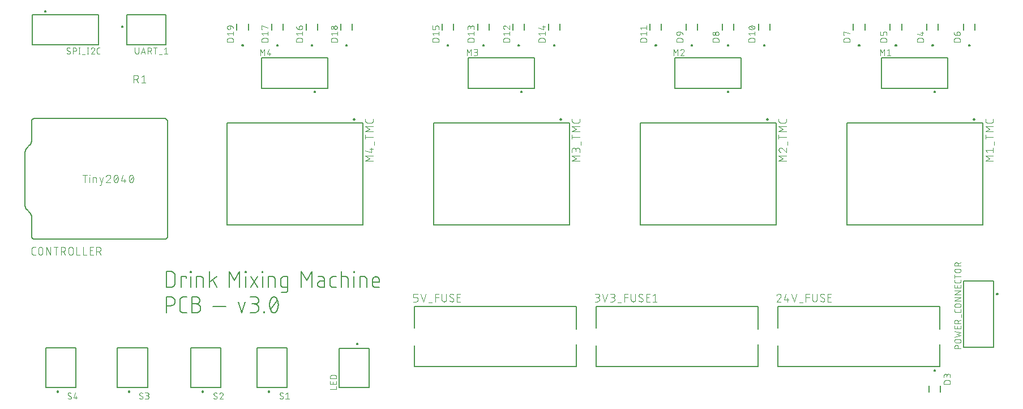
<source format=gto>
G04 EAGLE Gerber RS-274X export*
G75*
%MOMM*%
%FSLAX34Y34*%
%LPD*%
%INSilkscreen Top*%
%IPPOS*%
%AMOC8*
5,1,8,0,0,1.08239X$1,22.5*%
G01*
%ADD10C,0.203200*%
%ADD11C,0.127000*%
%ADD12C,0.101600*%
%ADD13C,0.200000*%
%ADD14C,0.076200*%


D10*
X237016Y205116D02*
X237016Y228484D01*
X243507Y228484D01*
X243666Y228482D01*
X243825Y228476D01*
X243985Y228466D01*
X244143Y228453D01*
X244302Y228435D01*
X244459Y228414D01*
X244617Y228388D01*
X244773Y228359D01*
X244929Y228326D01*
X245084Y228289D01*
X245238Y228249D01*
X245391Y228204D01*
X245543Y228156D01*
X245694Y228105D01*
X245843Y228049D01*
X245991Y227990D01*
X246137Y227927D01*
X246282Y227861D01*
X246425Y227791D01*
X246567Y227718D01*
X246706Y227641D01*
X246844Y227561D01*
X246980Y227477D01*
X247113Y227390D01*
X247245Y227300D01*
X247374Y227207D01*
X247500Y227110D01*
X247625Y227011D01*
X247747Y226908D01*
X247866Y226803D01*
X247983Y226694D01*
X248097Y226583D01*
X248208Y226469D01*
X248317Y226352D01*
X248422Y226233D01*
X248525Y226111D01*
X248624Y225986D01*
X248721Y225860D01*
X248814Y225731D01*
X248904Y225599D01*
X248991Y225466D01*
X249075Y225330D01*
X249155Y225192D01*
X249232Y225053D01*
X249305Y224911D01*
X249375Y224768D01*
X249441Y224623D01*
X249504Y224477D01*
X249563Y224329D01*
X249619Y224180D01*
X249670Y224029D01*
X249718Y223877D01*
X249763Y223724D01*
X249803Y223570D01*
X249840Y223415D01*
X249873Y223259D01*
X249902Y223103D01*
X249928Y222945D01*
X249949Y222788D01*
X249967Y222629D01*
X249980Y222471D01*
X249990Y222311D01*
X249996Y222152D01*
X249998Y221993D01*
X249998Y211607D01*
X249996Y211448D01*
X249990Y211289D01*
X249980Y211129D01*
X249967Y210971D01*
X249949Y210812D01*
X249928Y210655D01*
X249902Y210497D01*
X249873Y210341D01*
X249840Y210185D01*
X249803Y210030D01*
X249763Y209876D01*
X249718Y209723D01*
X249670Y209571D01*
X249619Y209420D01*
X249563Y209271D01*
X249504Y209123D01*
X249441Y208977D01*
X249375Y208832D01*
X249305Y208689D01*
X249232Y208547D01*
X249155Y208408D01*
X249075Y208270D01*
X248991Y208134D01*
X248904Y208001D01*
X248814Y207869D01*
X248721Y207740D01*
X248624Y207614D01*
X248525Y207489D01*
X248422Y207367D01*
X248317Y207248D01*
X248208Y207131D01*
X248097Y207017D01*
X247983Y206906D01*
X247866Y206797D01*
X247747Y206692D01*
X247625Y206589D01*
X247500Y206490D01*
X247374Y206393D01*
X247245Y206300D01*
X247113Y206210D01*
X246980Y206123D01*
X246844Y206039D01*
X246706Y205959D01*
X246567Y205882D01*
X246425Y205809D01*
X246282Y205739D01*
X246137Y205673D01*
X245991Y205610D01*
X245843Y205551D01*
X245694Y205495D01*
X245543Y205444D01*
X245391Y205395D01*
X245238Y205351D01*
X245084Y205311D01*
X244929Y205274D01*
X244773Y205241D01*
X244617Y205212D01*
X244459Y205186D01*
X244302Y205165D01*
X244143Y205147D01*
X243984Y205134D01*
X243825Y205124D01*
X243666Y205118D01*
X243507Y205116D01*
X237016Y205116D01*
X259257Y205116D02*
X259257Y220695D01*
X267046Y220695D01*
X267046Y218098D01*
X273433Y220695D02*
X273433Y205116D01*
X272784Y227186D02*
X272784Y228484D01*
X274082Y228484D01*
X274082Y227186D01*
X272784Y227186D01*
X282160Y220695D02*
X282160Y205116D01*
X282160Y220695D02*
X288651Y220695D01*
X288773Y220693D01*
X288896Y220687D01*
X289018Y220678D01*
X289139Y220664D01*
X289260Y220647D01*
X289381Y220626D01*
X289501Y220601D01*
X289620Y220573D01*
X289738Y220540D01*
X289855Y220504D01*
X289970Y220465D01*
X290085Y220421D01*
X290198Y220375D01*
X290309Y220324D01*
X290419Y220270D01*
X290527Y220213D01*
X290634Y220153D01*
X290738Y220089D01*
X290840Y220021D01*
X290940Y219951D01*
X291038Y219878D01*
X291134Y219801D01*
X291227Y219722D01*
X291317Y219639D01*
X291405Y219554D01*
X291490Y219466D01*
X291573Y219376D01*
X291652Y219283D01*
X291729Y219187D01*
X291802Y219089D01*
X291872Y218989D01*
X291940Y218887D01*
X292004Y218783D01*
X292064Y218676D01*
X292121Y218568D01*
X292175Y218458D01*
X292226Y218347D01*
X292272Y218234D01*
X292316Y218119D01*
X292355Y218004D01*
X292391Y217887D01*
X292424Y217769D01*
X292452Y217650D01*
X292477Y217530D01*
X292498Y217409D01*
X292515Y217288D01*
X292529Y217167D01*
X292538Y217045D01*
X292544Y216922D01*
X292546Y216800D01*
X292545Y216800D02*
X292545Y205116D01*
X301764Y205116D02*
X301764Y228484D01*
X312150Y220695D02*
X301764Y212905D01*
X306308Y216151D02*
X312150Y205116D01*
X331064Y205116D02*
X331064Y228484D01*
X338853Y215502D01*
X346643Y228484D01*
X346643Y205116D01*
X355556Y205116D02*
X355556Y220695D01*
X354907Y227186D02*
X354907Y228484D01*
X356205Y228484D01*
X356205Y227186D01*
X354907Y227186D01*
X373276Y220695D02*
X362891Y205116D01*
X373276Y205116D02*
X362891Y220695D01*
X380611Y220695D02*
X380611Y205116D01*
X379962Y227186D02*
X379962Y228484D01*
X381260Y228484D01*
X381260Y227186D01*
X379962Y227186D01*
X389337Y220695D02*
X389337Y205116D01*
X389337Y220695D02*
X395828Y220695D01*
X395950Y220693D01*
X396073Y220687D01*
X396195Y220678D01*
X396316Y220664D01*
X396437Y220647D01*
X396558Y220626D01*
X396678Y220601D01*
X396797Y220573D01*
X396915Y220540D01*
X397032Y220504D01*
X397147Y220465D01*
X397262Y220421D01*
X397375Y220375D01*
X397486Y220324D01*
X397596Y220270D01*
X397704Y220213D01*
X397811Y220153D01*
X397915Y220089D01*
X398017Y220021D01*
X398117Y219951D01*
X398215Y219878D01*
X398311Y219801D01*
X398404Y219722D01*
X398494Y219639D01*
X398582Y219554D01*
X398667Y219466D01*
X398750Y219376D01*
X398829Y219283D01*
X398906Y219187D01*
X398979Y219089D01*
X399049Y218989D01*
X399117Y218887D01*
X399181Y218783D01*
X399241Y218676D01*
X399298Y218568D01*
X399352Y218458D01*
X399403Y218347D01*
X399449Y218234D01*
X399493Y218119D01*
X399532Y218004D01*
X399568Y217887D01*
X399601Y217769D01*
X399629Y217650D01*
X399654Y217530D01*
X399675Y217409D01*
X399692Y217288D01*
X399706Y217167D01*
X399715Y217045D01*
X399721Y216922D01*
X399723Y216800D01*
X399723Y205116D01*
X411972Y205116D02*
X418463Y205116D01*
X411972Y205116D02*
X411850Y205118D01*
X411727Y205124D01*
X411605Y205133D01*
X411484Y205147D01*
X411363Y205164D01*
X411242Y205185D01*
X411122Y205210D01*
X411003Y205238D01*
X410885Y205271D01*
X410768Y205307D01*
X410653Y205346D01*
X410538Y205390D01*
X410425Y205436D01*
X410314Y205487D01*
X410204Y205541D01*
X410096Y205598D01*
X409989Y205658D01*
X409885Y205722D01*
X409783Y205790D01*
X409683Y205860D01*
X409585Y205933D01*
X409489Y206010D01*
X409396Y206089D01*
X409306Y206172D01*
X409218Y206257D01*
X409133Y206345D01*
X409050Y206435D01*
X408971Y206528D01*
X408894Y206624D01*
X408821Y206722D01*
X408751Y206822D01*
X408683Y206924D01*
X408619Y207028D01*
X408559Y207135D01*
X408502Y207243D01*
X408448Y207353D01*
X408397Y207464D01*
X408351Y207577D01*
X408307Y207692D01*
X408268Y207807D01*
X408232Y207924D01*
X408199Y208042D01*
X408171Y208161D01*
X408146Y208281D01*
X408125Y208402D01*
X408108Y208523D01*
X408094Y208644D01*
X408085Y208766D01*
X408079Y208889D01*
X408077Y209011D01*
X408077Y216800D01*
X408079Y216922D01*
X408085Y217045D01*
X408094Y217167D01*
X408108Y217288D01*
X408125Y217409D01*
X408146Y217530D01*
X408171Y217650D01*
X408199Y217769D01*
X408232Y217887D01*
X408268Y218004D01*
X408307Y218119D01*
X408351Y218234D01*
X408397Y218347D01*
X408448Y218458D01*
X408502Y218568D01*
X408559Y218676D01*
X408619Y218783D01*
X408683Y218887D01*
X408751Y218989D01*
X408821Y219089D01*
X408894Y219187D01*
X408971Y219283D01*
X409050Y219376D01*
X409133Y219466D01*
X409218Y219554D01*
X409306Y219639D01*
X409396Y219722D01*
X409489Y219801D01*
X409585Y219878D01*
X409683Y219951D01*
X409783Y220021D01*
X409885Y220089D01*
X409989Y220153D01*
X410096Y220213D01*
X410204Y220270D01*
X410314Y220324D01*
X410425Y220375D01*
X410538Y220421D01*
X410653Y220465D01*
X410768Y220504D01*
X410885Y220540D01*
X411003Y220573D01*
X411122Y220601D01*
X411242Y220626D01*
X411363Y220647D01*
X411484Y220664D01*
X411605Y220678D01*
X411727Y220687D01*
X411850Y220693D01*
X411972Y220695D01*
X418463Y220695D01*
X418463Y201221D01*
X418461Y201099D01*
X418455Y200976D01*
X418446Y200854D01*
X418432Y200733D01*
X418415Y200612D01*
X418394Y200491D01*
X418369Y200371D01*
X418341Y200252D01*
X418308Y200134D01*
X418272Y200017D01*
X418233Y199902D01*
X418189Y199787D01*
X418143Y199674D01*
X418092Y199563D01*
X418038Y199453D01*
X417981Y199345D01*
X417921Y199238D01*
X417857Y199134D01*
X417789Y199032D01*
X417719Y198932D01*
X417646Y198834D01*
X417569Y198738D01*
X417490Y198645D01*
X417407Y198555D01*
X417322Y198467D01*
X417234Y198382D01*
X417144Y198299D01*
X417051Y198220D01*
X416955Y198143D01*
X416857Y198070D01*
X416757Y198000D01*
X416655Y197932D01*
X416551Y197868D01*
X416444Y197808D01*
X416336Y197751D01*
X416226Y197697D01*
X416115Y197646D01*
X416002Y197600D01*
X415887Y197556D01*
X415772Y197517D01*
X415655Y197481D01*
X415537Y197448D01*
X415418Y197420D01*
X415298Y197395D01*
X415177Y197374D01*
X415056Y197357D01*
X414935Y197343D01*
X414813Y197334D01*
X414690Y197328D01*
X414568Y197326D01*
X414568Y197327D02*
X409375Y197327D01*
X438937Y205116D02*
X438937Y228484D01*
X446727Y215502D01*
X454516Y228484D01*
X454516Y205116D01*
X467601Y214204D02*
X473443Y214204D01*
X467601Y214204D02*
X467468Y214202D01*
X467334Y214196D01*
X467201Y214186D01*
X467069Y214173D01*
X466936Y214155D01*
X466805Y214134D01*
X466674Y214108D01*
X466543Y214079D01*
X466414Y214046D01*
X466286Y214010D01*
X466159Y213969D01*
X466033Y213925D01*
X465908Y213877D01*
X465785Y213825D01*
X465664Y213770D01*
X465544Y213712D01*
X465426Y213650D01*
X465310Y213584D01*
X465196Y213515D01*
X465083Y213443D01*
X464973Y213367D01*
X464866Y213289D01*
X464760Y213207D01*
X464658Y213122D01*
X464557Y213034D01*
X464459Y212943D01*
X464364Y212849D01*
X464272Y212753D01*
X464183Y212654D01*
X464096Y212552D01*
X464013Y212448D01*
X463933Y212342D01*
X463856Y212233D01*
X463782Y212122D01*
X463711Y212009D01*
X463644Y211893D01*
X463580Y211776D01*
X463519Y211657D01*
X463463Y211537D01*
X463409Y211414D01*
X463360Y211290D01*
X463314Y211165D01*
X463271Y211039D01*
X463233Y210911D01*
X463198Y210782D01*
X463167Y210653D01*
X463139Y210522D01*
X463116Y210391D01*
X463097Y210259D01*
X463081Y210126D01*
X463069Y209993D01*
X463061Y209860D01*
X463057Y209727D01*
X463057Y209593D01*
X463061Y209460D01*
X463069Y209327D01*
X463081Y209194D01*
X463097Y209061D01*
X463116Y208929D01*
X463139Y208798D01*
X463167Y208667D01*
X463198Y208538D01*
X463233Y208409D01*
X463271Y208281D01*
X463314Y208155D01*
X463360Y208030D01*
X463409Y207906D01*
X463463Y207783D01*
X463519Y207663D01*
X463580Y207544D01*
X463644Y207427D01*
X463711Y207311D01*
X463782Y207198D01*
X463856Y207087D01*
X463933Y206978D01*
X464013Y206872D01*
X464096Y206768D01*
X464183Y206666D01*
X464272Y206567D01*
X464364Y206471D01*
X464459Y206377D01*
X464557Y206286D01*
X464658Y206198D01*
X464760Y206113D01*
X464866Y206031D01*
X464973Y205953D01*
X465083Y205877D01*
X465196Y205805D01*
X465310Y205736D01*
X465426Y205670D01*
X465544Y205608D01*
X465664Y205550D01*
X465785Y205495D01*
X465908Y205443D01*
X466033Y205395D01*
X466159Y205351D01*
X466286Y205310D01*
X466414Y205274D01*
X466543Y205241D01*
X466674Y205212D01*
X466805Y205186D01*
X466936Y205165D01*
X467069Y205147D01*
X467201Y205134D01*
X467334Y205124D01*
X467468Y205118D01*
X467601Y205116D01*
X473443Y205116D01*
X473443Y216800D01*
X473444Y216800D02*
X473442Y216922D01*
X473436Y217045D01*
X473427Y217167D01*
X473413Y217288D01*
X473396Y217409D01*
X473375Y217530D01*
X473350Y217650D01*
X473322Y217769D01*
X473289Y217887D01*
X473253Y218004D01*
X473214Y218119D01*
X473170Y218234D01*
X473124Y218347D01*
X473073Y218458D01*
X473019Y218568D01*
X472962Y218676D01*
X472902Y218783D01*
X472838Y218887D01*
X472770Y218989D01*
X472700Y219089D01*
X472627Y219187D01*
X472550Y219283D01*
X472471Y219376D01*
X472388Y219466D01*
X472303Y219554D01*
X472215Y219639D01*
X472125Y219722D01*
X472032Y219801D01*
X471936Y219878D01*
X471838Y219951D01*
X471738Y220021D01*
X471636Y220089D01*
X471532Y220153D01*
X471425Y220213D01*
X471317Y220270D01*
X471207Y220324D01*
X471096Y220375D01*
X470983Y220421D01*
X470868Y220465D01*
X470753Y220504D01*
X470636Y220540D01*
X470518Y220573D01*
X470399Y220601D01*
X470279Y220626D01*
X470158Y220647D01*
X470037Y220664D01*
X469916Y220678D01*
X469794Y220687D01*
X469671Y220693D01*
X469549Y220695D01*
X464356Y220695D01*
X485809Y205116D02*
X491002Y205116D01*
X485809Y205116D02*
X485687Y205118D01*
X485564Y205124D01*
X485442Y205133D01*
X485321Y205147D01*
X485200Y205164D01*
X485079Y205185D01*
X484959Y205210D01*
X484840Y205238D01*
X484722Y205271D01*
X484605Y205307D01*
X484490Y205346D01*
X484375Y205390D01*
X484262Y205436D01*
X484151Y205487D01*
X484041Y205541D01*
X483933Y205598D01*
X483826Y205658D01*
X483722Y205722D01*
X483620Y205790D01*
X483520Y205860D01*
X483422Y205933D01*
X483326Y206010D01*
X483233Y206089D01*
X483143Y206172D01*
X483055Y206257D01*
X482970Y206345D01*
X482887Y206435D01*
X482808Y206528D01*
X482731Y206624D01*
X482658Y206722D01*
X482588Y206822D01*
X482520Y206924D01*
X482456Y207028D01*
X482396Y207135D01*
X482339Y207243D01*
X482285Y207353D01*
X482234Y207464D01*
X482188Y207577D01*
X482144Y207692D01*
X482105Y207807D01*
X482069Y207924D01*
X482036Y208042D01*
X482008Y208161D01*
X481983Y208281D01*
X481962Y208402D01*
X481945Y208523D01*
X481931Y208644D01*
X481922Y208766D01*
X481916Y208889D01*
X481914Y209011D01*
X481914Y216800D01*
X481916Y216922D01*
X481922Y217045D01*
X481931Y217167D01*
X481945Y217288D01*
X481962Y217409D01*
X481983Y217530D01*
X482008Y217650D01*
X482036Y217769D01*
X482069Y217887D01*
X482105Y218004D01*
X482144Y218119D01*
X482188Y218234D01*
X482234Y218347D01*
X482285Y218458D01*
X482339Y218568D01*
X482396Y218676D01*
X482456Y218783D01*
X482520Y218887D01*
X482588Y218989D01*
X482658Y219089D01*
X482731Y219187D01*
X482808Y219283D01*
X482887Y219376D01*
X482970Y219466D01*
X483055Y219554D01*
X483143Y219639D01*
X483233Y219722D01*
X483326Y219801D01*
X483422Y219878D01*
X483520Y219951D01*
X483620Y220021D01*
X483722Y220089D01*
X483826Y220153D01*
X483933Y220213D01*
X484041Y220270D01*
X484151Y220324D01*
X484262Y220375D01*
X484375Y220421D01*
X484490Y220465D01*
X484605Y220504D01*
X484722Y220540D01*
X484840Y220573D01*
X484959Y220601D01*
X485079Y220626D01*
X485200Y220647D01*
X485321Y220664D01*
X485442Y220678D01*
X485564Y220687D01*
X485687Y220693D01*
X485809Y220695D01*
X491002Y220695D01*
X498603Y228484D02*
X498603Y205116D01*
X498603Y220695D02*
X505094Y220695D01*
X505216Y220693D01*
X505339Y220687D01*
X505461Y220678D01*
X505582Y220664D01*
X505703Y220647D01*
X505824Y220626D01*
X505944Y220601D01*
X506063Y220573D01*
X506181Y220540D01*
X506298Y220504D01*
X506413Y220465D01*
X506528Y220421D01*
X506641Y220375D01*
X506752Y220324D01*
X506862Y220270D01*
X506970Y220213D01*
X507077Y220153D01*
X507181Y220089D01*
X507283Y220021D01*
X507383Y219951D01*
X507481Y219878D01*
X507577Y219801D01*
X507670Y219722D01*
X507760Y219639D01*
X507848Y219554D01*
X507933Y219466D01*
X508016Y219376D01*
X508095Y219283D01*
X508172Y219187D01*
X508245Y219089D01*
X508315Y218989D01*
X508383Y218887D01*
X508447Y218783D01*
X508507Y218676D01*
X508564Y218568D01*
X508618Y218458D01*
X508669Y218347D01*
X508715Y218234D01*
X508759Y218119D01*
X508798Y218004D01*
X508834Y217887D01*
X508867Y217769D01*
X508895Y217650D01*
X508920Y217530D01*
X508941Y217409D01*
X508958Y217288D01*
X508972Y217167D01*
X508981Y217045D01*
X508987Y216922D01*
X508989Y216800D01*
X508988Y216800D02*
X508988Y205116D01*
X517715Y205116D02*
X517715Y220695D01*
X517065Y227186D02*
X517065Y228484D01*
X518364Y228484D01*
X518364Y227186D01*
X517065Y227186D01*
X526441Y220695D02*
X526441Y205116D01*
X526441Y220695D02*
X532932Y220695D01*
X533054Y220693D01*
X533177Y220687D01*
X533299Y220678D01*
X533420Y220664D01*
X533541Y220647D01*
X533662Y220626D01*
X533782Y220601D01*
X533901Y220573D01*
X534019Y220540D01*
X534136Y220504D01*
X534251Y220465D01*
X534366Y220421D01*
X534479Y220375D01*
X534590Y220324D01*
X534700Y220270D01*
X534808Y220213D01*
X534915Y220153D01*
X535019Y220089D01*
X535121Y220021D01*
X535221Y219951D01*
X535319Y219878D01*
X535415Y219801D01*
X535508Y219722D01*
X535598Y219639D01*
X535686Y219554D01*
X535771Y219466D01*
X535854Y219376D01*
X535933Y219283D01*
X536010Y219187D01*
X536083Y219089D01*
X536153Y218989D01*
X536221Y218887D01*
X536285Y218783D01*
X536345Y218676D01*
X536402Y218568D01*
X536456Y218458D01*
X536507Y218347D01*
X536553Y218234D01*
X536597Y218119D01*
X536636Y218004D01*
X536672Y217887D01*
X536705Y217769D01*
X536733Y217650D01*
X536758Y217530D01*
X536779Y217409D01*
X536796Y217288D01*
X536810Y217167D01*
X536819Y217045D01*
X536825Y216922D01*
X536827Y216800D01*
X536827Y205116D01*
X549126Y205116D02*
X555617Y205116D01*
X549126Y205116D02*
X549004Y205118D01*
X548881Y205124D01*
X548759Y205133D01*
X548638Y205147D01*
X548517Y205164D01*
X548396Y205185D01*
X548276Y205210D01*
X548157Y205238D01*
X548039Y205271D01*
X547922Y205307D01*
X547807Y205346D01*
X547692Y205390D01*
X547579Y205436D01*
X547468Y205487D01*
X547358Y205541D01*
X547250Y205598D01*
X547143Y205658D01*
X547039Y205722D01*
X546937Y205790D01*
X546837Y205860D01*
X546739Y205933D01*
X546643Y206010D01*
X546550Y206089D01*
X546460Y206172D01*
X546372Y206257D01*
X546287Y206345D01*
X546204Y206435D01*
X546125Y206528D01*
X546048Y206624D01*
X545975Y206722D01*
X545905Y206822D01*
X545837Y206924D01*
X545773Y207028D01*
X545713Y207135D01*
X545656Y207243D01*
X545602Y207353D01*
X545551Y207464D01*
X545505Y207577D01*
X545461Y207692D01*
X545422Y207807D01*
X545386Y207924D01*
X545353Y208042D01*
X545325Y208161D01*
X545300Y208281D01*
X545279Y208402D01*
X545262Y208523D01*
X545248Y208644D01*
X545239Y208766D01*
X545233Y208889D01*
X545231Y209011D01*
X545232Y209011D02*
X545232Y215502D01*
X545234Y215645D01*
X545240Y215788D01*
X545250Y215931D01*
X545264Y216073D01*
X545281Y216215D01*
X545303Y216357D01*
X545328Y216498D01*
X545358Y216638D01*
X545391Y216777D01*
X545428Y216915D01*
X545469Y217052D01*
X545513Y217188D01*
X545562Y217323D01*
X545614Y217456D01*
X545669Y217588D01*
X545729Y217718D01*
X545792Y217847D01*
X545858Y217974D01*
X545928Y218099D01*
X546001Y218221D01*
X546078Y218342D01*
X546158Y218461D01*
X546241Y218577D01*
X546327Y218692D01*
X546416Y218803D01*
X546509Y218913D01*
X546604Y219019D01*
X546703Y219123D01*
X546804Y219224D01*
X546908Y219323D01*
X547014Y219418D01*
X547124Y219511D01*
X547235Y219600D01*
X547350Y219686D01*
X547466Y219769D01*
X547585Y219849D01*
X547706Y219926D01*
X547829Y219999D01*
X547953Y220069D01*
X548080Y220135D01*
X548209Y220198D01*
X548339Y220258D01*
X548471Y220313D01*
X548604Y220365D01*
X548739Y220414D01*
X548875Y220458D01*
X549012Y220499D01*
X549150Y220536D01*
X549289Y220569D01*
X549429Y220599D01*
X549570Y220624D01*
X549712Y220646D01*
X549854Y220663D01*
X549996Y220677D01*
X550139Y220687D01*
X550282Y220693D01*
X550425Y220695D01*
X550568Y220693D01*
X550711Y220687D01*
X550854Y220677D01*
X550996Y220663D01*
X551138Y220646D01*
X551280Y220624D01*
X551421Y220599D01*
X551561Y220569D01*
X551700Y220536D01*
X551838Y220499D01*
X551975Y220458D01*
X552111Y220414D01*
X552246Y220365D01*
X552379Y220313D01*
X552511Y220258D01*
X552641Y220198D01*
X552770Y220135D01*
X552897Y220069D01*
X553022Y219999D01*
X553144Y219926D01*
X553265Y219849D01*
X553384Y219769D01*
X553500Y219686D01*
X553615Y219600D01*
X553726Y219511D01*
X553836Y219418D01*
X553942Y219323D01*
X554046Y219224D01*
X554147Y219123D01*
X554246Y219019D01*
X554341Y218913D01*
X554434Y218803D01*
X554523Y218692D01*
X554609Y218577D01*
X554692Y218461D01*
X554772Y218342D01*
X554849Y218221D01*
X554922Y218099D01*
X554992Y217974D01*
X555058Y217847D01*
X555121Y217718D01*
X555181Y217588D01*
X555236Y217456D01*
X555288Y217323D01*
X555337Y217188D01*
X555381Y217052D01*
X555422Y216915D01*
X555459Y216777D01*
X555492Y216638D01*
X555522Y216498D01*
X555547Y216357D01*
X555569Y216215D01*
X555586Y216073D01*
X555600Y215931D01*
X555610Y215788D01*
X555616Y215645D01*
X555618Y215502D01*
X555617Y215502D02*
X555617Y212905D01*
X545232Y212905D01*
X237016Y190384D02*
X237016Y167016D01*
X237016Y190384D02*
X243507Y190384D01*
X243666Y190382D01*
X243825Y190376D01*
X243985Y190366D01*
X244143Y190353D01*
X244302Y190335D01*
X244459Y190314D01*
X244617Y190288D01*
X244773Y190259D01*
X244929Y190226D01*
X245084Y190189D01*
X245238Y190149D01*
X245391Y190104D01*
X245543Y190056D01*
X245694Y190005D01*
X245843Y189949D01*
X245991Y189890D01*
X246137Y189827D01*
X246282Y189761D01*
X246425Y189691D01*
X246567Y189618D01*
X246706Y189541D01*
X246844Y189461D01*
X246980Y189377D01*
X247113Y189290D01*
X247245Y189200D01*
X247374Y189107D01*
X247500Y189010D01*
X247625Y188911D01*
X247747Y188808D01*
X247866Y188703D01*
X247983Y188594D01*
X248097Y188483D01*
X248208Y188369D01*
X248317Y188252D01*
X248422Y188133D01*
X248525Y188011D01*
X248624Y187886D01*
X248721Y187760D01*
X248814Y187631D01*
X248904Y187499D01*
X248991Y187366D01*
X249075Y187230D01*
X249155Y187092D01*
X249232Y186953D01*
X249305Y186811D01*
X249375Y186668D01*
X249441Y186523D01*
X249504Y186377D01*
X249563Y186229D01*
X249619Y186080D01*
X249670Y185929D01*
X249718Y185777D01*
X249763Y185624D01*
X249803Y185470D01*
X249840Y185315D01*
X249873Y185159D01*
X249902Y185003D01*
X249928Y184845D01*
X249949Y184688D01*
X249967Y184529D01*
X249980Y184371D01*
X249990Y184211D01*
X249996Y184052D01*
X249998Y183893D01*
X249996Y183734D01*
X249990Y183575D01*
X249980Y183415D01*
X249967Y183257D01*
X249949Y183098D01*
X249928Y182941D01*
X249902Y182783D01*
X249873Y182627D01*
X249840Y182471D01*
X249803Y182316D01*
X249763Y182162D01*
X249718Y182009D01*
X249670Y181857D01*
X249619Y181706D01*
X249563Y181557D01*
X249504Y181409D01*
X249441Y181263D01*
X249375Y181118D01*
X249305Y180975D01*
X249232Y180833D01*
X249155Y180694D01*
X249075Y180556D01*
X248991Y180420D01*
X248904Y180287D01*
X248814Y180155D01*
X248721Y180026D01*
X248624Y179900D01*
X248525Y179775D01*
X248422Y179653D01*
X248317Y179534D01*
X248208Y179417D01*
X248097Y179303D01*
X247983Y179192D01*
X247866Y179083D01*
X247747Y178978D01*
X247625Y178875D01*
X247500Y178776D01*
X247374Y178679D01*
X247245Y178586D01*
X247113Y178496D01*
X246980Y178409D01*
X246844Y178325D01*
X246706Y178245D01*
X246567Y178168D01*
X246425Y178095D01*
X246282Y178025D01*
X246137Y177959D01*
X245991Y177896D01*
X245843Y177837D01*
X245694Y177781D01*
X245543Y177730D01*
X245391Y177682D01*
X245238Y177637D01*
X245084Y177597D01*
X244929Y177560D01*
X244773Y177527D01*
X244617Y177498D01*
X244459Y177472D01*
X244302Y177451D01*
X244143Y177433D01*
X243985Y177420D01*
X243825Y177410D01*
X243666Y177404D01*
X243507Y177402D01*
X237016Y177402D01*
X262220Y167016D02*
X267413Y167016D01*
X262220Y167016D02*
X262077Y167018D01*
X261934Y167024D01*
X261791Y167034D01*
X261649Y167048D01*
X261507Y167065D01*
X261365Y167087D01*
X261224Y167112D01*
X261084Y167142D01*
X260945Y167175D01*
X260807Y167212D01*
X260670Y167253D01*
X260534Y167297D01*
X260399Y167346D01*
X260266Y167398D01*
X260134Y167453D01*
X260004Y167513D01*
X259875Y167576D01*
X259748Y167642D01*
X259623Y167712D01*
X259501Y167785D01*
X259380Y167862D01*
X259261Y167942D01*
X259145Y168025D01*
X259030Y168111D01*
X258919Y168200D01*
X258809Y168293D01*
X258703Y168388D01*
X258599Y168487D01*
X258498Y168588D01*
X258399Y168692D01*
X258304Y168798D01*
X258211Y168908D01*
X258122Y169019D01*
X258036Y169134D01*
X257953Y169250D01*
X257873Y169369D01*
X257796Y169490D01*
X257723Y169613D01*
X257653Y169737D01*
X257587Y169864D01*
X257524Y169993D01*
X257464Y170123D01*
X257409Y170255D01*
X257357Y170388D01*
X257308Y170523D01*
X257264Y170659D01*
X257223Y170796D01*
X257186Y170934D01*
X257153Y171073D01*
X257123Y171213D01*
X257098Y171354D01*
X257076Y171496D01*
X257059Y171638D01*
X257045Y171780D01*
X257035Y171923D01*
X257029Y172066D01*
X257027Y172209D01*
X257028Y172209D02*
X257028Y185191D01*
X257030Y185334D01*
X257036Y185477D01*
X257046Y185620D01*
X257060Y185762D01*
X257077Y185904D01*
X257099Y186046D01*
X257124Y186187D01*
X257154Y186327D01*
X257187Y186466D01*
X257224Y186604D01*
X257265Y186741D01*
X257309Y186877D01*
X257358Y187012D01*
X257410Y187145D01*
X257465Y187277D01*
X257525Y187407D01*
X257588Y187536D01*
X257654Y187663D01*
X257724Y187787D01*
X257797Y187910D01*
X257874Y188031D01*
X257954Y188150D01*
X258037Y188266D01*
X258123Y188381D01*
X258212Y188492D01*
X258305Y188602D01*
X258400Y188708D01*
X258499Y188812D01*
X258600Y188913D01*
X258704Y189012D01*
X258810Y189107D01*
X258920Y189200D01*
X259031Y189289D01*
X259146Y189375D01*
X259262Y189458D01*
X259381Y189538D01*
X259502Y189615D01*
X259624Y189688D01*
X259749Y189758D01*
X259876Y189824D01*
X260005Y189887D01*
X260135Y189947D01*
X260267Y190002D01*
X260400Y190054D01*
X260535Y190103D01*
X260671Y190147D01*
X260808Y190188D01*
X260946Y190225D01*
X261085Y190258D01*
X261225Y190288D01*
X261366Y190313D01*
X261508Y190335D01*
X261650Y190352D01*
X261792Y190366D01*
X261935Y190376D01*
X262078Y190382D01*
X262221Y190384D01*
X262220Y190384D02*
X267413Y190384D01*
X275294Y179998D02*
X281785Y179998D01*
X281944Y179996D01*
X282103Y179990D01*
X282263Y179980D01*
X282421Y179967D01*
X282580Y179949D01*
X282737Y179928D01*
X282895Y179902D01*
X283051Y179873D01*
X283207Y179840D01*
X283362Y179803D01*
X283516Y179763D01*
X283669Y179718D01*
X283821Y179670D01*
X283972Y179619D01*
X284121Y179563D01*
X284269Y179504D01*
X284415Y179441D01*
X284560Y179375D01*
X284703Y179305D01*
X284845Y179232D01*
X284984Y179155D01*
X285122Y179075D01*
X285258Y178991D01*
X285391Y178904D01*
X285523Y178814D01*
X285652Y178721D01*
X285778Y178624D01*
X285903Y178525D01*
X286025Y178422D01*
X286144Y178317D01*
X286261Y178208D01*
X286375Y178097D01*
X286486Y177983D01*
X286595Y177866D01*
X286700Y177747D01*
X286803Y177625D01*
X286902Y177500D01*
X286999Y177374D01*
X287092Y177245D01*
X287182Y177113D01*
X287269Y176980D01*
X287353Y176844D01*
X287433Y176706D01*
X287510Y176567D01*
X287583Y176425D01*
X287653Y176282D01*
X287719Y176137D01*
X287782Y175991D01*
X287841Y175843D01*
X287897Y175694D01*
X287948Y175543D01*
X287996Y175391D01*
X288041Y175238D01*
X288081Y175084D01*
X288118Y174929D01*
X288151Y174773D01*
X288180Y174617D01*
X288206Y174459D01*
X288227Y174302D01*
X288245Y174143D01*
X288258Y173985D01*
X288268Y173825D01*
X288274Y173666D01*
X288276Y173507D01*
X288274Y173348D01*
X288268Y173189D01*
X288258Y173029D01*
X288245Y172871D01*
X288227Y172712D01*
X288206Y172555D01*
X288180Y172397D01*
X288151Y172241D01*
X288118Y172085D01*
X288081Y171930D01*
X288041Y171776D01*
X287996Y171623D01*
X287948Y171471D01*
X287897Y171320D01*
X287841Y171171D01*
X287782Y171023D01*
X287719Y170877D01*
X287653Y170732D01*
X287583Y170589D01*
X287510Y170447D01*
X287433Y170308D01*
X287353Y170170D01*
X287269Y170034D01*
X287182Y169901D01*
X287092Y169769D01*
X286999Y169640D01*
X286902Y169514D01*
X286803Y169389D01*
X286700Y169267D01*
X286595Y169148D01*
X286486Y169031D01*
X286375Y168917D01*
X286261Y168806D01*
X286144Y168697D01*
X286025Y168592D01*
X285903Y168489D01*
X285778Y168390D01*
X285652Y168293D01*
X285523Y168200D01*
X285391Y168110D01*
X285258Y168023D01*
X285122Y167939D01*
X284984Y167859D01*
X284845Y167782D01*
X284703Y167709D01*
X284560Y167639D01*
X284415Y167573D01*
X284269Y167510D01*
X284121Y167451D01*
X283972Y167395D01*
X283821Y167344D01*
X283669Y167296D01*
X283516Y167251D01*
X283362Y167211D01*
X283207Y167174D01*
X283051Y167141D01*
X282895Y167112D01*
X282737Y167086D01*
X282580Y167065D01*
X282421Y167047D01*
X282263Y167034D01*
X282103Y167024D01*
X281944Y167018D01*
X281785Y167016D01*
X275294Y167016D01*
X275294Y190384D01*
X281785Y190384D01*
X281928Y190382D01*
X282071Y190376D01*
X282214Y190366D01*
X282356Y190352D01*
X282498Y190335D01*
X282640Y190313D01*
X282781Y190288D01*
X282921Y190258D01*
X283060Y190225D01*
X283198Y190188D01*
X283335Y190147D01*
X283471Y190103D01*
X283606Y190054D01*
X283739Y190002D01*
X283871Y189947D01*
X284001Y189887D01*
X284130Y189824D01*
X284257Y189758D01*
X284382Y189688D01*
X284504Y189615D01*
X284625Y189538D01*
X284744Y189458D01*
X284860Y189375D01*
X284975Y189289D01*
X285086Y189200D01*
X285196Y189107D01*
X285302Y189012D01*
X285406Y188913D01*
X285507Y188812D01*
X285606Y188708D01*
X285701Y188602D01*
X285794Y188492D01*
X285883Y188381D01*
X285969Y188266D01*
X286052Y188150D01*
X286132Y188031D01*
X286209Y187910D01*
X286282Y187787D01*
X286352Y187663D01*
X286418Y187536D01*
X286481Y187407D01*
X286541Y187277D01*
X286596Y187145D01*
X286648Y187012D01*
X286697Y186877D01*
X286741Y186741D01*
X286782Y186604D01*
X286819Y186466D01*
X286852Y186327D01*
X286882Y186187D01*
X286907Y186046D01*
X286929Y185904D01*
X286946Y185762D01*
X286960Y185620D01*
X286970Y185477D01*
X286976Y185334D01*
X286978Y185191D01*
X286976Y185048D01*
X286970Y184905D01*
X286960Y184762D01*
X286946Y184620D01*
X286929Y184478D01*
X286907Y184336D01*
X286882Y184195D01*
X286852Y184055D01*
X286819Y183916D01*
X286782Y183778D01*
X286741Y183641D01*
X286697Y183505D01*
X286648Y183370D01*
X286596Y183237D01*
X286541Y183105D01*
X286481Y182975D01*
X286418Y182846D01*
X286352Y182719D01*
X286282Y182594D01*
X286209Y182472D01*
X286132Y182351D01*
X286052Y182232D01*
X285969Y182116D01*
X285883Y182001D01*
X285794Y181890D01*
X285701Y181780D01*
X285606Y181674D01*
X285507Y181570D01*
X285406Y181469D01*
X285302Y181370D01*
X285196Y181275D01*
X285086Y181182D01*
X284975Y181093D01*
X284860Y181007D01*
X284744Y180924D01*
X284625Y180844D01*
X284504Y180767D01*
X284382Y180694D01*
X284257Y180624D01*
X284130Y180558D01*
X284001Y180495D01*
X283871Y180435D01*
X283739Y180380D01*
X283606Y180328D01*
X283471Y180279D01*
X283335Y180235D01*
X283198Y180194D01*
X283060Y180157D01*
X282921Y180124D01*
X282781Y180094D01*
X282640Y180069D01*
X282498Y180047D01*
X282356Y180030D01*
X282214Y180016D01*
X282071Y180006D01*
X281928Y180000D01*
X281785Y179998D01*
X306699Y176104D02*
X326172Y176104D01*
X344648Y182595D02*
X349841Y167016D01*
X355034Y182595D01*
X362141Y167016D02*
X368632Y167016D01*
X368791Y167018D01*
X368950Y167024D01*
X369110Y167034D01*
X369268Y167047D01*
X369427Y167065D01*
X369584Y167086D01*
X369742Y167112D01*
X369898Y167141D01*
X370054Y167174D01*
X370209Y167211D01*
X370363Y167251D01*
X370516Y167296D01*
X370668Y167344D01*
X370819Y167395D01*
X370968Y167451D01*
X371116Y167510D01*
X371262Y167573D01*
X371407Y167639D01*
X371550Y167709D01*
X371692Y167782D01*
X371831Y167859D01*
X371969Y167939D01*
X372105Y168023D01*
X372238Y168110D01*
X372370Y168200D01*
X372499Y168293D01*
X372625Y168390D01*
X372750Y168489D01*
X372872Y168592D01*
X372991Y168697D01*
X373108Y168806D01*
X373222Y168917D01*
X373333Y169031D01*
X373442Y169148D01*
X373547Y169267D01*
X373650Y169389D01*
X373749Y169514D01*
X373846Y169640D01*
X373939Y169769D01*
X374029Y169901D01*
X374116Y170034D01*
X374200Y170170D01*
X374280Y170308D01*
X374357Y170447D01*
X374430Y170589D01*
X374500Y170732D01*
X374566Y170877D01*
X374629Y171023D01*
X374688Y171171D01*
X374744Y171320D01*
X374795Y171471D01*
X374843Y171623D01*
X374888Y171776D01*
X374928Y171930D01*
X374965Y172085D01*
X374998Y172241D01*
X375027Y172397D01*
X375053Y172555D01*
X375074Y172712D01*
X375092Y172871D01*
X375105Y173029D01*
X375115Y173189D01*
X375121Y173348D01*
X375123Y173507D01*
X375121Y173666D01*
X375115Y173825D01*
X375105Y173985D01*
X375092Y174143D01*
X375074Y174302D01*
X375053Y174459D01*
X375027Y174617D01*
X374998Y174773D01*
X374965Y174929D01*
X374928Y175084D01*
X374888Y175238D01*
X374843Y175391D01*
X374795Y175543D01*
X374744Y175694D01*
X374688Y175843D01*
X374629Y175991D01*
X374566Y176137D01*
X374500Y176282D01*
X374430Y176425D01*
X374357Y176567D01*
X374280Y176706D01*
X374200Y176844D01*
X374116Y176980D01*
X374029Y177113D01*
X373939Y177245D01*
X373846Y177374D01*
X373749Y177500D01*
X373650Y177625D01*
X373547Y177747D01*
X373442Y177866D01*
X373333Y177983D01*
X373222Y178097D01*
X373108Y178208D01*
X372991Y178317D01*
X372872Y178422D01*
X372750Y178525D01*
X372625Y178624D01*
X372499Y178721D01*
X372370Y178814D01*
X372238Y178904D01*
X372105Y178991D01*
X371969Y179075D01*
X371831Y179155D01*
X371692Y179232D01*
X371550Y179305D01*
X371407Y179375D01*
X371262Y179441D01*
X371116Y179504D01*
X370968Y179563D01*
X370819Y179619D01*
X370668Y179670D01*
X370516Y179718D01*
X370363Y179763D01*
X370209Y179803D01*
X370054Y179840D01*
X369898Y179873D01*
X369742Y179902D01*
X369584Y179928D01*
X369427Y179949D01*
X369268Y179967D01*
X369110Y179980D01*
X368950Y179990D01*
X368791Y179996D01*
X368632Y179998D01*
X369930Y190384D02*
X362141Y190384D01*
X369930Y190384D02*
X370073Y190382D01*
X370216Y190376D01*
X370359Y190366D01*
X370501Y190352D01*
X370643Y190335D01*
X370785Y190313D01*
X370926Y190288D01*
X371066Y190258D01*
X371205Y190225D01*
X371343Y190188D01*
X371480Y190147D01*
X371616Y190103D01*
X371751Y190054D01*
X371884Y190002D01*
X372016Y189947D01*
X372146Y189887D01*
X372275Y189824D01*
X372402Y189758D01*
X372527Y189688D01*
X372649Y189615D01*
X372770Y189538D01*
X372889Y189458D01*
X373005Y189375D01*
X373120Y189289D01*
X373231Y189200D01*
X373341Y189107D01*
X373447Y189012D01*
X373551Y188913D01*
X373652Y188812D01*
X373751Y188708D01*
X373846Y188602D01*
X373939Y188492D01*
X374028Y188381D01*
X374114Y188266D01*
X374197Y188150D01*
X374277Y188031D01*
X374354Y187910D01*
X374427Y187787D01*
X374497Y187663D01*
X374563Y187536D01*
X374626Y187407D01*
X374686Y187277D01*
X374741Y187145D01*
X374793Y187012D01*
X374842Y186877D01*
X374886Y186741D01*
X374927Y186604D01*
X374964Y186466D01*
X374997Y186327D01*
X375027Y186187D01*
X375052Y186046D01*
X375074Y185904D01*
X375091Y185762D01*
X375105Y185620D01*
X375115Y185477D01*
X375121Y185334D01*
X375123Y185191D01*
X375121Y185048D01*
X375115Y184905D01*
X375105Y184762D01*
X375091Y184620D01*
X375074Y184478D01*
X375052Y184336D01*
X375027Y184195D01*
X374997Y184055D01*
X374964Y183916D01*
X374927Y183778D01*
X374886Y183641D01*
X374842Y183505D01*
X374793Y183370D01*
X374741Y183237D01*
X374686Y183105D01*
X374626Y182975D01*
X374563Y182846D01*
X374497Y182719D01*
X374427Y182594D01*
X374354Y182472D01*
X374277Y182351D01*
X374197Y182232D01*
X374114Y182116D01*
X374028Y182001D01*
X373939Y181890D01*
X373846Y181780D01*
X373751Y181674D01*
X373652Y181570D01*
X373551Y181469D01*
X373447Y181370D01*
X373341Y181275D01*
X373231Y181182D01*
X373120Y181093D01*
X373005Y181007D01*
X372889Y180924D01*
X372770Y180844D01*
X372649Y180767D01*
X372527Y180694D01*
X372402Y180624D01*
X372275Y180558D01*
X372146Y180495D01*
X372016Y180435D01*
X371884Y180380D01*
X371751Y180328D01*
X371616Y180279D01*
X371480Y180235D01*
X371343Y180194D01*
X371205Y180157D01*
X371066Y180124D01*
X370926Y180094D01*
X370785Y180069D01*
X370643Y180047D01*
X370501Y180030D01*
X370359Y180016D01*
X370216Y180006D01*
X370073Y180000D01*
X369930Y179998D01*
X364737Y179998D01*
X382598Y168314D02*
X382598Y167016D01*
X382598Y168314D02*
X383896Y168314D01*
X383896Y167016D01*
X382598Y167016D01*
X391371Y178700D02*
X391376Y179160D01*
X391393Y179619D01*
X391420Y180078D01*
X391459Y180536D01*
X391508Y180993D01*
X391568Y181449D01*
X391639Y181903D01*
X391721Y182356D01*
X391814Y182806D01*
X391917Y183254D01*
X392031Y183699D01*
X392156Y184142D01*
X392291Y184581D01*
X392437Y185017D01*
X392593Y185449D01*
X392759Y185878D01*
X392935Y186303D01*
X393122Y186723D01*
X393318Y187138D01*
X393319Y187139D02*
X393364Y187266D01*
X393414Y187392D01*
X393466Y187517D01*
X393523Y187640D01*
X393583Y187762D01*
X393646Y187881D01*
X393712Y187999D01*
X393782Y188115D01*
X393855Y188229D01*
X393931Y188341D01*
X394011Y188451D01*
X394093Y188558D01*
X394179Y188663D01*
X394267Y188766D01*
X394358Y188866D01*
X394452Y188964D01*
X394549Y189058D01*
X394648Y189150D01*
X394750Y189240D01*
X394854Y189326D01*
X394961Y189409D01*
X395070Y189489D01*
X395182Y189567D01*
X395295Y189640D01*
X395410Y189711D01*
X395528Y189779D01*
X395647Y189843D01*
X395768Y189904D01*
X395891Y189961D01*
X396015Y190015D01*
X396141Y190065D01*
X396268Y190112D01*
X396396Y190155D01*
X396526Y190194D01*
X396656Y190230D01*
X396788Y190262D01*
X396920Y190291D01*
X397053Y190315D01*
X397187Y190336D01*
X397322Y190353D01*
X397456Y190367D01*
X397591Y190376D01*
X397727Y190382D01*
X397862Y190384D01*
X397997Y190382D01*
X398133Y190376D01*
X398268Y190367D01*
X398403Y190353D01*
X398537Y190336D01*
X398671Y190315D01*
X398804Y190291D01*
X398936Y190262D01*
X399068Y190230D01*
X399198Y190194D01*
X399328Y190155D01*
X399456Y190112D01*
X399583Y190065D01*
X399709Y190015D01*
X399833Y189961D01*
X399956Y189904D01*
X400077Y189843D01*
X400196Y189779D01*
X400314Y189711D01*
X400429Y189640D01*
X400542Y189566D01*
X400654Y189489D01*
X400763Y189409D01*
X400870Y189326D01*
X400974Y189240D01*
X401076Y189150D01*
X401175Y189058D01*
X401272Y188964D01*
X401366Y188866D01*
X401457Y188766D01*
X401545Y188663D01*
X401631Y188558D01*
X401713Y188451D01*
X401793Y188341D01*
X401869Y188229D01*
X401942Y188115D01*
X402012Y187999D01*
X402078Y187881D01*
X402141Y187762D01*
X402201Y187640D01*
X402258Y187517D01*
X402310Y187392D01*
X402360Y187266D01*
X402405Y187139D01*
X402407Y187139D02*
X402603Y186723D01*
X402790Y186303D01*
X402966Y185878D01*
X403132Y185450D01*
X403288Y185017D01*
X403434Y184581D01*
X403569Y184142D01*
X403694Y183699D01*
X403808Y183254D01*
X403911Y182806D01*
X404004Y182356D01*
X404086Y181903D01*
X404157Y181449D01*
X404217Y180993D01*
X404266Y180536D01*
X404305Y180078D01*
X404332Y179619D01*
X404349Y179160D01*
X404354Y178700D01*
X391372Y178700D02*
X391377Y178240D01*
X391394Y177781D01*
X391421Y177322D01*
X391460Y176864D01*
X391509Y176407D01*
X391569Y175951D01*
X391640Y175497D01*
X391722Y175045D01*
X391815Y174594D01*
X391918Y174146D01*
X392032Y173701D01*
X392157Y173258D01*
X392292Y172819D01*
X392438Y172383D01*
X392594Y171951D01*
X392760Y171522D01*
X392936Y171097D01*
X393123Y170677D01*
X393319Y170262D01*
X393319Y170261D02*
X393364Y170134D01*
X393414Y170008D01*
X393466Y169883D01*
X393523Y169760D01*
X393583Y169638D01*
X393646Y169519D01*
X393712Y169401D01*
X393782Y169285D01*
X393855Y169171D01*
X393931Y169059D01*
X394011Y168949D01*
X394093Y168842D01*
X394179Y168737D01*
X394267Y168634D01*
X394358Y168534D01*
X394452Y168436D01*
X394549Y168342D01*
X394648Y168250D01*
X394750Y168160D01*
X394855Y168074D01*
X394961Y167991D01*
X395070Y167911D01*
X395182Y167833D01*
X395295Y167760D01*
X395410Y167689D01*
X395528Y167621D01*
X395647Y167557D01*
X395768Y167496D01*
X395891Y167439D01*
X396015Y167385D01*
X396141Y167335D01*
X396268Y167288D01*
X396396Y167245D01*
X396526Y167206D01*
X396656Y167170D01*
X396788Y167138D01*
X396920Y167109D01*
X397053Y167085D01*
X397187Y167064D01*
X397322Y167047D01*
X397456Y167033D01*
X397591Y167024D01*
X397727Y167018D01*
X397862Y167016D01*
X402406Y170262D02*
X402602Y170677D01*
X402789Y171097D01*
X402965Y171522D01*
X403131Y171950D01*
X403287Y172383D01*
X403433Y172819D01*
X403568Y173258D01*
X403693Y173701D01*
X403807Y174146D01*
X403910Y174594D01*
X404003Y175044D01*
X404085Y175497D01*
X404156Y175951D01*
X404216Y176407D01*
X404265Y176864D01*
X404304Y177322D01*
X404331Y177781D01*
X404348Y178240D01*
X404353Y178700D01*
X402405Y170261D02*
X402360Y170134D01*
X402310Y170008D01*
X402258Y169883D01*
X402201Y169760D01*
X402141Y169638D01*
X402078Y169519D01*
X402012Y169401D01*
X401942Y169285D01*
X401869Y169171D01*
X401793Y169059D01*
X401713Y168949D01*
X401631Y168842D01*
X401545Y168737D01*
X401457Y168634D01*
X401366Y168534D01*
X401272Y168436D01*
X401175Y168342D01*
X401076Y168250D01*
X400974Y168160D01*
X400870Y168074D01*
X400763Y167991D01*
X400654Y167911D01*
X400542Y167833D01*
X400429Y167760D01*
X400314Y167689D01*
X400196Y167621D01*
X400077Y167557D01*
X399956Y167496D01*
X399833Y167439D01*
X399709Y167385D01*
X399583Y167335D01*
X399456Y167288D01*
X399328Y167245D01*
X399198Y167206D01*
X399068Y167170D01*
X398936Y167138D01*
X398804Y167109D01*
X398671Y167085D01*
X398537Y167064D01*
X398402Y167047D01*
X398268Y167033D01*
X398133Y167024D01*
X397997Y167018D01*
X397862Y167016D01*
X392669Y172209D02*
X403055Y185191D01*
D11*
X1393450Y175950D02*
X1393450Y142500D01*
X1393450Y119500D02*
X1393450Y86050D01*
X1151350Y144200D02*
X1151350Y175950D01*
X1151350Y117800D02*
X1151350Y86050D01*
X1151350Y175950D02*
X1393450Y175950D01*
X1393450Y86050D02*
X1151350Y86050D01*
D12*
X1156049Y192071D02*
X1156047Y192178D01*
X1156041Y192284D01*
X1156031Y192390D01*
X1156018Y192496D01*
X1156000Y192602D01*
X1155979Y192706D01*
X1155954Y192810D01*
X1155925Y192913D01*
X1155893Y193014D01*
X1155856Y193114D01*
X1155816Y193213D01*
X1155773Y193311D01*
X1155726Y193407D01*
X1155675Y193501D01*
X1155621Y193593D01*
X1155564Y193683D01*
X1155504Y193771D01*
X1155440Y193856D01*
X1155373Y193939D01*
X1155303Y194020D01*
X1155231Y194098D01*
X1155155Y194174D01*
X1155077Y194246D01*
X1154996Y194316D01*
X1154913Y194383D01*
X1154828Y194447D01*
X1154740Y194507D01*
X1154650Y194564D01*
X1154558Y194618D01*
X1154464Y194669D01*
X1154368Y194716D01*
X1154270Y194759D01*
X1154171Y194799D01*
X1154071Y194836D01*
X1153970Y194868D01*
X1153867Y194897D01*
X1153763Y194922D01*
X1153659Y194943D01*
X1153553Y194961D01*
X1153447Y194974D01*
X1153341Y194984D01*
X1153235Y194990D01*
X1153128Y194992D01*
X1153007Y194990D01*
X1152886Y194984D01*
X1152766Y194974D01*
X1152645Y194961D01*
X1152526Y194943D01*
X1152406Y194922D01*
X1152288Y194897D01*
X1152171Y194868D01*
X1152054Y194835D01*
X1151939Y194799D01*
X1151825Y194758D01*
X1151712Y194715D01*
X1151600Y194667D01*
X1151491Y194616D01*
X1151383Y194561D01*
X1151276Y194503D01*
X1151172Y194442D01*
X1151070Y194377D01*
X1150970Y194309D01*
X1150872Y194238D01*
X1150776Y194164D01*
X1150683Y194087D01*
X1150593Y194006D01*
X1150505Y193923D01*
X1150420Y193837D01*
X1150337Y193748D01*
X1150258Y193657D01*
X1150181Y193563D01*
X1150108Y193467D01*
X1150038Y193369D01*
X1149971Y193268D01*
X1149907Y193165D01*
X1149847Y193060D01*
X1149790Y192953D01*
X1149736Y192845D01*
X1149686Y192735D01*
X1149640Y192623D01*
X1149597Y192510D01*
X1149558Y192395D01*
X1155076Y189799D02*
X1155155Y189876D01*
X1155231Y189957D01*
X1155304Y190040D01*
X1155374Y190125D01*
X1155441Y190213D01*
X1155505Y190303D01*
X1155565Y190395D01*
X1155622Y190490D01*
X1155676Y190586D01*
X1155727Y190684D01*
X1155774Y190784D01*
X1155818Y190886D01*
X1155858Y190989D01*
X1155894Y191093D01*
X1155926Y191199D01*
X1155955Y191305D01*
X1155980Y191413D01*
X1156002Y191521D01*
X1156019Y191631D01*
X1156033Y191740D01*
X1156042Y191850D01*
X1156048Y191961D01*
X1156050Y192071D01*
X1155075Y189799D02*
X1149558Y183308D01*
X1156049Y183308D01*
X1160988Y185904D02*
X1163584Y194992D01*
X1160988Y185904D02*
X1167479Y185904D01*
X1165532Y188501D02*
X1165532Y183308D01*
X1175664Y183308D02*
X1171769Y194992D01*
X1179558Y194992D02*
X1175664Y183308D01*
X1183354Y182010D02*
X1188547Y182010D01*
X1193396Y183308D02*
X1193396Y194992D01*
X1198588Y194992D01*
X1198588Y189799D02*
X1193396Y189799D01*
X1203279Y186554D02*
X1203279Y194992D01*
X1203278Y186554D02*
X1203280Y186441D01*
X1203286Y186328D01*
X1203296Y186215D01*
X1203310Y186102D01*
X1203327Y185990D01*
X1203349Y185879D01*
X1203374Y185769D01*
X1203404Y185659D01*
X1203437Y185551D01*
X1203474Y185444D01*
X1203514Y185338D01*
X1203559Y185234D01*
X1203607Y185131D01*
X1203658Y185030D01*
X1203713Y184931D01*
X1203771Y184834D01*
X1203833Y184739D01*
X1203898Y184646D01*
X1203966Y184556D01*
X1204037Y184468D01*
X1204112Y184382D01*
X1204189Y184299D01*
X1204269Y184219D01*
X1204352Y184142D01*
X1204438Y184067D01*
X1204526Y183996D01*
X1204616Y183928D01*
X1204709Y183863D01*
X1204804Y183801D01*
X1204901Y183743D01*
X1205000Y183688D01*
X1205101Y183637D01*
X1205204Y183589D01*
X1205308Y183544D01*
X1205414Y183504D01*
X1205521Y183467D01*
X1205629Y183434D01*
X1205739Y183404D01*
X1205849Y183379D01*
X1205960Y183357D01*
X1206072Y183340D01*
X1206185Y183326D01*
X1206298Y183316D01*
X1206411Y183310D01*
X1206524Y183308D01*
X1206637Y183310D01*
X1206750Y183316D01*
X1206863Y183326D01*
X1206976Y183340D01*
X1207088Y183357D01*
X1207199Y183379D01*
X1207309Y183404D01*
X1207419Y183434D01*
X1207527Y183467D01*
X1207634Y183504D01*
X1207740Y183544D01*
X1207844Y183589D01*
X1207947Y183637D01*
X1208048Y183688D01*
X1208147Y183743D01*
X1208244Y183801D01*
X1208339Y183863D01*
X1208432Y183928D01*
X1208522Y183996D01*
X1208610Y184067D01*
X1208696Y184142D01*
X1208779Y184219D01*
X1208859Y184299D01*
X1208936Y184382D01*
X1209011Y184468D01*
X1209082Y184556D01*
X1209150Y184646D01*
X1209215Y184739D01*
X1209277Y184834D01*
X1209335Y184931D01*
X1209390Y185030D01*
X1209441Y185131D01*
X1209489Y185234D01*
X1209534Y185338D01*
X1209574Y185444D01*
X1209611Y185551D01*
X1209644Y185659D01*
X1209674Y185769D01*
X1209699Y185879D01*
X1209721Y185990D01*
X1209738Y186102D01*
X1209752Y186215D01*
X1209762Y186328D01*
X1209768Y186441D01*
X1209770Y186554D01*
X1209770Y194992D01*
X1221200Y185904D02*
X1221198Y185805D01*
X1221192Y185705D01*
X1221183Y185606D01*
X1221170Y185508D01*
X1221153Y185410D01*
X1221132Y185312D01*
X1221107Y185216D01*
X1221079Y185121D01*
X1221047Y185027D01*
X1221012Y184934D01*
X1220973Y184842D01*
X1220930Y184752D01*
X1220885Y184664D01*
X1220835Y184577D01*
X1220783Y184493D01*
X1220727Y184410D01*
X1220669Y184330D01*
X1220607Y184252D01*
X1220542Y184177D01*
X1220474Y184104D01*
X1220404Y184034D01*
X1220331Y183966D01*
X1220256Y183901D01*
X1220178Y183839D01*
X1220098Y183781D01*
X1220015Y183725D01*
X1219931Y183673D01*
X1219844Y183623D01*
X1219756Y183578D01*
X1219666Y183535D01*
X1219574Y183496D01*
X1219481Y183461D01*
X1219387Y183429D01*
X1219292Y183401D01*
X1219196Y183376D01*
X1219098Y183355D01*
X1219000Y183338D01*
X1218902Y183325D01*
X1218803Y183316D01*
X1218703Y183310D01*
X1218604Y183308D01*
X1218460Y183310D01*
X1218315Y183316D01*
X1218171Y183325D01*
X1218028Y183338D01*
X1217884Y183355D01*
X1217741Y183376D01*
X1217599Y183401D01*
X1217458Y183429D01*
X1217317Y183461D01*
X1217177Y183497D01*
X1217038Y183536D01*
X1216900Y183579D01*
X1216764Y183626D01*
X1216628Y183676D01*
X1216494Y183730D01*
X1216362Y183787D01*
X1216231Y183848D01*
X1216102Y183912D01*
X1215974Y183980D01*
X1215848Y184050D01*
X1215724Y184125D01*
X1215603Y184202D01*
X1215483Y184283D01*
X1215365Y184366D01*
X1215250Y184453D01*
X1215137Y184543D01*
X1215026Y184636D01*
X1214918Y184731D01*
X1214812Y184830D01*
X1214709Y184931D01*
X1215034Y192396D02*
X1215036Y192495D01*
X1215042Y192595D01*
X1215051Y192694D01*
X1215064Y192792D01*
X1215081Y192890D01*
X1215102Y192988D01*
X1215127Y193084D01*
X1215155Y193179D01*
X1215187Y193273D01*
X1215222Y193366D01*
X1215261Y193458D01*
X1215304Y193548D01*
X1215349Y193636D01*
X1215399Y193723D01*
X1215451Y193807D01*
X1215507Y193890D01*
X1215565Y193970D01*
X1215627Y194048D01*
X1215692Y194123D01*
X1215760Y194196D01*
X1215830Y194266D01*
X1215903Y194334D01*
X1215978Y194399D01*
X1216056Y194461D01*
X1216136Y194519D01*
X1216219Y194575D01*
X1216303Y194627D01*
X1216390Y194677D01*
X1216478Y194722D01*
X1216568Y194765D01*
X1216660Y194804D01*
X1216753Y194839D01*
X1216847Y194871D01*
X1216942Y194899D01*
X1217039Y194924D01*
X1217136Y194945D01*
X1217234Y194962D01*
X1217332Y194975D01*
X1217431Y194984D01*
X1217531Y194990D01*
X1217630Y194992D01*
X1217766Y194990D01*
X1217902Y194984D01*
X1218038Y194975D01*
X1218174Y194962D01*
X1218309Y194944D01*
X1218443Y194924D01*
X1218577Y194899D01*
X1218711Y194871D01*
X1218843Y194838D01*
X1218974Y194803D01*
X1219105Y194763D01*
X1219234Y194720D01*
X1219362Y194674D01*
X1219488Y194623D01*
X1219614Y194570D01*
X1219737Y194512D01*
X1219859Y194452D01*
X1219979Y194388D01*
X1220098Y194320D01*
X1220214Y194250D01*
X1220328Y194176D01*
X1220441Y194099D01*
X1220551Y194018D01*
X1216331Y190124D02*
X1216245Y190177D01*
X1216161Y190234D01*
X1216079Y190293D01*
X1215999Y190356D01*
X1215922Y190422D01*
X1215847Y190490D01*
X1215775Y190562D01*
X1215706Y190636D01*
X1215640Y190713D01*
X1215577Y190792D01*
X1215517Y190874D01*
X1215460Y190958D01*
X1215406Y191044D01*
X1215356Y191132D01*
X1215309Y191222D01*
X1215265Y191313D01*
X1215226Y191407D01*
X1215189Y191501D01*
X1215157Y191597D01*
X1215128Y191695D01*
X1215103Y191793D01*
X1215082Y191892D01*
X1215064Y191992D01*
X1215051Y192092D01*
X1215041Y192193D01*
X1215035Y192295D01*
X1215033Y192396D01*
X1219902Y188176D02*
X1219988Y188123D01*
X1220072Y188066D01*
X1220154Y188007D01*
X1220234Y187944D01*
X1220311Y187878D01*
X1220386Y187810D01*
X1220458Y187738D01*
X1220527Y187664D01*
X1220593Y187587D01*
X1220656Y187508D01*
X1220716Y187426D01*
X1220773Y187342D01*
X1220827Y187256D01*
X1220877Y187168D01*
X1220924Y187078D01*
X1220968Y186987D01*
X1221007Y186893D01*
X1221044Y186799D01*
X1221076Y186703D01*
X1221105Y186605D01*
X1221130Y186507D01*
X1221151Y186408D01*
X1221169Y186308D01*
X1221182Y186208D01*
X1221192Y186107D01*
X1221198Y186005D01*
X1221200Y185904D01*
X1219902Y188176D02*
X1216332Y190124D01*
X1226161Y183308D02*
X1231354Y183308D01*
X1226161Y183308D02*
X1226161Y194992D01*
X1231354Y194992D01*
X1230056Y189799D02*
X1226161Y189799D01*
D11*
X850450Y175950D02*
X850450Y142500D01*
X850450Y119500D02*
X850450Y86050D01*
X608350Y144200D02*
X608350Y175950D01*
X608350Y117800D02*
X608350Y86050D01*
X608350Y175950D02*
X850450Y175950D01*
X850450Y86050D02*
X608350Y86050D01*
D12*
X606558Y183308D02*
X610453Y183308D01*
X610552Y183310D01*
X610652Y183316D01*
X610751Y183325D01*
X610849Y183338D01*
X610947Y183355D01*
X611045Y183376D01*
X611141Y183401D01*
X611236Y183429D01*
X611330Y183461D01*
X611423Y183496D01*
X611515Y183535D01*
X611605Y183578D01*
X611693Y183623D01*
X611780Y183673D01*
X611864Y183725D01*
X611947Y183781D01*
X612027Y183839D01*
X612105Y183901D01*
X612180Y183966D01*
X612253Y184034D01*
X612323Y184104D01*
X612391Y184177D01*
X612456Y184252D01*
X612518Y184330D01*
X612576Y184410D01*
X612632Y184493D01*
X612684Y184577D01*
X612734Y184664D01*
X612779Y184752D01*
X612822Y184842D01*
X612861Y184934D01*
X612896Y185027D01*
X612928Y185121D01*
X612956Y185216D01*
X612981Y185312D01*
X613002Y185410D01*
X613019Y185508D01*
X613032Y185606D01*
X613041Y185705D01*
X613047Y185805D01*
X613049Y185904D01*
X613049Y187203D01*
X613047Y187302D01*
X613041Y187402D01*
X613032Y187501D01*
X613019Y187599D01*
X613002Y187697D01*
X612981Y187795D01*
X612956Y187891D01*
X612928Y187986D01*
X612896Y188080D01*
X612861Y188173D01*
X612822Y188265D01*
X612779Y188355D01*
X612734Y188443D01*
X612684Y188530D01*
X612632Y188614D01*
X612576Y188697D01*
X612518Y188777D01*
X612456Y188855D01*
X612391Y188930D01*
X612323Y189003D01*
X612253Y189073D01*
X612180Y189141D01*
X612105Y189206D01*
X612027Y189268D01*
X611947Y189326D01*
X611864Y189382D01*
X611780Y189434D01*
X611693Y189484D01*
X611605Y189529D01*
X611515Y189572D01*
X611423Y189611D01*
X611330Y189646D01*
X611236Y189678D01*
X611141Y189706D01*
X611045Y189731D01*
X610947Y189752D01*
X610849Y189769D01*
X610751Y189782D01*
X610652Y189791D01*
X610552Y189797D01*
X610453Y189799D01*
X606558Y189799D01*
X606558Y194992D01*
X613049Y194992D01*
X617339Y194992D02*
X621234Y183308D01*
X625128Y194992D01*
X628924Y182010D02*
X634117Y182010D01*
X638966Y183308D02*
X638966Y194992D01*
X644158Y194992D01*
X644158Y189799D02*
X638966Y189799D01*
X648849Y186554D02*
X648849Y194992D01*
X648849Y186554D02*
X648851Y186441D01*
X648857Y186328D01*
X648867Y186215D01*
X648881Y186102D01*
X648898Y185990D01*
X648920Y185879D01*
X648945Y185769D01*
X648975Y185659D01*
X649008Y185551D01*
X649045Y185444D01*
X649085Y185338D01*
X649130Y185234D01*
X649178Y185131D01*
X649229Y185030D01*
X649284Y184931D01*
X649342Y184834D01*
X649404Y184739D01*
X649469Y184646D01*
X649537Y184556D01*
X649608Y184468D01*
X649683Y184382D01*
X649760Y184299D01*
X649840Y184219D01*
X649923Y184142D01*
X650009Y184067D01*
X650097Y183996D01*
X650187Y183928D01*
X650280Y183863D01*
X650375Y183801D01*
X650472Y183743D01*
X650571Y183688D01*
X650672Y183637D01*
X650775Y183589D01*
X650879Y183544D01*
X650985Y183504D01*
X651092Y183467D01*
X651200Y183434D01*
X651310Y183404D01*
X651420Y183379D01*
X651531Y183357D01*
X651643Y183340D01*
X651756Y183326D01*
X651869Y183316D01*
X651982Y183310D01*
X652095Y183308D01*
X652208Y183310D01*
X652321Y183316D01*
X652434Y183326D01*
X652547Y183340D01*
X652659Y183357D01*
X652770Y183379D01*
X652880Y183404D01*
X652990Y183434D01*
X653098Y183467D01*
X653205Y183504D01*
X653311Y183544D01*
X653415Y183589D01*
X653518Y183637D01*
X653619Y183688D01*
X653718Y183743D01*
X653815Y183801D01*
X653910Y183863D01*
X654003Y183928D01*
X654093Y183996D01*
X654181Y184067D01*
X654267Y184142D01*
X654350Y184219D01*
X654430Y184299D01*
X654507Y184382D01*
X654582Y184468D01*
X654653Y184556D01*
X654721Y184646D01*
X654786Y184739D01*
X654848Y184834D01*
X654906Y184931D01*
X654961Y185030D01*
X655012Y185131D01*
X655060Y185234D01*
X655105Y185338D01*
X655145Y185444D01*
X655182Y185551D01*
X655215Y185659D01*
X655245Y185769D01*
X655270Y185879D01*
X655292Y185990D01*
X655309Y186102D01*
X655323Y186215D01*
X655333Y186328D01*
X655339Y186441D01*
X655341Y186554D01*
X655340Y186554D02*
X655340Y194992D01*
X666770Y185904D02*
X666768Y185805D01*
X666762Y185705D01*
X666753Y185606D01*
X666740Y185508D01*
X666723Y185410D01*
X666702Y185312D01*
X666677Y185216D01*
X666649Y185121D01*
X666617Y185027D01*
X666582Y184934D01*
X666543Y184842D01*
X666500Y184752D01*
X666455Y184664D01*
X666405Y184577D01*
X666353Y184493D01*
X666297Y184410D01*
X666239Y184330D01*
X666177Y184252D01*
X666112Y184177D01*
X666044Y184104D01*
X665974Y184034D01*
X665901Y183966D01*
X665826Y183901D01*
X665748Y183839D01*
X665668Y183781D01*
X665585Y183725D01*
X665501Y183673D01*
X665414Y183623D01*
X665326Y183578D01*
X665236Y183535D01*
X665144Y183496D01*
X665051Y183461D01*
X664957Y183429D01*
X664862Y183401D01*
X664766Y183376D01*
X664668Y183355D01*
X664570Y183338D01*
X664472Y183325D01*
X664373Y183316D01*
X664273Y183310D01*
X664174Y183308D01*
X664030Y183310D01*
X663885Y183316D01*
X663741Y183325D01*
X663598Y183338D01*
X663454Y183355D01*
X663311Y183376D01*
X663169Y183401D01*
X663028Y183429D01*
X662887Y183461D01*
X662747Y183497D01*
X662608Y183536D01*
X662470Y183579D01*
X662334Y183626D01*
X662198Y183676D01*
X662064Y183730D01*
X661932Y183787D01*
X661801Y183848D01*
X661672Y183912D01*
X661544Y183980D01*
X661418Y184050D01*
X661294Y184125D01*
X661173Y184202D01*
X661053Y184283D01*
X660935Y184366D01*
X660820Y184453D01*
X660707Y184543D01*
X660596Y184636D01*
X660488Y184731D01*
X660382Y184830D01*
X660279Y184931D01*
X660604Y192396D02*
X660606Y192495D01*
X660612Y192595D01*
X660621Y192694D01*
X660634Y192792D01*
X660651Y192890D01*
X660672Y192988D01*
X660697Y193084D01*
X660725Y193179D01*
X660757Y193273D01*
X660792Y193366D01*
X660831Y193458D01*
X660874Y193548D01*
X660919Y193636D01*
X660969Y193723D01*
X661021Y193807D01*
X661077Y193890D01*
X661135Y193970D01*
X661197Y194048D01*
X661262Y194123D01*
X661330Y194196D01*
X661400Y194266D01*
X661473Y194334D01*
X661548Y194399D01*
X661626Y194461D01*
X661706Y194519D01*
X661789Y194575D01*
X661873Y194627D01*
X661960Y194677D01*
X662048Y194722D01*
X662138Y194765D01*
X662230Y194804D01*
X662323Y194839D01*
X662417Y194871D01*
X662512Y194899D01*
X662609Y194924D01*
X662706Y194945D01*
X662804Y194962D01*
X662902Y194975D01*
X663001Y194984D01*
X663101Y194990D01*
X663200Y194992D01*
X663336Y194990D01*
X663472Y194984D01*
X663608Y194975D01*
X663744Y194962D01*
X663879Y194944D01*
X664013Y194924D01*
X664147Y194899D01*
X664281Y194871D01*
X664413Y194838D01*
X664544Y194803D01*
X664675Y194763D01*
X664804Y194720D01*
X664932Y194674D01*
X665058Y194623D01*
X665184Y194570D01*
X665307Y194512D01*
X665429Y194452D01*
X665549Y194388D01*
X665668Y194320D01*
X665784Y194250D01*
X665898Y194176D01*
X666011Y194099D01*
X666121Y194018D01*
X661901Y190124D02*
X661815Y190177D01*
X661731Y190234D01*
X661649Y190293D01*
X661569Y190356D01*
X661492Y190422D01*
X661417Y190490D01*
X661345Y190562D01*
X661276Y190636D01*
X661210Y190713D01*
X661147Y190792D01*
X661087Y190874D01*
X661030Y190958D01*
X660976Y191044D01*
X660926Y191132D01*
X660879Y191222D01*
X660835Y191313D01*
X660796Y191407D01*
X660759Y191501D01*
X660727Y191597D01*
X660698Y191695D01*
X660673Y191793D01*
X660652Y191892D01*
X660634Y191992D01*
X660621Y192092D01*
X660611Y192193D01*
X660605Y192295D01*
X660603Y192396D01*
X665472Y188176D02*
X665558Y188123D01*
X665642Y188066D01*
X665724Y188007D01*
X665804Y187944D01*
X665881Y187878D01*
X665956Y187810D01*
X666028Y187738D01*
X666097Y187664D01*
X666163Y187587D01*
X666226Y187508D01*
X666286Y187426D01*
X666343Y187342D01*
X666397Y187256D01*
X666447Y187168D01*
X666494Y187078D01*
X666538Y186987D01*
X666577Y186893D01*
X666614Y186799D01*
X666646Y186703D01*
X666675Y186605D01*
X666700Y186507D01*
X666721Y186408D01*
X666739Y186308D01*
X666752Y186208D01*
X666762Y186107D01*
X666768Y186005D01*
X666770Y185904D01*
X665472Y188176D02*
X661902Y190124D01*
X671732Y183308D02*
X676924Y183308D01*
X671732Y183308D02*
X671732Y194992D01*
X676924Y194992D01*
X675626Y189799D02*
X671732Y189799D01*
D11*
X495086Y113650D02*
X495086Y54650D01*
X495086Y113650D02*
X540086Y113650D01*
X540086Y54650D01*
X495086Y54650D01*
D13*
X521586Y120150D02*
X521588Y120213D01*
X521594Y120275D01*
X521604Y120337D01*
X521617Y120399D01*
X521635Y120459D01*
X521656Y120518D01*
X521681Y120576D01*
X521710Y120632D01*
X521742Y120686D01*
X521777Y120738D01*
X521815Y120787D01*
X521857Y120835D01*
X521901Y120879D01*
X521949Y120921D01*
X521998Y120959D01*
X522050Y120994D01*
X522104Y121026D01*
X522160Y121055D01*
X522218Y121080D01*
X522277Y121101D01*
X522337Y121119D01*
X522399Y121132D01*
X522461Y121142D01*
X522523Y121148D01*
X522586Y121150D01*
X522649Y121148D01*
X522711Y121142D01*
X522773Y121132D01*
X522835Y121119D01*
X522895Y121101D01*
X522954Y121080D01*
X523012Y121055D01*
X523068Y121026D01*
X523122Y120994D01*
X523174Y120959D01*
X523223Y120921D01*
X523271Y120879D01*
X523315Y120835D01*
X523357Y120787D01*
X523395Y120738D01*
X523430Y120686D01*
X523462Y120632D01*
X523491Y120576D01*
X523516Y120518D01*
X523537Y120459D01*
X523555Y120399D01*
X523568Y120337D01*
X523578Y120275D01*
X523584Y120213D01*
X523586Y120150D01*
X523584Y120087D01*
X523578Y120025D01*
X523568Y119963D01*
X523555Y119901D01*
X523537Y119841D01*
X523516Y119782D01*
X523491Y119724D01*
X523462Y119668D01*
X523430Y119614D01*
X523395Y119562D01*
X523357Y119513D01*
X523315Y119465D01*
X523271Y119421D01*
X523223Y119379D01*
X523174Y119341D01*
X523122Y119306D01*
X523068Y119274D01*
X523012Y119245D01*
X522954Y119220D01*
X522895Y119199D01*
X522835Y119181D01*
X522773Y119168D01*
X522711Y119158D01*
X522649Y119152D01*
X522586Y119150D01*
X522523Y119152D01*
X522461Y119158D01*
X522399Y119168D01*
X522337Y119181D01*
X522277Y119199D01*
X522218Y119220D01*
X522160Y119245D01*
X522104Y119274D01*
X522050Y119306D01*
X521998Y119341D01*
X521949Y119379D01*
X521901Y119421D01*
X521857Y119465D01*
X521815Y119513D01*
X521777Y119562D01*
X521742Y119614D01*
X521710Y119668D01*
X521681Y119724D01*
X521656Y119782D01*
X521635Y119841D01*
X521617Y119901D01*
X521604Y119963D01*
X521594Y120025D01*
X521588Y120087D01*
X521586Y120150D01*
D14*
X491166Y52483D02*
X481752Y52483D01*
X491166Y52483D02*
X491166Y56667D01*
X491166Y60420D02*
X491166Y64603D01*
X491166Y60420D02*
X481752Y60420D01*
X481752Y64603D01*
X485936Y63557D02*
X485936Y60420D01*
X481752Y68339D02*
X491166Y68339D01*
X481752Y68339D02*
X481752Y70954D01*
X481754Y71054D01*
X481760Y71154D01*
X481769Y71254D01*
X481783Y71353D01*
X481800Y71452D01*
X481821Y71550D01*
X481845Y71647D01*
X481874Y71743D01*
X481906Y71838D01*
X481942Y71932D01*
X481981Y72024D01*
X482024Y72114D01*
X482070Y72203D01*
X482119Y72290D01*
X482172Y72375D01*
X482228Y72458D01*
X482287Y72539D01*
X482350Y72618D01*
X482415Y72694D01*
X482483Y72767D01*
X482554Y72838D01*
X482627Y72906D01*
X482703Y72971D01*
X482782Y73034D01*
X482863Y73093D01*
X482946Y73149D01*
X483031Y73202D01*
X483118Y73251D01*
X483207Y73297D01*
X483297Y73340D01*
X483389Y73379D01*
X483483Y73415D01*
X483578Y73447D01*
X483674Y73476D01*
X483771Y73500D01*
X483869Y73521D01*
X483968Y73538D01*
X484067Y73552D01*
X484167Y73561D01*
X484267Y73567D01*
X484367Y73569D01*
X484367Y73568D02*
X488551Y73568D01*
X488551Y73569D02*
X488651Y73567D01*
X488751Y73561D01*
X488851Y73552D01*
X488950Y73538D01*
X489049Y73521D01*
X489147Y73500D01*
X489244Y73476D01*
X489340Y73447D01*
X489435Y73415D01*
X489529Y73379D01*
X489621Y73340D01*
X489711Y73297D01*
X489800Y73251D01*
X489887Y73202D01*
X489972Y73149D01*
X490055Y73093D01*
X490136Y73034D01*
X490215Y72971D01*
X490291Y72906D01*
X490364Y72838D01*
X490435Y72767D01*
X490503Y72694D01*
X490568Y72618D01*
X490631Y72539D01*
X490690Y72458D01*
X490746Y72375D01*
X490799Y72290D01*
X490848Y72203D01*
X490894Y72114D01*
X490937Y72024D01*
X490976Y71932D01*
X491012Y71838D01*
X491044Y71743D01*
X491073Y71647D01*
X491097Y71550D01*
X491118Y71452D01*
X491135Y71353D01*
X491149Y71254D01*
X491158Y71154D01*
X491164Y71054D01*
X491166Y70954D01*
X491166Y68339D01*
D11*
X1306600Y547500D02*
X1405600Y547500D01*
X1405600Y502500D01*
X1306600Y502500D01*
X1306600Y547500D01*
D13*
X1385100Y497000D02*
X1385102Y497063D01*
X1385108Y497125D01*
X1385118Y497187D01*
X1385131Y497249D01*
X1385149Y497309D01*
X1385170Y497368D01*
X1385195Y497426D01*
X1385224Y497482D01*
X1385256Y497536D01*
X1385291Y497588D01*
X1385329Y497637D01*
X1385371Y497685D01*
X1385415Y497729D01*
X1385463Y497771D01*
X1385512Y497809D01*
X1385564Y497844D01*
X1385618Y497876D01*
X1385674Y497905D01*
X1385732Y497930D01*
X1385791Y497951D01*
X1385851Y497969D01*
X1385913Y497982D01*
X1385975Y497992D01*
X1386037Y497998D01*
X1386100Y498000D01*
X1386163Y497998D01*
X1386225Y497992D01*
X1386287Y497982D01*
X1386349Y497969D01*
X1386409Y497951D01*
X1386468Y497930D01*
X1386526Y497905D01*
X1386582Y497876D01*
X1386636Y497844D01*
X1386688Y497809D01*
X1386737Y497771D01*
X1386785Y497729D01*
X1386829Y497685D01*
X1386871Y497637D01*
X1386909Y497588D01*
X1386944Y497536D01*
X1386976Y497482D01*
X1387005Y497426D01*
X1387030Y497368D01*
X1387051Y497309D01*
X1387069Y497249D01*
X1387082Y497187D01*
X1387092Y497125D01*
X1387098Y497063D01*
X1387100Y497000D01*
X1387098Y496937D01*
X1387092Y496875D01*
X1387082Y496813D01*
X1387069Y496751D01*
X1387051Y496691D01*
X1387030Y496632D01*
X1387005Y496574D01*
X1386976Y496518D01*
X1386944Y496464D01*
X1386909Y496412D01*
X1386871Y496363D01*
X1386829Y496315D01*
X1386785Y496271D01*
X1386737Y496229D01*
X1386688Y496191D01*
X1386636Y496156D01*
X1386582Y496124D01*
X1386526Y496095D01*
X1386468Y496070D01*
X1386409Y496049D01*
X1386349Y496031D01*
X1386287Y496018D01*
X1386225Y496008D01*
X1386163Y496002D01*
X1386100Y496000D01*
X1386037Y496002D01*
X1385975Y496008D01*
X1385913Y496018D01*
X1385851Y496031D01*
X1385791Y496049D01*
X1385732Y496070D01*
X1385674Y496095D01*
X1385618Y496124D01*
X1385564Y496156D01*
X1385512Y496191D01*
X1385463Y496229D01*
X1385415Y496271D01*
X1385371Y496315D01*
X1385329Y496363D01*
X1385291Y496412D01*
X1385256Y496464D01*
X1385224Y496518D01*
X1385195Y496574D01*
X1385170Y496632D01*
X1385149Y496691D01*
X1385131Y496751D01*
X1385118Y496813D01*
X1385108Y496875D01*
X1385102Y496937D01*
X1385100Y497000D01*
D14*
X1304458Y551393D02*
X1304458Y560795D01*
X1307592Y555572D01*
X1310726Y560795D01*
X1310726Y551393D01*
X1315043Y558706D02*
X1317655Y560795D01*
X1317655Y551393D01*
X1315043Y551393D02*
X1320267Y551393D01*
D11*
X1254500Y450200D02*
X1457700Y450200D01*
X1457700Y297800D01*
X1254500Y297800D01*
X1254500Y450200D01*
D13*
X1444000Y456000D02*
X1444002Y456063D01*
X1444008Y456125D01*
X1444018Y456187D01*
X1444031Y456249D01*
X1444049Y456309D01*
X1444070Y456368D01*
X1444095Y456426D01*
X1444124Y456482D01*
X1444156Y456536D01*
X1444191Y456588D01*
X1444229Y456637D01*
X1444271Y456685D01*
X1444315Y456729D01*
X1444363Y456771D01*
X1444412Y456809D01*
X1444464Y456844D01*
X1444518Y456876D01*
X1444574Y456905D01*
X1444632Y456930D01*
X1444691Y456951D01*
X1444751Y456969D01*
X1444813Y456982D01*
X1444875Y456992D01*
X1444937Y456998D01*
X1445000Y457000D01*
X1445063Y456998D01*
X1445125Y456992D01*
X1445187Y456982D01*
X1445249Y456969D01*
X1445309Y456951D01*
X1445368Y456930D01*
X1445426Y456905D01*
X1445482Y456876D01*
X1445536Y456844D01*
X1445588Y456809D01*
X1445637Y456771D01*
X1445685Y456729D01*
X1445729Y456685D01*
X1445771Y456637D01*
X1445809Y456588D01*
X1445844Y456536D01*
X1445876Y456482D01*
X1445905Y456426D01*
X1445930Y456368D01*
X1445951Y456309D01*
X1445969Y456249D01*
X1445982Y456187D01*
X1445992Y456125D01*
X1445998Y456063D01*
X1446000Y456000D01*
X1445998Y455937D01*
X1445992Y455875D01*
X1445982Y455813D01*
X1445969Y455751D01*
X1445951Y455691D01*
X1445930Y455632D01*
X1445905Y455574D01*
X1445876Y455518D01*
X1445844Y455464D01*
X1445809Y455412D01*
X1445771Y455363D01*
X1445729Y455315D01*
X1445685Y455271D01*
X1445637Y455229D01*
X1445588Y455191D01*
X1445536Y455156D01*
X1445482Y455124D01*
X1445426Y455095D01*
X1445368Y455070D01*
X1445309Y455049D01*
X1445249Y455031D01*
X1445187Y455018D01*
X1445125Y455008D01*
X1445063Y455002D01*
X1445000Y455000D01*
X1444937Y455002D01*
X1444875Y455008D01*
X1444813Y455018D01*
X1444751Y455031D01*
X1444691Y455049D01*
X1444632Y455070D01*
X1444574Y455095D01*
X1444518Y455124D01*
X1444464Y455156D01*
X1444412Y455191D01*
X1444363Y455229D01*
X1444315Y455271D01*
X1444271Y455315D01*
X1444229Y455363D01*
X1444191Y455412D01*
X1444156Y455464D01*
X1444124Y455518D01*
X1444095Y455574D01*
X1444070Y455632D01*
X1444049Y455691D01*
X1444031Y455751D01*
X1444018Y455813D01*
X1444008Y455875D01*
X1444002Y455937D01*
X1444000Y456000D01*
D12*
X1461808Y393414D02*
X1473492Y393414D01*
X1468299Y397309D02*
X1461808Y393414D01*
X1468299Y397309D02*
X1461808Y401204D01*
X1473492Y401204D01*
X1464405Y406636D02*
X1461808Y409882D01*
X1473492Y409882D01*
X1473492Y413127D02*
X1473492Y406636D01*
X1474790Y417572D02*
X1474790Y422765D01*
X1473492Y429694D02*
X1461808Y429694D01*
X1461808Y432939D02*
X1461808Y426448D01*
X1461808Y437610D02*
X1473492Y437610D01*
X1468299Y441505D02*
X1461808Y437610D01*
X1468299Y441505D02*
X1461808Y445400D01*
X1473492Y445400D01*
X1473492Y453396D02*
X1473492Y455992D01*
X1473492Y453396D02*
X1473490Y453297D01*
X1473484Y453197D01*
X1473475Y453098D01*
X1473462Y453000D01*
X1473445Y452902D01*
X1473424Y452804D01*
X1473399Y452708D01*
X1473371Y452613D01*
X1473339Y452519D01*
X1473304Y452426D01*
X1473265Y452334D01*
X1473222Y452244D01*
X1473177Y452156D01*
X1473127Y452069D01*
X1473075Y451985D01*
X1473019Y451902D01*
X1472961Y451822D01*
X1472899Y451744D01*
X1472834Y451669D01*
X1472766Y451596D01*
X1472696Y451526D01*
X1472623Y451458D01*
X1472548Y451393D01*
X1472470Y451331D01*
X1472390Y451273D01*
X1472307Y451217D01*
X1472223Y451165D01*
X1472136Y451115D01*
X1472048Y451070D01*
X1471958Y451027D01*
X1471866Y450988D01*
X1471773Y450953D01*
X1471679Y450921D01*
X1471584Y450893D01*
X1471488Y450868D01*
X1471390Y450847D01*
X1471292Y450830D01*
X1471194Y450817D01*
X1471095Y450808D01*
X1470995Y450802D01*
X1470896Y450800D01*
X1470896Y450799D02*
X1464405Y450799D01*
X1464306Y450801D01*
X1464206Y450807D01*
X1464107Y450816D01*
X1464009Y450829D01*
X1463911Y450847D01*
X1463813Y450867D01*
X1463717Y450892D01*
X1463621Y450920D01*
X1463527Y450952D01*
X1463434Y450987D01*
X1463343Y451026D01*
X1463253Y451069D01*
X1463164Y451114D01*
X1463078Y451164D01*
X1462993Y451216D01*
X1462911Y451272D01*
X1462831Y451331D01*
X1462753Y451392D01*
X1462677Y451457D01*
X1462604Y451525D01*
X1462534Y451595D01*
X1462466Y451668D01*
X1462401Y451744D01*
X1462340Y451822D01*
X1462281Y451902D01*
X1462225Y451984D01*
X1462173Y452069D01*
X1462124Y452155D01*
X1462078Y452244D01*
X1462035Y452334D01*
X1461996Y452425D01*
X1461961Y452518D01*
X1461929Y452612D01*
X1461901Y452708D01*
X1461876Y452804D01*
X1461856Y452902D01*
X1461838Y453000D01*
X1461825Y453098D01*
X1461816Y453197D01*
X1461810Y453296D01*
X1461808Y453396D01*
X1461808Y455992D01*
D11*
X1148633Y450200D02*
X945433Y450200D01*
X1148633Y450200D02*
X1148633Y297800D01*
X945433Y297800D01*
X945433Y450200D01*
D13*
X1134933Y456000D02*
X1134935Y456063D01*
X1134941Y456125D01*
X1134951Y456187D01*
X1134964Y456249D01*
X1134982Y456309D01*
X1135003Y456368D01*
X1135028Y456426D01*
X1135057Y456482D01*
X1135089Y456536D01*
X1135124Y456588D01*
X1135162Y456637D01*
X1135204Y456685D01*
X1135248Y456729D01*
X1135296Y456771D01*
X1135345Y456809D01*
X1135397Y456844D01*
X1135451Y456876D01*
X1135507Y456905D01*
X1135565Y456930D01*
X1135624Y456951D01*
X1135684Y456969D01*
X1135746Y456982D01*
X1135808Y456992D01*
X1135870Y456998D01*
X1135933Y457000D01*
X1135996Y456998D01*
X1136058Y456992D01*
X1136120Y456982D01*
X1136182Y456969D01*
X1136242Y456951D01*
X1136301Y456930D01*
X1136359Y456905D01*
X1136415Y456876D01*
X1136469Y456844D01*
X1136521Y456809D01*
X1136570Y456771D01*
X1136618Y456729D01*
X1136662Y456685D01*
X1136704Y456637D01*
X1136742Y456588D01*
X1136777Y456536D01*
X1136809Y456482D01*
X1136838Y456426D01*
X1136863Y456368D01*
X1136884Y456309D01*
X1136902Y456249D01*
X1136915Y456187D01*
X1136925Y456125D01*
X1136931Y456063D01*
X1136933Y456000D01*
X1136931Y455937D01*
X1136925Y455875D01*
X1136915Y455813D01*
X1136902Y455751D01*
X1136884Y455691D01*
X1136863Y455632D01*
X1136838Y455574D01*
X1136809Y455518D01*
X1136777Y455464D01*
X1136742Y455412D01*
X1136704Y455363D01*
X1136662Y455315D01*
X1136618Y455271D01*
X1136570Y455229D01*
X1136521Y455191D01*
X1136469Y455156D01*
X1136415Y455124D01*
X1136359Y455095D01*
X1136301Y455070D01*
X1136242Y455049D01*
X1136182Y455031D01*
X1136120Y455018D01*
X1136058Y455008D01*
X1135996Y455002D01*
X1135933Y455000D01*
X1135870Y455002D01*
X1135808Y455008D01*
X1135746Y455018D01*
X1135684Y455031D01*
X1135624Y455049D01*
X1135565Y455070D01*
X1135507Y455095D01*
X1135451Y455124D01*
X1135397Y455156D01*
X1135345Y455191D01*
X1135296Y455229D01*
X1135248Y455271D01*
X1135204Y455315D01*
X1135162Y455363D01*
X1135124Y455412D01*
X1135089Y455464D01*
X1135057Y455518D01*
X1135028Y455574D01*
X1135003Y455632D01*
X1134982Y455691D01*
X1134964Y455751D01*
X1134951Y455813D01*
X1134941Y455875D01*
X1134935Y455937D01*
X1134933Y456000D01*
D12*
X1152741Y393414D02*
X1164425Y393414D01*
X1159233Y397309D02*
X1152741Y393414D01*
X1159233Y397309D02*
X1152741Y401204D01*
X1164425Y401204D01*
X1152741Y410206D02*
X1152743Y410313D01*
X1152749Y410419D01*
X1152759Y410525D01*
X1152772Y410631D01*
X1152790Y410737D01*
X1152811Y410841D01*
X1152836Y410945D01*
X1152865Y411048D01*
X1152897Y411149D01*
X1152934Y411249D01*
X1152974Y411348D01*
X1153017Y411446D01*
X1153064Y411542D01*
X1153115Y411636D01*
X1153169Y411728D01*
X1153226Y411818D01*
X1153286Y411906D01*
X1153350Y411991D01*
X1153417Y412074D01*
X1153487Y412155D01*
X1153559Y412233D01*
X1153635Y412309D01*
X1153713Y412381D01*
X1153794Y412451D01*
X1153877Y412518D01*
X1153962Y412582D01*
X1154050Y412642D01*
X1154140Y412699D01*
X1154232Y412753D01*
X1154326Y412804D01*
X1154422Y412851D01*
X1154520Y412894D01*
X1154619Y412934D01*
X1154719Y412971D01*
X1154820Y413003D01*
X1154923Y413032D01*
X1155027Y413057D01*
X1155131Y413078D01*
X1155237Y413096D01*
X1155343Y413109D01*
X1155449Y413119D01*
X1155555Y413125D01*
X1155662Y413127D01*
X1152741Y410206D02*
X1152743Y410085D01*
X1152749Y409964D01*
X1152759Y409844D01*
X1152772Y409723D01*
X1152790Y409604D01*
X1152811Y409484D01*
X1152836Y409366D01*
X1152865Y409249D01*
X1152898Y409132D01*
X1152934Y409017D01*
X1152975Y408903D01*
X1153018Y408790D01*
X1153066Y408678D01*
X1153117Y408569D01*
X1153172Y408461D01*
X1153230Y408354D01*
X1153291Y408250D01*
X1153356Y408148D01*
X1153424Y408048D01*
X1153495Y407950D01*
X1153569Y407854D01*
X1153646Y407761D01*
X1153727Y407671D01*
X1153810Y407583D01*
X1153896Y407498D01*
X1153985Y407415D01*
X1154076Y407336D01*
X1154170Y407259D01*
X1154266Y407186D01*
X1154364Y407116D01*
X1154465Y407049D01*
X1154568Y406985D01*
X1154673Y406925D01*
X1154780Y406867D01*
X1154888Y406814D01*
X1154998Y406764D01*
X1155110Y406718D01*
X1155223Y406675D01*
X1155338Y406636D01*
X1157934Y412153D02*
X1157856Y412232D01*
X1157776Y412308D01*
X1157693Y412381D01*
X1157607Y412451D01*
X1157520Y412518D01*
X1157429Y412582D01*
X1157337Y412642D01*
X1157243Y412700D01*
X1157146Y412754D01*
X1157048Y412804D01*
X1156948Y412851D01*
X1156847Y412895D01*
X1156744Y412935D01*
X1156639Y412971D01*
X1156534Y413003D01*
X1156427Y413032D01*
X1156320Y413057D01*
X1156211Y413079D01*
X1156102Y413096D01*
X1155993Y413110D01*
X1155883Y413119D01*
X1155772Y413125D01*
X1155662Y413127D01*
X1157934Y412154D02*
X1164425Y406636D01*
X1164425Y413127D01*
X1165724Y417572D02*
X1165724Y422765D01*
X1164425Y429694D02*
X1152741Y429694D01*
X1152741Y432939D02*
X1152741Y426448D01*
X1152741Y437610D02*
X1164425Y437610D01*
X1159233Y441505D02*
X1152741Y437610D01*
X1159233Y441505D02*
X1152741Y445400D01*
X1164425Y445400D01*
X1164425Y453396D02*
X1164425Y455992D01*
X1164425Y453396D02*
X1164423Y453297D01*
X1164417Y453197D01*
X1164408Y453098D01*
X1164395Y453000D01*
X1164378Y452902D01*
X1164357Y452804D01*
X1164332Y452708D01*
X1164304Y452613D01*
X1164272Y452519D01*
X1164237Y452426D01*
X1164198Y452334D01*
X1164155Y452244D01*
X1164110Y452156D01*
X1164060Y452069D01*
X1164008Y451985D01*
X1163952Y451902D01*
X1163894Y451822D01*
X1163832Y451744D01*
X1163767Y451669D01*
X1163699Y451596D01*
X1163629Y451526D01*
X1163556Y451458D01*
X1163481Y451393D01*
X1163403Y451331D01*
X1163323Y451273D01*
X1163240Y451217D01*
X1163156Y451165D01*
X1163069Y451115D01*
X1162981Y451070D01*
X1162891Y451027D01*
X1162799Y450988D01*
X1162706Y450953D01*
X1162612Y450921D01*
X1162517Y450893D01*
X1162421Y450868D01*
X1162323Y450847D01*
X1162225Y450830D01*
X1162127Y450817D01*
X1162028Y450808D01*
X1161928Y450802D01*
X1161829Y450800D01*
X1161829Y450799D02*
X1155338Y450799D01*
X1155239Y450801D01*
X1155139Y450807D01*
X1155040Y450816D01*
X1154942Y450829D01*
X1154844Y450847D01*
X1154746Y450867D01*
X1154650Y450892D01*
X1154554Y450920D01*
X1154460Y450952D01*
X1154367Y450987D01*
X1154276Y451026D01*
X1154186Y451069D01*
X1154097Y451114D01*
X1154011Y451164D01*
X1153926Y451216D01*
X1153844Y451272D01*
X1153764Y451331D01*
X1153686Y451392D01*
X1153610Y451457D01*
X1153537Y451525D01*
X1153467Y451595D01*
X1153399Y451668D01*
X1153334Y451744D01*
X1153273Y451822D01*
X1153214Y451902D01*
X1153158Y451984D01*
X1153106Y452069D01*
X1153057Y452155D01*
X1153011Y452244D01*
X1152968Y452334D01*
X1152929Y452425D01*
X1152894Y452518D01*
X1152862Y452612D01*
X1152834Y452708D01*
X1152809Y452804D01*
X1152789Y452902D01*
X1152771Y453000D01*
X1152758Y453098D01*
X1152749Y453197D01*
X1152743Y453296D01*
X1152741Y453396D01*
X1152741Y455992D01*
D11*
X839567Y450200D02*
X636367Y450200D01*
X839567Y450200D02*
X839567Y297800D01*
X636367Y297800D01*
X636367Y450200D01*
D13*
X825867Y456000D02*
X825869Y456063D01*
X825875Y456125D01*
X825885Y456187D01*
X825898Y456249D01*
X825916Y456309D01*
X825937Y456368D01*
X825962Y456426D01*
X825991Y456482D01*
X826023Y456536D01*
X826058Y456588D01*
X826096Y456637D01*
X826138Y456685D01*
X826182Y456729D01*
X826230Y456771D01*
X826279Y456809D01*
X826331Y456844D01*
X826385Y456876D01*
X826441Y456905D01*
X826499Y456930D01*
X826558Y456951D01*
X826618Y456969D01*
X826680Y456982D01*
X826742Y456992D01*
X826804Y456998D01*
X826867Y457000D01*
X826930Y456998D01*
X826992Y456992D01*
X827054Y456982D01*
X827116Y456969D01*
X827176Y456951D01*
X827235Y456930D01*
X827293Y456905D01*
X827349Y456876D01*
X827403Y456844D01*
X827455Y456809D01*
X827504Y456771D01*
X827552Y456729D01*
X827596Y456685D01*
X827638Y456637D01*
X827676Y456588D01*
X827711Y456536D01*
X827743Y456482D01*
X827772Y456426D01*
X827797Y456368D01*
X827818Y456309D01*
X827836Y456249D01*
X827849Y456187D01*
X827859Y456125D01*
X827865Y456063D01*
X827867Y456000D01*
X827865Y455937D01*
X827859Y455875D01*
X827849Y455813D01*
X827836Y455751D01*
X827818Y455691D01*
X827797Y455632D01*
X827772Y455574D01*
X827743Y455518D01*
X827711Y455464D01*
X827676Y455412D01*
X827638Y455363D01*
X827596Y455315D01*
X827552Y455271D01*
X827504Y455229D01*
X827455Y455191D01*
X827403Y455156D01*
X827349Y455124D01*
X827293Y455095D01*
X827235Y455070D01*
X827176Y455049D01*
X827116Y455031D01*
X827054Y455018D01*
X826992Y455008D01*
X826930Y455002D01*
X826867Y455000D01*
X826804Y455002D01*
X826742Y455008D01*
X826680Y455018D01*
X826618Y455031D01*
X826558Y455049D01*
X826499Y455070D01*
X826441Y455095D01*
X826385Y455124D01*
X826331Y455156D01*
X826279Y455191D01*
X826230Y455229D01*
X826182Y455271D01*
X826138Y455315D01*
X826096Y455363D01*
X826058Y455412D01*
X826023Y455464D01*
X825991Y455518D01*
X825962Y455574D01*
X825937Y455632D01*
X825916Y455691D01*
X825898Y455751D01*
X825885Y455813D01*
X825875Y455875D01*
X825869Y455937D01*
X825867Y456000D01*
D12*
X843675Y393414D02*
X855359Y393414D01*
X850166Y397309D02*
X843675Y393414D01*
X850166Y397309D02*
X843675Y401204D01*
X855359Y401204D01*
X855359Y406636D02*
X855359Y409882D01*
X855357Y409995D01*
X855351Y410108D01*
X855341Y410221D01*
X855327Y410334D01*
X855310Y410446D01*
X855288Y410557D01*
X855263Y410667D01*
X855233Y410777D01*
X855200Y410885D01*
X855163Y410992D01*
X855123Y411098D01*
X855078Y411202D01*
X855030Y411305D01*
X854979Y411406D01*
X854924Y411505D01*
X854866Y411602D01*
X854804Y411697D01*
X854739Y411790D01*
X854671Y411880D01*
X854600Y411968D01*
X854525Y412054D01*
X854448Y412137D01*
X854368Y412217D01*
X854285Y412294D01*
X854199Y412369D01*
X854111Y412440D01*
X854021Y412508D01*
X853928Y412573D01*
X853833Y412635D01*
X853736Y412693D01*
X853637Y412748D01*
X853536Y412799D01*
X853433Y412847D01*
X853329Y412892D01*
X853223Y412932D01*
X853116Y412969D01*
X853008Y413002D01*
X852898Y413032D01*
X852788Y413057D01*
X852677Y413079D01*
X852565Y413096D01*
X852452Y413110D01*
X852339Y413120D01*
X852226Y413126D01*
X852113Y413128D01*
X852000Y413126D01*
X851887Y413120D01*
X851774Y413110D01*
X851661Y413096D01*
X851549Y413079D01*
X851438Y413057D01*
X851328Y413032D01*
X851218Y413002D01*
X851110Y412969D01*
X851003Y412932D01*
X850897Y412892D01*
X850793Y412847D01*
X850690Y412799D01*
X850589Y412748D01*
X850490Y412693D01*
X850393Y412635D01*
X850298Y412573D01*
X850205Y412508D01*
X850115Y412440D01*
X850027Y412369D01*
X849941Y412294D01*
X849858Y412217D01*
X849778Y412137D01*
X849701Y412054D01*
X849626Y411968D01*
X849555Y411880D01*
X849487Y411790D01*
X849422Y411697D01*
X849360Y411602D01*
X849302Y411505D01*
X849247Y411406D01*
X849196Y411305D01*
X849148Y411202D01*
X849103Y411098D01*
X849063Y410992D01*
X849026Y410885D01*
X848993Y410777D01*
X848963Y410667D01*
X848938Y410557D01*
X848916Y410446D01*
X848899Y410334D01*
X848885Y410221D01*
X848875Y410108D01*
X848869Y409995D01*
X848867Y409882D01*
X843675Y410531D02*
X843675Y406636D01*
X843675Y410531D02*
X843677Y410632D01*
X843683Y410732D01*
X843693Y410832D01*
X843706Y410932D01*
X843724Y411031D01*
X843745Y411130D01*
X843770Y411227D01*
X843799Y411324D01*
X843832Y411419D01*
X843868Y411513D01*
X843908Y411605D01*
X843951Y411696D01*
X843998Y411785D01*
X844048Y411872D01*
X844102Y411958D01*
X844159Y412041D01*
X844219Y412121D01*
X844282Y412200D01*
X844349Y412276D01*
X844418Y412349D01*
X844490Y412419D01*
X844564Y412487D01*
X844641Y412552D01*
X844721Y412613D01*
X844803Y412672D01*
X844887Y412727D01*
X844973Y412779D01*
X845061Y412828D01*
X845151Y412873D01*
X845243Y412915D01*
X845336Y412953D01*
X845431Y412987D01*
X845526Y413018D01*
X845623Y413045D01*
X845721Y413068D01*
X845820Y413088D01*
X845920Y413103D01*
X846020Y413115D01*
X846120Y413123D01*
X846221Y413127D01*
X846321Y413127D01*
X846422Y413123D01*
X846522Y413115D01*
X846622Y413103D01*
X846722Y413088D01*
X846821Y413068D01*
X846919Y413045D01*
X847016Y413018D01*
X847111Y412987D01*
X847206Y412953D01*
X847299Y412915D01*
X847391Y412873D01*
X847481Y412828D01*
X847569Y412779D01*
X847655Y412727D01*
X847739Y412672D01*
X847821Y412613D01*
X847901Y412552D01*
X847978Y412487D01*
X848052Y412419D01*
X848124Y412349D01*
X848193Y412276D01*
X848260Y412200D01*
X848323Y412121D01*
X848383Y412041D01*
X848440Y411958D01*
X848494Y411872D01*
X848544Y411785D01*
X848591Y411696D01*
X848634Y411605D01*
X848674Y411513D01*
X848710Y411419D01*
X848743Y411324D01*
X848772Y411227D01*
X848797Y411130D01*
X848818Y411031D01*
X848836Y410932D01*
X848849Y410832D01*
X848859Y410732D01*
X848865Y410632D01*
X848867Y410531D01*
X848868Y410531D02*
X848868Y407935D01*
X856657Y417572D02*
X856657Y422765D01*
X855359Y429694D02*
X843675Y429694D01*
X843675Y432939D02*
X843675Y426448D01*
X843675Y437610D02*
X855359Y437610D01*
X850166Y441505D02*
X843675Y437610D01*
X850166Y441505D02*
X843675Y445400D01*
X855359Y445400D01*
X855359Y453396D02*
X855359Y455992D01*
X855358Y453396D02*
X855356Y453297D01*
X855350Y453197D01*
X855341Y453098D01*
X855328Y453000D01*
X855311Y452902D01*
X855290Y452804D01*
X855265Y452708D01*
X855237Y452613D01*
X855205Y452519D01*
X855170Y452426D01*
X855131Y452334D01*
X855088Y452244D01*
X855043Y452156D01*
X854993Y452069D01*
X854941Y451985D01*
X854885Y451902D01*
X854827Y451822D01*
X854765Y451744D01*
X854700Y451669D01*
X854632Y451596D01*
X854562Y451526D01*
X854489Y451458D01*
X854414Y451393D01*
X854336Y451331D01*
X854256Y451273D01*
X854173Y451217D01*
X854089Y451165D01*
X854002Y451115D01*
X853914Y451070D01*
X853824Y451027D01*
X853732Y450988D01*
X853639Y450953D01*
X853545Y450921D01*
X853450Y450893D01*
X853354Y450868D01*
X853256Y450847D01*
X853158Y450830D01*
X853060Y450817D01*
X852961Y450808D01*
X852861Y450802D01*
X852762Y450800D01*
X852762Y450799D02*
X846271Y450799D01*
X846172Y450801D01*
X846072Y450807D01*
X845973Y450816D01*
X845875Y450829D01*
X845777Y450847D01*
X845679Y450867D01*
X845583Y450892D01*
X845487Y450920D01*
X845393Y450952D01*
X845300Y450987D01*
X845209Y451026D01*
X845119Y451069D01*
X845030Y451114D01*
X844944Y451164D01*
X844859Y451216D01*
X844777Y451272D01*
X844697Y451331D01*
X844619Y451392D01*
X844543Y451457D01*
X844470Y451525D01*
X844400Y451595D01*
X844332Y451668D01*
X844267Y451744D01*
X844206Y451822D01*
X844147Y451902D01*
X844091Y451984D01*
X844039Y452069D01*
X843990Y452155D01*
X843944Y452244D01*
X843901Y452334D01*
X843862Y452425D01*
X843827Y452518D01*
X843795Y452612D01*
X843767Y452708D01*
X843742Y452804D01*
X843722Y452902D01*
X843704Y453000D01*
X843691Y453098D01*
X843682Y453197D01*
X843676Y453296D01*
X843674Y453396D01*
X843675Y453396D02*
X843675Y455992D01*
D11*
X530500Y450200D02*
X327300Y450200D01*
X530500Y450200D02*
X530500Y297800D01*
X327300Y297800D01*
X327300Y450200D01*
D13*
X516800Y456000D02*
X516802Y456063D01*
X516808Y456125D01*
X516818Y456187D01*
X516831Y456249D01*
X516849Y456309D01*
X516870Y456368D01*
X516895Y456426D01*
X516924Y456482D01*
X516956Y456536D01*
X516991Y456588D01*
X517029Y456637D01*
X517071Y456685D01*
X517115Y456729D01*
X517163Y456771D01*
X517212Y456809D01*
X517264Y456844D01*
X517318Y456876D01*
X517374Y456905D01*
X517432Y456930D01*
X517491Y456951D01*
X517551Y456969D01*
X517613Y456982D01*
X517675Y456992D01*
X517737Y456998D01*
X517800Y457000D01*
X517863Y456998D01*
X517925Y456992D01*
X517987Y456982D01*
X518049Y456969D01*
X518109Y456951D01*
X518168Y456930D01*
X518226Y456905D01*
X518282Y456876D01*
X518336Y456844D01*
X518388Y456809D01*
X518437Y456771D01*
X518485Y456729D01*
X518529Y456685D01*
X518571Y456637D01*
X518609Y456588D01*
X518644Y456536D01*
X518676Y456482D01*
X518705Y456426D01*
X518730Y456368D01*
X518751Y456309D01*
X518769Y456249D01*
X518782Y456187D01*
X518792Y456125D01*
X518798Y456063D01*
X518800Y456000D01*
X518798Y455937D01*
X518792Y455875D01*
X518782Y455813D01*
X518769Y455751D01*
X518751Y455691D01*
X518730Y455632D01*
X518705Y455574D01*
X518676Y455518D01*
X518644Y455464D01*
X518609Y455412D01*
X518571Y455363D01*
X518529Y455315D01*
X518485Y455271D01*
X518437Y455229D01*
X518388Y455191D01*
X518336Y455156D01*
X518282Y455124D01*
X518226Y455095D01*
X518168Y455070D01*
X518109Y455049D01*
X518049Y455031D01*
X517987Y455018D01*
X517925Y455008D01*
X517863Y455002D01*
X517800Y455000D01*
X517737Y455002D01*
X517675Y455008D01*
X517613Y455018D01*
X517551Y455031D01*
X517491Y455049D01*
X517432Y455070D01*
X517374Y455095D01*
X517318Y455124D01*
X517264Y455156D01*
X517212Y455191D01*
X517163Y455229D01*
X517115Y455271D01*
X517071Y455315D01*
X517029Y455363D01*
X516991Y455412D01*
X516956Y455464D01*
X516924Y455518D01*
X516895Y455574D01*
X516870Y455632D01*
X516849Y455691D01*
X516831Y455751D01*
X516818Y455813D01*
X516808Y455875D01*
X516802Y455937D01*
X516800Y456000D01*
D12*
X534608Y393414D02*
X546292Y393414D01*
X541099Y397309D02*
X534608Y393414D01*
X541099Y397309D02*
X534608Y401204D01*
X546292Y401204D01*
X543696Y406636D02*
X534608Y409233D01*
X543696Y406636D02*
X543696Y413127D01*
X541099Y411180D02*
X546292Y411180D01*
X547590Y417572D02*
X547590Y422765D01*
X546292Y429694D02*
X534608Y429694D01*
X534608Y432939D02*
X534608Y426448D01*
X534608Y437610D02*
X546292Y437610D01*
X541099Y441505D02*
X534608Y437610D01*
X541099Y441505D02*
X534608Y445400D01*
X546292Y445400D01*
X546292Y453396D02*
X546292Y455992D01*
X546292Y453396D02*
X546290Y453297D01*
X546284Y453197D01*
X546275Y453098D01*
X546262Y453000D01*
X546245Y452902D01*
X546224Y452804D01*
X546199Y452708D01*
X546171Y452613D01*
X546139Y452519D01*
X546104Y452426D01*
X546065Y452334D01*
X546022Y452244D01*
X545977Y452156D01*
X545927Y452069D01*
X545875Y451985D01*
X545819Y451902D01*
X545761Y451822D01*
X545699Y451744D01*
X545634Y451669D01*
X545566Y451596D01*
X545496Y451526D01*
X545423Y451458D01*
X545348Y451393D01*
X545270Y451331D01*
X545190Y451273D01*
X545107Y451217D01*
X545023Y451165D01*
X544936Y451115D01*
X544848Y451070D01*
X544758Y451027D01*
X544666Y450988D01*
X544573Y450953D01*
X544479Y450921D01*
X544384Y450893D01*
X544288Y450868D01*
X544190Y450847D01*
X544092Y450830D01*
X543994Y450817D01*
X543895Y450808D01*
X543795Y450802D01*
X543696Y450800D01*
X543696Y450799D02*
X537204Y450799D01*
X537105Y450801D01*
X537005Y450807D01*
X536906Y450816D01*
X536808Y450829D01*
X536710Y450847D01*
X536612Y450867D01*
X536516Y450892D01*
X536420Y450920D01*
X536326Y450952D01*
X536233Y450987D01*
X536142Y451026D01*
X536052Y451069D01*
X535963Y451114D01*
X535877Y451164D01*
X535792Y451216D01*
X535710Y451272D01*
X535630Y451331D01*
X535552Y451392D01*
X535476Y451457D01*
X535403Y451525D01*
X535333Y451595D01*
X535265Y451668D01*
X535200Y451744D01*
X535139Y451822D01*
X535080Y451902D01*
X535024Y451984D01*
X534972Y452069D01*
X534923Y452155D01*
X534877Y452244D01*
X534834Y452334D01*
X534795Y452425D01*
X534760Y452518D01*
X534728Y452612D01*
X534700Y452708D01*
X534675Y452804D01*
X534655Y452902D01*
X534637Y453000D01*
X534624Y453098D01*
X534615Y453197D01*
X534609Y453296D01*
X534607Y453396D01*
X534608Y453396D02*
X534608Y455992D01*
D11*
X1429000Y214400D02*
X1429000Y115400D01*
X1429000Y214400D02*
X1474000Y214400D01*
X1474000Y115400D01*
X1429000Y115400D01*
D13*
X1478500Y194900D02*
X1478502Y194963D01*
X1478508Y195025D01*
X1478518Y195087D01*
X1478531Y195149D01*
X1478549Y195209D01*
X1478570Y195268D01*
X1478595Y195326D01*
X1478624Y195382D01*
X1478656Y195436D01*
X1478691Y195488D01*
X1478729Y195537D01*
X1478771Y195585D01*
X1478815Y195629D01*
X1478863Y195671D01*
X1478912Y195709D01*
X1478964Y195744D01*
X1479018Y195776D01*
X1479074Y195805D01*
X1479132Y195830D01*
X1479191Y195851D01*
X1479251Y195869D01*
X1479313Y195882D01*
X1479375Y195892D01*
X1479437Y195898D01*
X1479500Y195900D01*
X1479563Y195898D01*
X1479625Y195892D01*
X1479687Y195882D01*
X1479749Y195869D01*
X1479809Y195851D01*
X1479868Y195830D01*
X1479926Y195805D01*
X1479982Y195776D01*
X1480036Y195744D01*
X1480088Y195709D01*
X1480137Y195671D01*
X1480185Y195629D01*
X1480229Y195585D01*
X1480271Y195537D01*
X1480309Y195488D01*
X1480344Y195436D01*
X1480376Y195382D01*
X1480405Y195326D01*
X1480430Y195268D01*
X1480451Y195209D01*
X1480469Y195149D01*
X1480482Y195087D01*
X1480492Y195025D01*
X1480498Y194963D01*
X1480500Y194900D01*
X1480498Y194837D01*
X1480492Y194775D01*
X1480482Y194713D01*
X1480469Y194651D01*
X1480451Y194591D01*
X1480430Y194532D01*
X1480405Y194474D01*
X1480376Y194418D01*
X1480344Y194364D01*
X1480309Y194312D01*
X1480271Y194263D01*
X1480229Y194215D01*
X1480185Y194171D01*
X1480137Y194129D01*
X1480088Y194091D01*
X1480036Y194056D01*
X1479982Y194024D01*
X1479926Y193995D01*
X1479868Y193970D01*
X1479809Y193949D01*
X1479749Y193931D01*
X1479687Y193918D01*
X1479625Y193908D01*
X1479563Y193902D01*
X1479500Y193900D01*
X1479437Y193902D01*
X1479375Y193908D01*
X1479313Y193918D01*
X1479251Y193931D01*
X1479191Y193949D01*
X1479132Y193970D01*
X1479074Y193995D01*
X1479018Y194024D01*
X1478964Y194056D01*
X1478912Y194091D01*
X1478863Y194129D01*
X1478815Y194171D01*
X1478771Y194215D01*
X1478729Y194263D01*
X1478691Y194312D01*
X1478656Y194364D01*
X1478624Y194418D01*
X1478595Y194474D01*
X1478570Y194532D01*
X1478549Y194591D01*
X1478531Y194651D01*
X1478518Y194713D01*
X1478508Y194775D01*
X1478502Y194837D01*
X1478500Y194900D01*
D14*
X1425107Y113258D02*
X1415705Y113258D01*
X1415705Y115869D01*
X1415707Y115970D01*
X1415713Y116071D01*
X1415723Y116172D01*
X1415736Y116273D01*
X1415754Y116372D01*
X1415775Y116471D01*
X1415801Y116569D01*
X1415830Y116667D01*
X1415863Y116762D01*
X1415899Y116857D01*
X1415939Y116950D01*
X1415983Y117041D01*
X1416030Y117131D01*
X1416081Y117219D01*
X1416135Y117304D01*
X1416192Y117388D01*
X1416252Y117469D01*
X1416316Y117548D01*
X1416383Y117624D01*
X1416452Y117698D01*
X1416525Y117769D01*
X1416600Y117837D01*
X1416677Y117902D01*
X1416757Y117964D01*
X1416840Y118023D01*
X1416924Y118079D01*
X1417011Y118131D01*
X1417100Y118180D01*
X1417190Y118225D01*
X1417282Y118267D01*
X1417376Y118306D01*
X1417471Y118340D01*
X1417568Y118371D01*
X1417665Y118398D01*
X1417764Y118422D01*
X1417863Y118441D01*
X1417964Y118457D01*
X1418064Y118469D01*
X1418165Y118477D01*
X1418266Y118481D01*
X1418368Y118481D01*
X1418469Y118477D01*
X1418570Y118469D01*
X1418670Y118457D01*
X1418771Y118441D01*
X1418870Y118422D01*
X1418969Y118398D01*
X1419066Y118371D01*
X1419163Y118340D01*
X1419258Y118306D01*
X1419352Y118267D01*
X1419444Y118225D01*
X1419534Y118180D01*
X1419623Y118131D01*
X1419710Y118079D01*
X1419794Y118023D01*
X1419877Y117964D01*
X1419957Y117902D01*
X1420034Y117837D01*
X1420109Y117769D01*
X1420182Y117698D01*
X1420251Y117624D01*
X1420318Y117548D01*
X1420382Y117469D01*
X1420442Y117388D01*
X1420499Y117304D01*
X1420553Y117219D01*
X1420604Y117131D01*
X1420651Y117041D01*
X1420695Y116950D01*
X1420735Y116857D01*
X1420771Y116762D01*
X1420804Y116667D01*
X1420833Y116569D01*
X1420859Y116471D01*
X1420880Y116372D01*
X1420898Y116273D01*
X1420911Y116172D01*
X1420921Y116071D01*
X1420927Y115970D01*
X1420929Y115869D01*
X1420928Y115869D02*
X1420928Y113258D01*
X1422496Y121969D02*
X1418317Y121969D01*
X1418216Y121971D01*
X1418115Y121977D01*
X1418014Y121987D01*
X1417913Y122000D01*
X1417814Y122018D01*
X1417715Y122039D01*
X1417617Y122065D01*
X1417519Y122094D01*
X1417424Y122127D01*
X1417329Y122163D01*
X1417236Y122203D01*
X1417145Y122247D01*
X1417055Y122294D01*
X1416967Y122345D01*
X1416882Y122399D01*
X1416798Y122456D01*
X1416717Y122516D01*
X1416638Y122580D01*
X1416562Y122647D01*
X1416488Y122716D01*
X1416417Y122789D01*
X1416349Y122864D01*
X1416284Y122941D01*
X1416222Y123021D01*
X1416163Y123104D01*
X1416107Y123188D01*
X1416055Y123275D01*
X1416006Y123364D01*
X1415961Y123454D01*
X1415919Y123546D01*
X1415880Y123640D01*
X1415846Y123735D01*
X1415815Y123832D01*
X1415788Y123929D01*
X1415764Y124028D01*
X1415745Y124127D01*
X1415729Y124228D01*
X1415717Y124328D01*
X1415709Y124429D01*
X1415705Y124530D01*
X1415705Y124632D01*
X1415709Y124733D01*
X1415717Y124834D01*
X1415729Y124934D01*
X1415745Y125035D01*
X1415764Y125134D01*
X1415788Y125233D01*
X1415815Y125330D01*
X1415846Y125427D01*
X1415880Y125522D01*
X1415919Y125616D01*
X1415961Y125708D01*
X1416006Y125798D01*
X1416055Y125887D01*
X1416107Y125974D01*
X1416163Y126058D01*
X1416222Y126141D01*
X1416284Y126221D01*
X1416349Y126298D01*
X1416417Y126373D01*
X1416488Y126446D01*
X1416562Y126515D01*
X1416638Y126582D01*
X1416717Y126646D01*
X1416798Y126706D01*
X1416882Y126763D01*
X1416967Y126817D01*
X1417055Y126868D01*
X1417145Y126915D01*
X1417236Y126959D01*
X1417329Y126999D01*
X1417424Y127035D01*
X1417519Y127068D01*
X1417617Y127097D01*
X1417715Y127123D01*
X1417814Y127144D01*
X1417913Y127162D01*
X1418014Y127175D01*
X1418115Y127185D01*
X1418216Y127191D01*
X1418317Y127193D01*
X1422496Y127193D01*
X1422597Y127191D01*
X1422698Y127185D01*
X1422799Y127175D01*
X1422900Y127162D01*
X1422999Y127144D01*
X1423098Y127123D01*
X1423196Y127097D01*
X1423294Y127068D01*
X1423389Y127035D01*
X1423484Y126999D01*
X1423577Y126959D01*
X1423668Y126915D01*
X1423758Y126868D01*
X1423846Y126817D01*
X1423931Y126763D01*
X1424015Y126706D01*
X1424096Y126646D01*
X1424175Y126582D01*
X1424251Y126515D01*
X1424325Y126446D01*
X1424396Y126373D01*
X1424464Y126298D01*
X1424529Y126221D01*
X1424591Y126141D01*
X1424650Y126058D01*
X1424706Y125974D01*
X1424758Y125887D01*
X1424807Y125798D01*
X1424852Y125708D01*
X1424894Y125616D01*
X1424933Y125522D01*
X1424967Y125427D01*
X1424998Y125330D01*
X1425025Y125233D01*
X1425049Y125134D01*
X1425068Y125035D01*
X1425084Y124934D01*
X1425096Y124834D01*
X1425104Y124733D01*
X1425108Y124632D01*
X1425108Y124530D01*
X1425104Y124429D01*
X1425096Y124328D01*
X1425084Y124228D01*
X1425068Y124127D01*
X1425049Y124028D01*
X1425025Y123929D01*
X1424998Y123832D01*
X1424967Y123735D01*
X1424933Y123640D01*
X1424894Y123546D01*
X1424852Y123454D01*
X1424807Y123364D01*
X1424758Y123275D01*
X1424706Y123188D01*
X1424650Y123104D01*
X1424591Y123021D01*
X1424529Y122941D01*
X1424464Y122864D01*
X1424396Y122789D01*
X1424325Y122716D01*
X1424251Y122647D01*
X1424175Y122580D01*
X1424096Y122516D01*
X1424015Y122456D01*
X1423931Y122399D01*
X1423846Y122345D01*
X1423758Y122294D01*
X1423668Y122247D01*
X1423577Y122203D01*
X1423484Y122163D01*
X1423389Y122127D01*
X1423294Y122094D01*
X1423196Y122065D01*
X1423098Y122039D01*
X1422999Y122018D01*
X1422900Y122000D01*
X1422799Y121987D01*
X1422698Y121977D01*
X1422597Y121971D01*
X1422496Y121969D01*
X1415705Y130770D02*
X1425107Y132860D01*
X1418839Y134949D01*
X1425107Y137039D01*
X1415705Y139128D01*
X1425107Y143028D02*
X1425107Y147207D01*
X1425107Y143028D02*
X1415705Y143028D01*
X1415705Y147207D01*
X1419884Y146162D02*
X1419884Y143028D01*
X1415705Y150996D02*
X1425107Y150996D01*
X1415705Y150996D02*
X1415705Y153607D01*
X1415707Y153708D01*
X1415713Y153809D01*
X1415723Y153910D01*
X1415736Y154011D01*
X1415754Y154110D01*
X1415775Y154209D01*
X1415801Y154307D01*
X1415830Y154405D01*
X1415863Y154500D01*
X1415899Y154595D01*
X1415939Y154688D01*
X1415983Y154779D01*
X1416030Y154869D01*
X1416081Y154957D01*
X1416135Y155042D01*
X1416192Y155126D01*
X1416252Y155207D01*
X1416316Y155286D01*
X1416383Y155362D01*
X1416452Y155436D01*
X1416525Y155507D01*
X1416600Y155575D01*
X1416677Y155640D01*
X1416757Y155702D01*
X1416840Y155761D01*
X1416924Y155817D01*
X1417011Y155869D01*
X1417100Y155918D01*
X1417190Y155963D01*
X1417282Y156005D01*
X1417376Y156044D01*
X1417471Y156078D01*
X1417568Y156109D01*
X1417665Y156136D01*
X1417764Y156160D01*
X1417863Y156179D01*
X1417964Y156195D01*
X1418064Y156207D01*
X1418165Y156215D01*
X1418266Y156219D01*
X1418368Y156219D01*
X1418469Y156215D01*
X1418570Y156207D01*
X1418670Y156195D01*
X1418771Y156179D01*
X1418870Y156160D01*
X1418969Y156136D01*
X1419066Y156109D01*
X1419163Y156078D01*
X1419258Y156044D01*
X1419352Y156005D01*
X1419444Y155963D01*
X1419534Y155918D01*
X1419623Y155869D01*
X1419710Y155817D01*
X1419794Y155761D01*
X1419877Y155702D01*
X1419957Y155640D01*
X1420034Y155575D01*
X1420109Y155507D01*
X1420182Y155436D01*
X1420251Y155362D01*
X1420318Y155286D01*
X1420382Y155207D01*
X1420442Y155126D01*
X1420499Y155042D01*
X1420553Y154957D01*
X1420604Y154869D01*
X1420651Y154779D01*
X1420695Y154688D01*
X1420735Y154595D01*
X1420771Y154500D01*
X1420804Y154405D01*
X1420833Y154307D01*
X1420859Y154209D01*
X1420880Y154110D01*
X1420898Y154011D01*
X1420911Y153910D01*
X1420921Y153809D01*
X1420927Y153708D01*
X1420929Y153607D01*
X1420928Y153607D02*
X1420928Y150996D01*
X1420928Y154130D02*
X1425107Y156219D01*
X1426152Y159694D02*
X1426152Y163873D01*
X1425107Y169469D02*
X1425107Y171558D01*
X1425107Y169469D02*
X1425105Y169380D01*
X1425099Y169292D01*
X1425090Y169204D01*
X1425077Y169116D01*
X1425060Y169029D01*
X1425040Y168943D01*
X1425015Y168857D01*
X1424988Y168773D01*
X1424956Y168690D01*
X1424922Y168609D01*
X1424883Y168529D01*
X1424842Y168450D01*
X1424797Y168374D01*
X1424749Y168299D01*
X1424698Y168227D01*
X1424643Y168157D01*
X1424586Y168089D01*
X1424526Y168024D01*
X1424463Y167961D01*
X1424398Y167901D01*
X1424330Y167844D01*
X1424260Y167789D01*
X1424188Y167738D01*
X1424113Y167690D01*
X1424037Y167645D01*
X1423958Y167604D01*
X1423878Y167565D01*
X1423797Y167531D01*
X1423714Y167499D01*
X1423630Y167472D01*
X1423544Y167447D01*
X1423458Y167427D01*
X1423371Y167410D01*
X1423283Y167397D01*
X1423195Y167388D01*
X1423107Y167382D01*
X1423018Y167380D01*
X1423018Y167379D02*
X1417794Y167379D01*
X1417703Y167381D01*
X1417612Y167387D01*
X1417521Y167397D01*
X1417431Y167411D01*
X1417342Y167429D01*
X1417253Y167450D01*
X1417166Y167476D01*
X1417079Y167505D01*
X1416994Y167538D01*
X1416911Y167575D01*
X1416829Y167615D01*
X1416749Y167659D01*
X1416671Y167706D01*
X1416595Y167757D01*
X1416522Y167811D01*
X1416451Y167868D01*
X1416382Y167928D01*
X1416316Y167991D01*
X1416253Y168057D01*
X1416193Y168126D01*
X1416136Y168197D01*
X1416082Y168270D01*
X1416031Y168346D01*
X1415984Y168424D01*
X1415940Y168504D01*
X1415900Y168586D01*
X1415863Y168669D01*
X1415830Y168754D01*
X1415801Y168840D01*
X1415775Y168928D01*
X1415754Y169017D01*
X1415736Y169106D01*
X1415722Y169196D01*
X1415712Y169287D01*
X1415706Y169378D01*
X1415704Y169469D01*
X1415705Y169469D02*
X1415705Y171558D01*
X1418317Y175028D02*
X1422496Y175028D01*
X1418317Y175028D02*
X1418216Y175030D01*
X1418115Y175036D01*
X1418014Y175046D01*
X1417913Y175059D01*
X1417814Y175077D01*
X1417715Y175098D01*
X1417617Y175124D01*
X1417519Y175153D01*
X1417424Y175186D01*
X1417329Y175222D01*
X1417236Y175262D01*
X1417145Y175306D01*
X1417055Y175353D01*
X1416967Y175404D01*
X1416882Y175458D01*
X1416798Y175515D01*
X1416717Y175575D01*
X1416638Y175639D01*
X1416562Y175706D01*
X1416488Y175775D01*
X1416417Y175848D01*
X1416349Y175923D01*
X1416284Y176000D01*
X1416222Y176080D01*
X1416163Y176163D01*
X1416107Y176247D01*
X1416055Y176334D01*
X1416006Y176423D01*
X1415961Y176513D01*
X1415919Y176605D01*
X1415880Y176699D01*
X1415846Y176794D01*
X1415815Y176891D01*
X1415788Y176988D01*
X1415764Y177087D01*
X1415745Y177186D01*
X1415729Y177287D01*
X1415717Y177387D01*
X1415709Y177488D01*
X1415705Y177589D01*
X1415705Y177691D01*
X1415709Y177792D01*
X1415717Y177893D01*
X1415729Y177993D01*
X1415745Y178094D01*
X1415764Y178193D01*
X1415788Y178292D01*
X1415815Y178389D01*
X1415846Y178486D01*
X1415880Y178581D01*
X1415919Y178675D01*
X1415961Y178767D01*
X1416006Y178857D01*
X1416055Y178946D01*
X1416107Y179033D01*
X1416163Y179117D01*
X1416222Y179200D01*
X1416284Y179280D01*
X1416349Y179357D01*
X1416417Y179432D01*
X1416488Y179505D01*
X1416562Y179574D01*
X1416638Y179641D01*
X1416717Y179705D01*
X1416798Y179765D01*
X1416882Y179822D01*
X1416967Y179876D01*
X1417055Y179927D01*
X1417145Y179974D01*
X1417236Y180018D01*
X1417329Y180058D01*
X1417424Y180094D01*
X1417519Y180127D01*
X1417617Y180156D01*
X1417715Y180182D01*
X1417814Y180203D01*
X1417913Y180221D01*
X1418014Y180234D01*
X1418115Y180244D01*
X1418216Y180250D01*
X1418317Y180252D01*
X1422496Y180252D01*
X1422597Y180250D01*
X1422698Y180244D01*
X1422799Y180234D01*
X1422900Y180221D01*
X1422999Y180203D01*
X1423098Y180182D01*
X1423196Y180156D01*
X1423294Y180127D01*
X1423389Y180094D01*
X1423484Y180058D01*
X1423577Y180018D01*
X1423668Y179974D01*
X1423758Y179927D01*
X1423846Y179876D01*
X1423931Y179822D01*
X1424015Y179765D01*
X1424096Y179705D01*
X1424175Y179641D01*
X1424251Y179574D01*
X1424325Y179505D01*
X1424396Y179432D01*
X1424464Y179357D01*
X1424529Y179280D01*
X1424591Y179200D01*
X1424650Y179117D01*
X1424706Y179033D01*
X1424758Y178946D01*
X1424807Y178857D01*
X1424852Y178767D01*
X1424894Y178675D01*
X1424933Y178581D01*
X1424967Y178486D01*
X1424998Y178389D01*
X1425025Y178292D01*
X1425049Y178193D01*
X1425068Y178094D01*
X1425084Y177993D01*
X1425096Y177893D01*
X1425104Y177792D01*
X1425108Y177691D01*
X1425108Y177589D01*
X1425104Y177488D01*
X1425096Y177387D01*
X1425084Y177287D01*
X1425068Y177186D01*
X1425049Y177087D01*
X1425025Y176988D01*
X1424998Y176891D01*
X1424967Y176794D01*
X1424933Y176699D01*
X1424894Y176605D01*
X1424852Y176513D01*
X1424807Y176423D01*
X1424758Y176334D01*
X1424706Y176247D01*
X1424650Y176163D01*
X1424591Y176080D01*
X1424529Y176000D01*
X1424464Y175923D01*
X1424396Y175848D01*
X1424325Y175775D01*
X1424251Y175706D01*
X1424175Y175639D01*
X1424096Y175575D01*
X1424015Y175515D01*
X1423931Y175458D01*
X1423846Y175404D01*
X1423758Y175353D01*
X1423668Y175306D01*
X1423577Y175262D01*
X1423484Y175222D01*
X1423389Y175186D01*
X1423294Y175153D01*
X1423196Y175124D01*
X1423098Y175098D01*
X1422999Y175077D01*
X1422900Y175059D01*
X1422799Y175046D01*
X1422698Y175036D01*
X1422597Y175030D01*
X1422496Y175028D01*
X1425107Y184481D02*
X1415705Y184481D01*
X1425107Y189705D01*
X1415705Y189705D01*
X1415705Y194239D02*
X1425107Y194239D01*
X1425107Y199463D02*
X1415705Y194239D01*
X1415705Y199463D02*
X1425107Y199463D01*
X1425107Y204015D02*
X1425107Y208194D01*
X1425107Y204015D02*
X1415705Y204015D01*
X1415705Y208194D01*
X1419884Y207149D02*
X1419884Y204015D01*
X1425107Y213685D02*
X1425107Y215774D01*
X1425107Y213685D02*
X1425105Y213596D01*
X1425099Y213508D01*
X1425090Y213420D01*
X1425077Y213332D01*
X1425060Y213245D01*
X1425040Y213159D01*
X1425015Y213073D01*
X1424988Y212989D01*
X1424956Y212906D01*
X1424922Y212825D01*
X1424883Y212745D01*
X1424842Y212666D01*
X1424797Y212590D01*
X1424749Y212515D01*
X1424698Y212443D01*
X1424643Y212373D01*
X1424586Y212305D01*
X1424526Y212240D01*
X1424463Y212177D01*
X1424398Y212117D01*
X1424330Y212060D01*
X1424260Y212005D01*
X1424188Y211954D01*
X1424113Y211906D01*
X1424037Y211861D01*
X1423958Y211820D01*
X1423878Y211781D01*
X1423797Y211747D01*
X1423714Y211715D01*
X1423630Y211688D01*
X1423544Y211663D01*
X1423458Y211643D01*
X1423371Y211626D01*
X1423283Y211613D01*
X1423195Y211604D01*
X1423107Y211598D01*
X1423018Y211596D01*
X1423018Y211595D02*
X1417794Y211595D01*
X1417703Y211597D01*
X1417612Y211603D01*
X1417521Y211613D01*
X1417431Y211627D01*
X1417342Y211645D01*
X1417253Y211666D01*
X1417166Y211692D01*
X1417079Y211721D01*
X1416994Y211754D01*
X1416911Y211791D01*
X1416829Y211831D01*
X1416749Y211875D01*
X1416671Y211922D01*
X1416595Y211973D01*
X1416522Y212027D01*
X1416451Y212084D01*
X1416382Y212144D01*
X1416316Y212207D01*
X1416253Y212273D01*
X1416193Y212342D01*
X1416136Y212413D01*
X1416082Y212486D01*
X1416031Y212562D01*
X1415984Y212640D01*
X1415940Y212720D01*
X1415900Y212802D01*
X1415863Y212885D01*
X1415830Y212970D01*
X1415801Y213056D01*
X1415775Y213144D01*
X1415754Y213233D01*
X1415736Y213322D01*
X1415722Y213412D01*
X1415712Y213503D01*
X1415706Y213594D01*
X1415704Y213685D01*
X1415705Y213685D02*
X1415705Y215774D01*
X1415705Y221246D02*
X1425107Y221246D01*
X1415705Y218634D02*
X1415705Y223858D01*
X1418317Y227173D02*
X1422496Y227173D01*
X1418317Y227172D02*
X1418216Y227174D01*
X1418115Y227180D01*
X1418014Y227190D01*
X1417913Y227203D01*
X1417814Y227221D01*
X1417715Y227242D01*
X1417617Y227268D01*
X1417519Y227297D01*
X1417424Y227330D01*
X1417329Y227366D01*
X1417236Y227406D01*
X1417145Y227450D01*
X1417055Y227497D01*
X1416967Y227548D01*
X1416882Y227602D01*
X1416798Y227659D01*
X1416717Y227719D01*
X1416638Y227783D01*
X1416562Y227850D01*
X1416488Y227919D01*
X1416417Y227992D01*
X1416349Y228067D01*
X1416284Y228144D01*
X1416222Y228224D01*
X1416163Y228307D01*
X1416107Y228391D01*
X1416055Y228478D01*
X1416006Y228567D01*
X1415961Y228657D01*
X1415919Y228749D01*
X1415880Y228843D01*
X1415846Y228938D01*
X1415815Y229035D01*
X1415788Y229132D01*
X1415764Y229231D01*
X1415745Y229330D01*
X1415729Y229431D01*
X1415717Y229531D01*
X1415709Y229632D01*
X1415705Y229733D01*
X1415705Y229835D01*
X1415709Y229936D01*
X1415717Y230037D01*
X1415729Y230137D01*
X1415745Y230238D01*
X1415764Y230337D01*
X1415788Y230436D01*
X1415815Y230533D01*
X1415846Y230630D01*
X1415880Y230725D01*
X1415919Y230819D01*
X1415961Y230911D01*
X1416006Y231001D01*
X1416055Y231090D01*
X1416107Y231177D01*
X1416163Y231261D01*
X1416222Y231344D01*
X1416284Y231424D01*
X1416349Y231501D01*
X1416417Y231576D01*
X1416488Y231649D01*
X1416562Y231718D01*
X1416638Y231785D01*
X1416717Y231849D01*
X1416798Y231909D01*
X1416882Y231966D01*
X1416967Y232020D01*
X1417055Y232071D01*
X1417145Y232118D01*
X1417236Y232162D01*
X1417329Y232202D01*
X1417424Y232238D01*
X1417519Y232271D01*
X1417617Y232300D01*
X1417715Y232326D01*
X1417814Y232347D01*
X1417913Y232365D01*
X1418014Y232378D01*
X1418115Y232388D01*
X1418216Y232394D01*
X1418317Y232396D01*
X1422496Y232396D01*
X1422597Y232394D01*
X1422698Y232388D01*
X1422799Y232378D01*
X1422900Y232365D01*
X1422999Y232347D01*
X1423098Y232326D01*
X1423196Y232300D01*
X1423294Y232271D01*
X1423389Y232238D01*
X1423484Y232202D01*
X1423577Y232162D01*
X1423668Y232118D01*
X1423758Y232071D01*
X1423846Y232020D01*
X1423931Y231966D01*
X1424015Y231909D01*
X1424096Y231849D01*
X1424175Y231785D01*
X1424251Y231718D01*
X1424325Y231649D01*
X1424396Y231576D01*
X1424464Y231501D01*
X1424529Y231424D01*
X1424591Y231344D01*
X1424650Y231261D01*
X1424706Y231177D01*
X1424758Y231090D01*
X1424807Y231001D01*
X1424852Y230911D01*
X1424894Y230819D01*
X1424933Y230725D01*
X1424967Y230630D01*
X1424998Y230533D01*
X1425025Y230436D01*
X1425049Y230337D01*
X1425068Y230238D01*
X1425084Y230137D01*
X1425096Y230037D01*
X1425104Y229936D01*
X1425108Y229835D01*
X1425108Y229733D01*
X1425104Y229632D01*
X1425096Y229531D01*
X1425084Y229431D01*
X1425068Y229330D01*
X1425049Y229231D01*
X1425025Y229132D01*
X1424998Y229035D01*
X1424967Y228938D01*
X1424933Y228843D01*
X1424894Y228749D01*
X1424852Y228657D01*
X1424807Y228567D01*
X1424758Y228478D01*
X1424706Y228391D01*
X1424650Y228307D01*
X1424591Y228224D01*
X1424529Y228144D01*
X1424464Y228067D01*
X1424396Y227992D01*
X1424325Y227919D01*
X1424251Y227850D01*
X1424175Y227783D01*
X1424096Y227719D01*
X1424015Y227659D01*
X1423931Y227602D01*
X1423846Y227548D01*
X1423758Y227497D01*
X1423668Y227450D01*
X1423577Y227406D01*
X1423484Y227366D01*
X1423389Y227330D01*
X1423294Y227297D01*
X1423196Y227268D01*
X1423098Y227242D01*
X1422999Y227221D01*
X1422900Y227203D01*
X1422799Y227190D01*
X1422698Y227180D01*
X1422597Y227174D01*
X1422496Y227172D01*
X1425107Y236683D02*
X1415705Y236683D01*
X1415705Y239295D01*
X1415707Y239396D01*
X1415713Y239497D01*
X1415723Y239598D01*
X1415736Y239699D01*
X1415754Y239798D01*
X1415775Y239897D01*
X1415801Y239995D01*
X1415830Y240093D01*
X1415863Y240188D01*
X1415899Y240283D01*
X1415939Y240376D01*
X1415983Y240467D01*
X1416030Y240557D01*
X1416081Y240645D01*
X1416135Y240730D01*
X1416192Y240814D01*
X1416252Y240895D01*
X1416316Y240974D01*
X1416383Y241050D01*
X1416452Y241124D01*
X1416525Y241195D01*
X1416600Y241263D01*
X1416677Y241328D01*
X1416757Y241390D01*
X1416840Y241449D01*
X1416924Y241505D01*
X1417011Y241557D01*
X1417100Y241606D01*
X1417190Y241651D01*
X1417282Y241693D01*
X1417376Y241732D01*
X1417471Y241766D01*
X1417568Y241797D01*
X1417665Y241824D01*
X1417764Y241848D01*
X1417863Y241867D01*
X1417964Y241883D01*
X1418064Y241895D01*
X1418165Y241903D01*
X1418266Y241907D01*
X1418368Y241907D01*
X1418469Y241903D01*
X1418570Y241895D01*
X1418670Y241883D01*
X1418771Y241867D01*
X1418870Y241848D01*
X1418969Y241824D01*
X1419066Y241797D01*
X1419163Y241766D01*
X1419258Y241732D01*
X1419352Y241693D01*
X1419444Y241651D01*
X1419534Y241606D01*
X1419623Y241557D01*
X1419710Y241505D01*
X1419794Y241449D01*
X1419877Y241390D01*
X1419957Y241328D01*
X1420034Y241263D01*
X1420109Y241195D01*
X1420182Y241124D01*
X1420251Y241050D01*
X1420318Y240974D01*
X1420382Y240895D01*
X1420442Y240814D01*
X1420499Y240730D01*
X1420553Y240645D01*
X1420604Y240557D01*
X1420651Y240467D01*
X1420695Y240376D01*
X1420735Y240283D01*
X1420771Y240188D01*
X1420804Y240093D01*
X1420833Y239995D01*
X1420859Y239897D01*
X1420880Y239798D01*
X1420898Y239699D01*
X1420911Y239598D01*
X1420921Y239497D01*
X1420927Y239396D01*
X1420929Y239295D01*
X1420928Y239295D02*
X1420928Y236683D01*
X1420928Y239817D02*
X1425107Y241906D01*
D12*
X188283Y510308D02*
X188283Y521992D01*
X191529Y521992D01*
X191642Y521990D01*
X191755Y521984D01*
X191868Y521974D01*
X191981Y521960D01*
X192093Y521943D01*
X192204Y521921D01*
X192314Y521896D01*
X192424Y521866D01*
X192532Y521833D01*
X192639Y521796D01*
X192745Y521756D01*
X192849Y521711D01*
X192952Y521663D01*
X193053Y521612D01*
X193152Y521557D01*
X193249Y521499D01*
X193344Y521437D01*
X193437Y521372D01*
X193527Y521304D01*
X193615Y521233D01*
X193701Y521158D01*
X193784Y521081D01*
X193864Y521001D01*
X193941Y520918D01*
X194016Y520832D01*
X194087Y520744D01*
X194155Y520654D01*
X194220Y520561D01*
X194282Y520466D01*
X194340Y520369D01*
X194395Y520270D01*
X194446Y520169D01*
X194494Y520066D01*
X194539Y519962D01*
X194579Y519856D01*
X194616Y519749D01*
X194649Y519641D01*
X194679Y519531D01*
X194704Y519421D01*
X194726Y519310D01*
X194743Y519198D01*
X194757Y519085D01*
X194767Y518972D01*
X194773Y518859D01*
X194775Y518746D01*
X194773Y518633D01*
X194767Y518520D01*
X194757Y518407D01*
X194743Y518294D01*
X194726Y518182D01*
X194704Y518071D01*
X194679Y517961D01*
X194649Y517851D01*
X194616Y517743D01*
X194579Y517636D01*
X194539Y517530D01*
X194494Y517426D01*
X194446Y517323D01*
X194395Y517222D01*
X194340Y517123D01*
X194282Y517026D01*
X194220Y516931D01*
X194155Y516838D01*
X194087Y516748D01*
X194016Y516660D01*
X193941Y516574D01*
X193864Y516491D01*
X193784Y516411D01*
X193701Y516334D01*
X193615Y516259D01*
X193527Y516188D01*
X193437Y516120D01*
X193344Y516055D01*
X193249Y515993D01*
X193152Y515935D01*
X193053Y515880D01*
X192952Y515829D01*
X192849Y515781D01*
X192745Y515736D01*
X192639Y515696D01*
X192532Y515659D01*
X192424Y515626D01*
X192314Y515596D01*
X192204Y515571D01*
X192093Y515549D01*
X191981Y515532D01*
X191868Y515518D01*
X191755Y515508D01*
X191642Y515502D01*
X191529Y515500D01*
X191529Y515501D02*
X188283Y515501D01*
X192178Y515501D02*
X194774Y510308D01*
X199639Y519396D02*
X202885Y521992D01*
X202885Y510308D01*
X206130Y510308D02*
X199639Y510308D01*
D11*
X417671Y114350D02*
X417671Y55350D01*
X372671Y55350D01*
X372671Y114350D01*
X417671Y114350D01*
D13*
X389171Y48850D02*
X389173Y48913D01*
X389179Y48975D01*
X389189Y49037D01*
X389202Y49099D01*
X389220Y49159D01*
X389241Y49218D01*
X389266Y49276D01*
X389295Y49332D01*
X389327Y49386D01*
X389362Y49438D01*
X389400Y49487D01*
X389442Y49535D01*
X389486Y49579D01*
X389534Y49621D01*
X389583Y49659D01*
X389635Y49694D01*
X389689Y49726D01*
X389745Y49755D01*
X389803Y49780D01*
X389862Y49801D01*
X389922Y49819D01*
X389984Y49832D01*
X390046Y49842D01*
X390108Y49848D01*
X390171Y49850D01*
X390234Y49848D01*
X390296Y49842D01*
X390358Y49832D01*
X390420Y49819D01*
X390480Y49801D01*
X390539Y49780D01*
X390597Y49755D01*
X390653Y49726D01*
X390707Y49694D01*
X390759Y49659D01*
X390808Y49621D01*
X390856Y49579D01*
X390900Y49535D01*
X390942Y49487D01*
X390980Y49438D01*
X391015Y49386D01*
X391047Y49332D01*
X391076Y49276D01*
X391101Y49218D01*
X391122Y49159D01*
X391140Y49099D01*
X391153Y49037D01*
X391163Y48975D01*
X391169Y48913D01*
X391171Y48850D01*
X391169Y48787D01*
X391163Y48725D01*
X391153Y48663D01*
X391140Y48601D01*
X391122Y48541D01*
X391101Y48482D01*
X391076Y48424D01*
X391047Y48368D01*
X391015Y48314D01*
X390980Y48262D01*
X390942Y48213D01*
X390900Y48165D01*
X390856Y48121D01*
X390808Y48079D01*
X390759Y48041D01*
X390707Y48006D01*
X390653Y47974D01*
X390597Y47945D01*
X390539Y47920D01*
X390480Y47899D01*
X390420Y47881D01*
X390358Y47868D01*
X390296Y47858D01*
X390234Y47852D01*
X390171Y47850D01*
X390108Y47852D01*
X390046Y47858D01*
X389984Y47868D01*
X389922Y47881D01*
X389862Y47899D01*
X389803Y47920D01*
X389745Y47945D01*
X389689Y47974D01*
X389635Y48006D01*
X389583Y48041D01*
X389534Y48079D01*
X389486Y48121D01*
X389442Y48165D01*
X389400Y48213D01*
X389362Y48262D01*
X389327Y48314D01*
X389295Y48368D01*
X389266Y48424D01*
X389241Y48482D01*
X389220Y48541D01*
X389202Y48601D01*
X389189Y48663D01*
X389179Y48725D01*
X389173Y48787D01*
X389171Y48850D01*
D14*
X409573Y37996D02*
X409664Y37998D01*
X409755Y38004D01*
X409846Y38014D01*
X409936Y38028D01*
X410026Y38046D01*
X410114Y38067D01*
X410202Y38093D01*
X410289Y38122D01*
X410374Y38155D01*
X410457Y38192D01*
X410539Y38232D01*
X410619Y38276D01*
X410697Y38324D01*
X410773Y38374D01*
X410847Y38428D01*
X410918Y38485D01*
X410986Y38546D01*
X411052Y38609D01*
X411115Y38675D01*
X411176Y38743D01*
X411233Y38814D01*
X411287Y38888D01*
X411337Y38964D01*
X411385Y39042D01*
X411429Y39122D01*
X411469Y39204D01*
X411506Y39287D01*
X411539Y39373D01*
X411568Y39459D01*
X411594Y39547D01*
X411615Y39635D01*
X411633Y39725D01*
X411647Y39815D01*
X411657Y39906D01*
X411663Y39997D01*
X411665Y40088D01*
X409573Y37996D02*
X409444Y37998D01*
X409315Y38004D01*
X409186Y38013D01*
X409057Y38026D01*
X408929Y38043D01*
X408802Y38064D01*
X408675Y38088D01*
X408549Y38116D01*
X408423Y38148D01*
X408299Y38184D01*
X408176Y38223D01*
X408054Y38265D01*
X407933Y38312D01*
X407814Y38361D01*
X407696Y38414D01*
X407580Y38471D01*
X407466Y38531D01*
X407353Y38594D01*
X407242Y38661D01*
X407133Y38731D01*
X407027Y38803D01*
X406922Y38879D01*
X406820Y38958D01*
X406720Y39040D01*
X406622Y39125D01*
X406528Y39213D01*
X406435Y39303D01*
X406696Y45317D02*
X406698Y45408D01*
X406704Y45499D01*
X406714Y45590D01*
X406728Y45680D01*
X406746Y45770D01*
X406767Y45858D01*
X406793Y45946D01*
X406822Y46032D01*
X406855Y46118D01*
X406892Y46201D01*
X406932Y46283D01*
X406976Y46363D01*
X407024Y46441D01*
X407074Y46517D01*
X407128Y46591D01*
X407185Y46662D01*
X407246Y46730D01*
X407309Y46796D01*
X407375Y46859D01*
X407443Y46920D01*
X407514Y46977D01*
X407588Y47031D01*
X407664Y47081D01*
X407742Y47129D01*
X407822Y47173D01*
X407904Y47213D01*
X407987Y47250D01*
X408072Y47283D01*
X408159Y47312D01*
X408247Y47338D01*
X408335Y47359D01*
X408425Y47377D01*
X408515Y47391D01*
X408606Y47401D01*
X408697Y47407D01*
X408788Y47409D01*
X408908Y47407D01*
X409028Y47402D01*
X409148Y47392D01*
X409268Y47380D01*
X409387Y47363D01*
X409505Y47343D01*
X409623Y47319D01*
X409740Y47292D01*
X409856Y47261D01*
X409971Y47226D01*
X410085Y47188D01*
X410198Y47147D01*
X410309Y47102D01*
X410419Y47054D01*
X410528Y47002D01*
X410635Y46947D01*
X410740Y46889D01*
X410843Y46827D01*
X410945Y46763D01*
X411044Y46695D01*
X411141Y46625D01*
X407742Y43486D02*
X407664Y43535D01*
X407588Y43586D01*
X407514Y43641D01*
X407443Y43699D01*
X407374Y43760D01*
X407308Y43824D01*
X407245Y43891D01*
X407185Y43961D01*
X407128Y44033D01*
X407074Y44107D01*
X407023Y44184D01*
X406976Y44263D01*
X406932Y44343D01*
X406892Y44426D01*
X406855Y44510D01*
X406822Y44596D01*
X406793Y44683D01*
X406767Y44772D01*
X406746Y44861D01*
X406728Y44951D01*
X406714Y45042D01*
X406704Y45133D01*
X406698Y45225D01*
X406696Y45317D01*
X410619Y41919D02*
X410697Y41870D01*
X410773Y41819D01*
X410847Y41764D01*
X410918Y41706D01*
X410987Y41645D01*
X411053Y41581D01*
X411116Y41514D01*
X411176Y41444D01*
X411233Y41372D01*
X411287Y41298D01*
X411338Y41221D01*
X411385Y41142D01*
X411429Y41062D01*
X411469Y40979D01*
X411506Y40895D01*
X411539Y40809D01*
X411568Y40722D01*
X411594Y40633D01*
X411615Y40544D01*
X411633Y40454D01*
X411647Y40363D01*
X411657Y40272D01*
X411663Y40180D01*
X411665Y40088D01*
X410619Y41918D02*
X407742Y43487D01*
X415288Y45317D02*
X417902Y47409D01*
X417902Y37996D01*
X415288Y37996D02*
X420517Y37996D01*
D11*
X318679Y55350D02*
X318679Y114350D01*
X318679Y55350D02*
X273679Y55350D01*
X273679Y114350D01*
X318679Y114350D01*
D13*
X290179Y48850D02*
X290181Y48913D01*
X290187Y48975D01*
X290197Y49037D01*
X290210Y49099D01*
X290228Y49159D01*
X290249Y49218D01*
X290274Y49276D01*
X290303Y49332D01*
X290335Y49386D01*
X290370Y49438D01*
X290408Y49487D01*
X290450Y49535D01*
X290494Y49579D01*
X290542Y49621D01*
X290591Y49659D01*
X290643Y49694D01*
X290697Y49726D01*
X290753Y49755D01*
X290811Y49780D01*
X290870Y49801D01*
X290930Y49819D01*
X290992Y49832D01*
X291054Y49842D01*
X291116Y49848D01*
X291179Y49850D01*
X291242Y49848D01*
X291304Y49842D01*
X291366Y49832D01*
X291428Y49819D01*
X291488Y49801D01*
X291547Y49780D01*
X291605Y49755D01*
X291661Y49726D01*
X291715Y49694D01*
X291767Y49659D01*
X291816Y49621D01*
X291864Y49579D01*
X291908Y49535D01*
X291950Y49487D01*
X291988Y49438D01*
X292023Y49386D01*
X292055Y49332D01*
X292084Y49276D01*
X292109Y49218D01*
X292130Y49159D01*
X292148Y49099D01*
X292161Y49037D01*
X292171Y48975D01*
X292177Y48913D01*
X292179Y48850D01*
X292177Y48787D01*
X292171Y48725D01*
X292161Y48663D01*
X292148Y48601D01*
X292130Y48541D01*
X292109Y48482D01*
X292084Y48424D01*
X292055Y48368D01*
X292023Y48314D01*
X291988Y48262D01*
X291950Y48213D01*
X291908Y48165D01*
X291864Y48121D01*
X291816Y48079D01*
X291767Y48041D01*
X291715Y48006D01*
X291661Y47974D01*
X291605Y47945D01*
X291547Y47920D01*
X291488Y47899D01*
X291428Y47881D01*
X291366Y47868D01*
X291304Y47858D01*
X291242Y47852D01*
X291179Y47850D01*
X291116Y47852D01*
X291054Y47858D01*
X290992Y47868D01*
X290930Y47881D01*
X290870Y47899D01*
X290811Y47920D01*
X290753Y47945D01*
X290697Y47974D01*
X290643Y48006D01*
X290591Y48041D01*
X290542Y48079D01*
X290494Y48121D01*
X290450Y48165D01*
X290408Y48213D01*
X290370Y48262D01*
X290335Y48314D01*
X290303Y48368D01*
X290274Y48424D01*
X290249Y48482D01*
X290228Y48541D01*
X290210Y48601D01*
X290197Y48663D01*
X290187Y48725D01*
X290181Y48787D01*
X290179Y48850D01*
D14*
X310573Y37988D02*
X310664Y37990D01*
X310755Y37996D01*
X310846Y38006D01*
X310936Y38020D01*
X311026Y38038D01*
X311114Y38059D01*
X311202Y38085D01*
X311289Y38114D01*
X311374Y38147D01*
X311457Y38184D01*
X311539Y38224D01*
X311619Y38268D01*
X311697Y38316D01*
X311773Y38366D01*
X311847Y38420D01*
X311918Y38477D01*
X311986Y38538D01*
X312052Y38601D01*
X312115Y38667D01*
X312176Y38735D01*
X312233Y38806D01*
X312287Y38880D01*
X312337Y38956D01*
X312385Y39034D01*
X312429Y39114D01*
X312469Y39196D01*
X312506Y39279D01*
X312539Y39365D01*
X312568Y39451D01*
X312594Y39539D01*
X312615Y39627D01*
X312633Y39717D01*
X312647Y39807D01*
X312657Y39898D01*
X312663Y39989D01*
X312665Y40080D01*
X310573Y37988D02*
X310444Y37990D01*
X310315Y37996D01*
X310186Y38005D01*
X310057Y38018D01*
X309929Y38035D01*
X309802Y38056D01*
X309675Y38080D01*
X309549Y38108D01*
X309423Y38140D01*
X309299Y38176D01*
X309176Y38215D01*
X309054Y38257D01*
X308933Y38304D01*
X308814Y38353D01*
X308696Y38406D01*
X308580Y38463D01*
X308466Y38523D01*
X308353Y38586D01*
X308242Y38653D01*
X308133Y38723D01*
X308027Y38795D01*
X307922Y38871D01*
X307820Y38950D01*
X307720Y39032D01*
X307622Y39117D01*
X307528Y39205D01*
X307435Y39295D01*
X307696Y45309D02*
X307698Y45400D01*
X307704Y45491D01*
X307714Y45582D01*
X307728Y45672D01*
X307746Y45762D01*
X307767Y45850D01*
X307793Y45938D01*
X307822Y46024D01*
X307855Y46110D01*
X307892Y46193D01*
X307932Y46275D01*
X307976Y46355D01*
X308024Y46433D01*
X308074Y46509D01*
X308128Y46583D01*
X308185Y46654D01*
X308246Y46722D01*
X308309Y46788D01*
X308375Y46851D01*
X308443Y46912D01*
X308514Y46969D01*
X308588Y47023D01*
X308664Y47073D01*
X308742Y47121D01*
X308822Y47165D01*
X308904Y47205D01*
X308987Y47242D01*
X309072Y47275D01*
X309159Y47304D01*
X309247Y47330D01*
X309335Y47351D01*
X309425Y47369D01*
X309515Y47383D01*
X309606Y47393D01*
X309697Y47399D01*
X309788Y47401D01*
X309908Y47399D01*
X310028Y47394D01*
X310148Y47384D01*
X310268Y47372D01*
X310387Y47355D01*
X310505Y47335D01*
X310623Y47311D01*
X310740Y47284D01*
X310856Y47253D01*
X310971Y47218D01*
X311085Y47180D01*
X311198Y47139D01*
X311309Y47094D01*
X311419Y47046D01*
X311528Y46994D01*
X311635Y46939D01*
X311740Y46881D01*
X311843Y46819D01*
X311945Y46755D01*
X312044Y46687D01*
X312141Y46617D01*
X308742Y43478D02*
X308664Y43527D01*
X308588Y43578D01*
X308514Y43633D01*
X308443Y43691D01*
X308374Y43752D01*
X308308Y43816D01*
X308245Y43883D01*
X308185Y43953D01*
X308128Y44025D01*
X308074Y44099D01*
X308023Y44176D01*
X307976Y44255D01*
X307932Y44335D01*
X307892Y44418D01*
X307855Y44502D01*
X307822Y44588D01*
X307793Y44675D01*
X307767Y44764D01*
X307746Y44853D01*
X307728Y44943D01*
X307714Y45034D01*
X307704Y45125D01*
X307698Y45217D01*
X307696Y45309D01*
X311619Y41911D02*
X311697Y41862D01*
X311773Y41811D01*
X311847Y41756D01*
X311918Y41698D01*
X311987Y41637D01*
X312053Y41573D01*
X312116Y41506D01*
X312176Y41436D01*
X312233Y41364D01*
X312287Y41290D01*
X312338Y41213D01*
X312385Y41134D01*
X312429Y41054D01*
X312469Y40971D01*
X312506Y40887D01*
X312539Y40801D01*
X312568Y40714D01*
X312594Y40625D01*
X312615Y40536D01*
X312633Y40446D01*
X312647Y40355D01*
X312657Y40264D01*
X312663Y40172D01*
X312665Y40080D01*
X311619Y41910D02*
X308742Y43479D01*
X319164Y47401D02*
X319259Y47399D01*
X319353Y47393D01*
X319448Y47384D01*
X319541Y47371D01*
X319635Y47353D01*
X319727Y47333D01*
X319819Y47308D01*
X319909Y47280D01*
X319998Y47248D01*
X320086Y47213D01*
X320173Y47174D01*
X320257Y47131D01*
X320341Y47086D01*
X320422Y47037D01*
X320501Y46984D01*
X320578Y46929D01*
X320652Y46871D01*
X320724Y46809D01*
X320794Y46745D01*
X320861Y46678D01*
X320925Y46608D01*
X320987Y46536D01*
X321045Y46462D01*
X321100Y46385D01*
X321153Y46306D01*
X321202Y46225D01*
X321247Y46141D01*
X321290Y46057D01*
X321329Y45970D01*
X321364Y45882D01*
X321396Y45793D01*
X321424Y45703D01*
X321449Y45611D01*
X321469Y45519D01*
X321487Y45425D01*
X321500Y45332D01*
X321509Y45237D01*
X321515Y45143D01*
X321517Y45048D01*
X319164Y47401D02*
X319055Y47399D01*
X318947Y47393D01*
X318839Y47383D01*
X318731Y47370D01*
X318624Y47352D01*
X318517Y47331D01*
X318412Y47306D01*
X318307Y47277D01*
X318203Y47244D01*
X318101Y47208D01*
X318000Y47168D01*
X317901Y47124D01*
X317803Y47077D01*
X317707Y47027D01*
X317612Y46972D01*
X317520Y46915D01*
X317430Y46854D01*
X317342Y46790D01*
X317257Y46723D01*
X317174Y46653D01*
X317093Y46580D01*
X317016Y46505D01*
X316941Y46426D01*
X316868Y46345D01*
X316799Y46261D01*
X316733Y46175D01*
X316670Y46087D01*
X316610Y45996D01*
X316554Y45903D01*
X316501Y45808D01*
X316451Y45712D01*
X316405Y45613D01*
X316362Y45513D01*
X316323Y45412D01*
X316288Y45309D01*
X320733Y43217D02*
X320803Y43286D01*
X320869Y43357D01*
X320933Y43431D01*
X320994Y43507D01*
X321052Y43585D01*
X321107Y43666D01*
X321158Y43749D01*
X321207Y43833D01*
X321252Y43920D01*
X321294Y44008D01*
X321332Y44097D01*
X321367Y44188D01*
X321399Y44280D01*
X321426Y44374D01*
X321451Y44468D01*
X321471Y44564D01*
X321488Y44660D01*
X321501Y44756D01*
X321510Y44853D01*
X321516Y44951D01*
X321518Y45048D01*
X320733Y43218D02*
X316288Y37988D01*
X321517Y37988D01*
D11*
X208757Y55350D02*
X208757Y114350D01*
X208757Y55350D02*
X163757Y55350D01*
X163757Y114350D01*
X208757Y114350D01*
D13*
X180257Y48850D02*
X180259Y48913D01*
X180265Y48975D01*
X180275Y49037D01*
X180288Y49099D01*
X180306Y49159D01*
X180327Y49218D01*
X180352Y49276D01*
X180381Y49332D01*
X180413Y49386D01*
X180448Y49438D01*
X180486Y49487D01*
X180528Y49535D01*
X180572Y49579D01*
X180620Y49621D01*
X180669Y49659D01*
X180721Y49694D01*
X180775Y49726D01*
X180831Y49755D01*
X180889Y49780D01*
X180948Y49801D01*
X181008Y49819D01*
X181070Y49832D01*
X181132Y49842D01*
X181194Y49848D01*
X181257Y49850D01*
X181320Y49848D01*
X181382Y49842D01*
X181444Y49832D01*
X181506Y49819D01*
X181566Y49801D01*
X181625Y49780D01*
X181683Y49755D01*
X181739Y49726D01*
X181793Y49694D01*
X181845Y49659D01*
X181894Y49621D01*
X181942Y49579D01*
X181986Y49535D01*
X182028Y49487D01*
X182066Y49438D01*
X182101Y49386D01*
X182133Y49332D01*
X182162Y49276D01*
X182187Y49218D01*
X182208Y49159D01*
X182226Y49099D01*
X182239Y49037D01*
X182249Y48975D01*
X182255Y48913D01*
X182257Y48850D01*
X182255Y48787D01*
X182249Y48725D01*
X182239Y48663D01*
X182226Y48601D01*
X182208Y48541D01*
X182187Y48482D01*
X182162Y48424D01*
X182133Y48368D01*
X182101Y48314D01*
X182066Y48262D01*
X182028Y48213D01*
X181986Y48165D01*
X181942Y48121D01*
X181894Y48079D01*
X181845Y48041D01*
X181793Y48006D01*
X181739Y47974D01*
X181683Y47945D01*
X181625Y47920D01*
X181566Y47899D01*
X181506Y47881D01*
X181444Y47868D01*
X181382Y47858D01*
X181320Y47852D01*
X181257Y47850D01*
X181194Y47852D01*
X181132Y47858D01*
X181070Y47868D01*
X181008Y47881D01*
X180948Y47899D01*
X180889Y47920D01*
X180831Y47945D01*
X180775Y47974D01*
X180721Y48006D01*
X180669Y48041D01*
X180620Y48079D01*
X180572Y48121D01*
X180528Y48165D01*
X180486Y48213D01*
X180448Y48262D01*
X180413Y48314D01*
X180381Y48368D01*
X180352Y48424D01*
X180327Y48482D01*
X180306Y48541D01*
X180288Y48601D01*
X180275Y48663D01*
X180265Y48725D01*
X180259Y48787D01*
X180257Y48850D01*
D14*
X199573Y37909D02*
X199664Y37911D01*
X199755Y37917D01*
X199846Y37927D01*
X199936Y37941D01*
X200026Y37959D01*
X200114Y37980D01*
X200202Y38006D01*
X200289Y38035D01*
X200374Y38068D01*
X200457Y38105D01*
X200539Y38145D01*
X200619Y38189D01*
X200697Y38237D01*
X200773Y38287D01*
X200847Y38341D01*
X200918Y38398D01*
X200986Y38459D01*
X201052Y38522D01*
X201115Y38588D01*
X201176Y38656D01*
X201233Y38727D01*
X201287Y38801D01*
X201337Y38877D01*
X201385Y38955D01*
X201429Y39035D01*
X201469Y39117D01*
X201506Y39200D01*
X201539Y39286D01*
X201568Y39372D01*
X201594Y39460D01*
X201615Y39548D01*
X201633Y39638D01*
X201647Y39728D01*
X201657Y39819D01*
X201663Y39910D01*
X201665Y40001D01*
X199573Y37909D02*
X199444Y37911D01*
X199315Y37917D01*
X199186Y37926D01*
X199057Y37939D01*
X198929Y37956D01*
X198802Y37977D01*
X198675Y38001D01*
X198549Y38029D01*
X198423Y38061D01*
X198299Y38097D01*
X198176Y38136D01*
X198054Y38178D01*
X197933Y38225D01*
X197814Y38274D01*
X197696Y38327D01*
X197580Y38384D01*
X197466Y38444D01*
X197353Y38507D01*
X197242Y38574D01*
X197133Y38644D01*
X197027Y38716D01*
X196922Y38792D01*
X196820Y38871D01*
X196720Y38953D01*
X196622Y39038D01*
X196528Y39126D01*
X196435Y39216D01*
X196696Y45231D02*
X196698Y45322D01*
X196704Y45413D01*
X196714Y45504D01*
X196728Y45594D01*
X196746Y45684D01*
X196767Y45772D01*
X196793Y45860D01*
X196822Y45946D01*
X196855Y46032D01*
X196892Y46115D01*
X196932Y46197D01*
X196976Y46277D01*
X197024Y46355D01*
X197074Y46431D01*
X197128Y46505D01*
X197185Y46576D01*
X197246Y46644D01*
X197309Y46710D01*
X197375Y46773D01*
X197443Y46834D01*
X197514Y46891D01*
X197588Y46945D01*
X197664Y46995D01*
X197742Y47043D01*
X197822Y47087D01*
X197904Y47127D01*
X197987Y47164D01*
X198072Y47197D01*
X198159Y47226D01*
X198247Y47252D01*
X198335Y47273D01*
X198425Y47291D01*
X198515Y47305D01*
X198606Y47315D01*
X198697Y47321D01*
X198788Y47323D01*
X198908Y47321D01*
X199028Y47316D01*
X199148Y47306D01*
X199268Y47294D01*
X199387Y47277D01*
X199505Y47257D01*
X199623Y47233D01*
X199740Y47206D01*
X199856Y47175D01*
X199971Y47140D01*
X200085Y47102D01*
X200198Y47061D01*
X200309Y47016D01*
X200419Y46968D01*
X200528Y46916D01*
X200635Y46861D01*
X200740Y46803D01*
X200843Y46741D01*
X200945Y46677D01*
X201044Y46609D01*
X201141Y46539D01*
X197742Y43400D02*
X197664Y43449D01*
X197588Y43500D01*
X197514Y43555D01*
X197443Y43613D01*
X197374Y43674D01*
X197308Y43738D01*
X197245Y43805D01*
X197185Y43875D01*
X197128Y43947D01*
X197074Y44021D01*
X197023Y44098D01*
X196976Y44177D01*
X196932Y44257D01*
X196892Y44340D01*
X196855Y44424D01*
X196822Y44510D01*
X196793Y44597D01*
X196767Y44686D01*
X196746Y44775D01*
X196728Y44865D01*
X196714Y44956D01*
X196704Y45047D01*
X196698Y45139D01*
X196696Y45231D01*
X200619Y41832D02*
X200697Y41783D01*
X200773Y41732D01*
X200847Y41677D01*
X200918Y41619D01*
X200987Y41558D01*
X201053Y41494D01*
X201116Y41427D01*
X201176Y41357D01*
X201233Y41285D01*
X201287Y41211D01*
X201338Y41134D01*
X201385Y41055D01*
X201429Y40975D01*
X201469Y40892D01*
X201506Y40808D01*
X201539Y40722D01*
X201568Y40635D01*
X201594Y40546D01*
X201615Y40457D01*
X201633Y40367D01*
X201647Y40276D01*
X201657Y40185D01*
X201663Y40093D01*
X201665Y40001D01*
X200619Y41832D02*
X197742Y43401D01*
X205288Y37909D02*
X207902Y37909D01*
X208003Y37911D01*
X208105Y37917D01*
X208206Y37927D01*
X208306Y37940D01*
X208406Y37958D01*
X208505Y37979D01*
X208603Y38005D01*
X208700Y38034D01*
X208796Y38067D01*
X208891Y38103D01*
X208984Y38143D01*
X209076Y38187D01*
X209165Y38234D01*
X209253Y38285D01*
X209339Y38339D01*
X209423Y38397D01*
X209504Y38457D01*
X209583Y38521D01*
X209659Y38587D01*
X209733Y38657D01*
X209804Y38729D01*
X209872Y38805D01*
X209937Y38882D01*
X210000Y38962D01*
X210059Y39045D01*
X210114Y39130D01*
X210167Y39216D01*
X210216Y39305D01*
X210261Y39396D01*
X210303Y39488D01*
X210341Y39582D01*
X210376Y39677D01*
X210407Y39774D01*
X210434Y39872D01*
X210458Y39970D01*
X210477Y40070D01*
X210493Y40170D01*
X210505Y40271D01*
X210513Y40372D01*
X210517Y40473D01*
X210517Y40575D01*
X210513Y40676D01*
X210505Y40777D01*
X210493Y40878D01*
X210477Y40978D01*
X210458Y41078D01*
X210434Y41176D01*
X210407Y41274D01*
X210376Y41371D01*
X210341Y41466D01*
X210303Y41560D01*
X210261Y41652D01*
X210216Y41743D01*
X210167Y41831D01*
X210114Y41918D01*
X210059Y42003D01*
X210000Y42086D01*
X209937Y42166D01*
X209872Y42243D01*
X209804Y42319D01*
X209733Y42391D01*
X209659Y42461D01*
X209583Y42527D01*
X209504Y42591D01*
X209423Y42651D01*
X209339Y42709D01*
X209253Y42763D01*
X209165Y42814D01*
X209076Y42861D01*
X208984Y42905D01*
X208891Y42945D01*
X208796Y42981D01*
X208700Y43014D01*
X208603Y43043D01*
X208505Y43069D01*
X208406Y43090D01*
X208306Y43108D01*
X208206Y43121D01*
X208105Y43131D01*
X208003Y43137D01*
X207902Y43139D01*
X208425Y47323D02*
X205288Y47323D01*
X208425Y47323D02*
X208515Y47321D01*
X208605Y47315D01*
X208694Y47306D01*
X208783Y47292D01*
X208872Y47275D01*
X208959Y47254D01*
X209046Y47229D01*
X209131Y47200D01*
X209215Y47168D01*
X209298Y47132D01*
X209379Y47093D01*
X209458Y47050D01*
X209535Y47004D01*
X209611Y46955D01*
X209684Y46902D01*
X209754Y46846D01*
X209823Y46788D01*
X209888Y46726D01*
X209951Y46662D01*
X210011Y46595D01*
X210069Y46525D01*
X210123Y46453D01*
X210174Y46379D01*
X210222Y46303D01*
X210266Y46225D01*
X210307Y46144D01*
X210345Y46063D01*
X210379Y45979D01*
X210409Y45895D01*
X210436Y45809D01*
X210459Y45722D01*
X210478Y45634D01*
X210493Y45545D01*
X210505Y45456D01*
X210513Y45366D01*
X210517Y45276D01*
X210517Y45186D01*
X210513Y45096D01*
X210505Y45006D01*
X210493Y44917D01*
X210478Y44828D01*
X210459Y44740D01*
X210436Y44653D01*
X210409Y44567D01*
X210379Y44483D01*
X210345Y44399D01*
X210307Y44318D01*
X210266Y44237D01*
X210222Y44159D01*
X210174Y44083D01*
X210123Y44009D01*
X210069Y43937D01*
X210011Y43867D01*
X209951Y43800D01*
X209888Y43736D01*
X209823Y43674D01*
X209754Y43616D01*
X209684Y43560D01*
X209611Y43507D01*
X209535Y43458D01*
X209458Y43412D01*
X209379Y43369D01*
X209298Y43330D01*
X209215Y43294D01*
X209131Y43262D01*
X209046Y43233D01*
X208959Y43208D01*
X208872Y43187D01*
X208783Y43170D01*
X208694Y43156D01*
X208605Y43147D01*
X208515Y43141D01*
X208425Y43139D01*
X206334Y43139D01*
D11*
X101836Y55350D02*
X101836Y114350D01*
X101836Y55350D02*
X56836Y55350D01*
X56836Y114350D01*
X101836Y114350D01*
D13*
X73336Y48850D02*
X73338Y48913D01*
X73344Y48975D01*
X73354Y49037D01*
X73367Y49099D01*
X73385Y49159D01*
X73406Y49218D01*
X73431Y49276D01*
X73460Y49332D01*
X73492Y49386D01*
X73527Y49438D01*
X73565Y49487D01*
X73607Y49535D01*
X73651Y49579D01*
X73699Y49621D01*
X73748Y49659D01*
X73800Y49694D01*
X73854Y49726D01*
X73910Y49755D01*
X73968Y49780D01*
X74027Y49801D01*
X74087Y49819D01*
X74149Y49832D01*
X74211Y49842D01*
X74273Y49848D01*
X74336Y49850D01*
X74399Y49848D01*
X74461Y49842D01*
X74523Y49832D01*
X74585Y49819D01*
X74645Y49801D01*
X74704Y49780D01*
X74762Y49755D01*
X74818Y49726D01*
X74872Y49694D01*
X74924Y49659D01*
X74973Y49621D01*
X75021Y49579D01*
X75065Y49535D01*
X75107Y49487D01*
X75145Y49438D01*
X75180Y49386D01*
X75212Y49332D01*
X75241Y49276D01*
X75266Y49218D01*
X75287Y49159D01*
X75305Y49099D01*
X75318Y49037D01*
X75328Y48975D01*
X75334Y48913D01*
X75336Y48850D01*
X75334Y48787D01*
X75328Y48725D01*
X75318Y48663D01*
X75305Y48601D01*
X75287Y48541D01*
X75266Y48482D01*
X75241Y48424D01*
X75212Y48368D01*
X75180Y48314D01*
X75145Y48262D01*
X75107Y48213D01*
X75065Y48165D01*
X75021Y48121D01*
X74973Y48079D01*
X74924Y48041D01*
X74872Y48006D01*
X74818Y47974D01*
X74762Y47945D01*
X74704Y47920D01*
X74645Y47899D01*
X74585Y47881D01*
X74523Y47868D01*
X74461Y47858D01*
X74399Y47852D01*
X74336Y47850D01*
X74273Y47852D01*
X74211Y47858D01*
X74149Y47868D01*
X74087Y47881D01*
X74027Y47899D01*
X73968Y47920D01*
X73910Y47945D01*
X73854Y47974D01*
X73800Y48006D01*
X73748Y48041D01*
X73699Y48079D01*
X73651Y48121D01*
X73607Y48165D01*
X73565Y48213D01*
X73527Y48262D01*
X73492Y48314D01*
X73460Y48368D01*
X73431Y48424D01*
X73406Y48482D01*
X73385Y48541D01*
X73367Y48601D01*
X73354Y48663D01*
X73344Y48725D01*
X73338Y48787D01*
X73336Y48850D01*
D14*
X92573Y37831D02*
X92664Y37833D01*
X92755Y37839D01*
X92846Y37849D01*
X92936Y37863D01*
X93026Y37881D01*
X93114Y37902D01*
X93202Y37928D01*
X93289Y37957D01*
X93374Y37990D01*
X93457Y38027D01*
X93539Y38067D01*
X93619Y38111D01*
X93697Y38159D01*
X93773Y38209D01*
X93847Y38263D01*
X93918Y38320D01*
X93986Y38381D01*
X94052Y38444D01*
X94115Y38510D01*
X94176Y38578D01*
X94233Y38649D01*
X94287Y38723D01*
X94337Y38799D01*
X94385Y38877D01*
X94429Y38957D01*
X94469Y39039D01*
X94506Y39122D01*
X94539Y39208D01*
X94568Y39294D01*
X94594Y39382D01*
X94615Y39470D01*
X94633Y39560D01*
X94647Y39650D01*
X94657Y39741D01*
X94663Y39832D01*
X94665Y39923D01*
X92573Y37831D02*
X92444Y37833D01*
X92315Y37839D01*
X92186Y37848D01*
X92057Y37861D01*
X91929Y37878D01*
X91802Y37899D01*
X91675Y37923D01*
X91549Y37951D01*
X91423Y37983D01*
X91299Y38019D01*
X91176Y38058D01*
X91054Y38100D01*
X90933Y38147D01*
X90814Y38196D01*
X90696Y38249D01*
X90580Y38306D01*
X90466Y38366D01*
X90353Y38429D01*
X90242Y38496D01*
X90133Y38566D01*
X90027Y38638D01*
X89922Y38714D01*
X89820Y38793D01*
X89720Y38875D01*
X89622Y38960D01*
X89528Y39048D01*
X89435Y39138D01*
X89696Y45152D02*
X89698Y45243D01*
X89704Y45334D01*
X89714Y45425D01*
X89728Y45515D01*
X89746Y45605D01*
X89767Y45693D01*
X89793Y45781D01*
X89822Y45867D01*
X89855Y45953D01*
X89892Y46036D01*
X89932Y46118D01*
X89976Y46198D01*
X90024Y46276D01*
X90074Y46352D01*
X90128Y46426D01*
X90185Y46497D01*
X90246Y46565D01*
X90309Y46631D01*
X90375Y46694D01*
X90443Y46755D01*
X90514Y46812D01*
X90588Y46866D01*
X90664Y46916D01*
X90742Y46964D01*
X90822Y47008D01*
X90904Y47048D01*
X90987Y47085D01*
X91072Y47118D01*
X91159Y47147D01*
X91247Y47173D01*
X91335Y47194D01*
X91425Y47212D01*
X91515Y47226D01*
X91606Y47236D01*
X91697Y47242D01*
X91788Y47244D01*
X91908Y47242D01*
X92028Y47237D01*
X92148Y47227D01*
X92268Y47215D01*
X92387Y47198D01*
X92505Y47178D01*
X92623Y47154D01*
X92740Y47127D01*
X92856Y47096D01*
X92971Y47061D01*
X93085Y47023D01*
X93198Y46982D01*
X93309Y46937D01*
X93419Y46889D01*
X93528Y46837D01*
X93635Y46782D01*
X93740Y46724D01*
X93843Y46662D01*
X93945Y46598D01*
X94044Y46530D01*
X94141Y46460D01*
X90742Y43321D02*
X90664Y43370D01*
X90588Y43421D01*
X90514Y43476D01*
X90443Y43534D01*
X90374Y43595D01*
X90308Y43659D01*
X90245Y43726D01*
X90185Y43796D01*
X90128Y43868D01*
X90074Y43942D01*
X90023Y44019D01*
X89976Y44098D01*
X89932Y44178D01*
X89892Y44261D01*
X89855Y44345D01*
X89822Y44431D01*
X89793Y44518D01*
X89767Y44607D01*
X89746Y44696D01*
X89728Y44786D01*
X89714Y44877D01*
X89704Y44968D01*
X89698Y45060D01*
X89696Y45152D01*
X93619Y41754D02*
X93697Y41705D01*
X93773Y41654D01*
X93847Y41599D01*
X93918Y41541D01*
X93987Y41480D01*
X94053Y41416D01*
X94116Y41349D01*
X94176Y41279D01*
X94233Y41207D01*
X94287Y41133D01*
X94338Y41056D01*
X94385Y40977D01*
X94429Y40897D01*
X94469Y40814D01*
X94506Y40730D01*
X94539Y40644D01*
X94568Y40557D01*
X94594Y40468D01*
X94615Y40379D01*
X94633Y40289D01*
X94647Y40198D01*
X94657Y40107D01*
X94663Y40015D01*
X94665Y39923D01*
X93619Y41753D02*
X90742Y43322D01*
X98288Y39923D02*
X100379Y47244D01*
X98288Y39923D02*
X103517Y39923D01*
X101948Y42015D02*
X101948Y37831D01*
D11*
X135400Y566900D02*
X36400Y566900D01*
X36400Y611900D01*
X135400Y611900D01*
X135400Y566900D01*
D13*
X54900Y617400D02*
X54902Y617463D01*
X54908Y617525D01*
X54918Y617587D01*
X54931Y617649D01*
X54949Y617709D01*
X54970Y617768D01*
X54995Y617826D01*
X55024Y617882D01*
X55056Y617936D01*
X55091Y617988D01*
X55129Y618037D01*
X55171Y618085D01*
X55215Y618129D01*
X55263Y618171D01*
X55312Y618209D01*
X55364Y618244D01*
X55418Y618276D01*
X55474Y618305D01*
X55532Y618330D01*
X55591Y618351D01*
X55651Y618369D01*
X55713Y618382D01*
X55775Y618392D01*
X55837Y618398D01*
X55900Y618400D01*
X55963Y618398D01*
X56025Y618392D01*
X56087Y618382D01*
X56149Y618369D01*
X56209Y618351D01*
X56268Y618330D01*
X56326Y618305D01*
X56382Y618276D01*
X56436Y618244D01*
X56488Y618209D01*
X56537Y618171D01*
X56585Y618129D01*
X56629Y618085D01*
X56671Y618037D01*
X56709Y617988D01*
X56744Y617936D01*
X56776Y617882D01*
X56805Y617826D01*
X56830Y617768D01*
X56851Y617709D01*
X56869Y617649D01*
X56882Y617587D01*
X56892Y617525D01*
X56898Y617463D01*
X56900Y617400D01*
X56898Y617337D01*
X56892Y617275D01*
X56882Y617213D01*
X56869Y617151D01*
X56851Y617091D01*
X56830Y617032D01*
X56805Y616974D01*
X56776Y616918D01*
X56744Y616864D01*
X56709Y616812D01*
X56671Y616763D01*
X56629Y616715D01*
X56585Y616671D01*
X56537Y616629D01*
X56488Y616591D01*
X56436Y616556D01*
X56382Y616524D01*
X56326Y616495D01*
X56268Y616470D01*
X56209Y616449D01*
X56149Y616431D01*
X56087Y616418D01*
X56025Y616408D01*
X55963Y616402D01*
X55900Y616400D01*
X55837Y616402D01*
X55775Y616408D01*
X55713Y616418D01*
X55651Y616431D01*
X55591Y616449D01*
X55532Y616470D01*
X55474Y616495D01*
X55418Y616524D01*
X55364Y616556D01*
X55312Y616591D01*
X55263Y616629D01*
X55215Y616671D01*
X55171Y616715D01*
X55129Y616763D01*
X55091Y616812D01*
X55056Y616864D01*
X55024Y616918D01*
X54995Y616974D01*
X54970Y617032D01*
X54949Y617091D01*
X54931Y617151D01*
X54918Y617213D01*
X54908Y617275D01*
X54902Y617337D01*
X54900Y617400D01*
D14*
X93177Y555694D02*
X93175Y555605D01*
X93169Y555517D01*
X93160Y555429D01*
X93147Y555341D01*
X93130Y555254D01*
X93110Y555168D01*
X93085Y555082D01*
X93058Y554998D01*
X93026Y554915D01*
X92992Y554834D01*
X92953Y554754D01*
X92912Y554675D01*
X92867Y554599D01*
X92819Y554524D01*
X92768Y554452D01*
X92713Y554382D01*
X92656Y554314D01*
X92596Y554249D01*
X92533Y554186D01*
X92468Y554126D01*
X92400Y554069D01*
X92330Y554014D01*
X92258Y553963D01*
X92183Y553915D01*
X92107Y553870D01*
X92028Y553829D01*
X91948Y553790D01*
X91867Y553756D01*
X91784Y553724D01*
X91700Y553697D01*
X91614Y553672D01*
X91528Y553652D01*
X91441Y553635D01*
X91353Y553622D01*
X91265Y553613D01*
X91177Y553607D01*
X91088Y553605D01*
X91088Y553604D02*
X90959Y553606D01*
X90830Y553612D01*
X90701Y553621D01*
X90573Y553634D01*
X90445Y553651D01*
X90317Y553672D01*
X90191Y553696D01*
X90065Y553724D01*
X89940Y553756D01*
X89815Y553791D01*
X89692Y553830D01*
X89571Y553873D01*
X89450Y553919D01*
X89331Y553969D01*
X89213Y554022D01*
X89097Y554078D01*
X88983Y554138D01*
X88870Y554202D01*
X88760Y554268D01*
X88651Y554338D01*
X88544Y554411D01*
X88440Y554486D01*
X88338Y554565D01*
X88238Y554647D01*
X88141Y554732D01*
X88046Y554820D01*
X87954Y554910D01*
X88215Y560918D02*
X88217Y561007D01*
X88223Y561095D01*
X88232Y561183D01*
X88245Y561271D01*
X88262Y561358D01*
X88282Y561444D01*
X88307Y561530D01*
X88334Y561614D01*
X88366Y561697D01*
X88400Y561778D01*
X88439Y561858D01*
X88480Y561937D01*
X88525Y562013D01*
X88573Y562088D01*
X88624Y562160D01*
X88679Y562230D01*
X88736Y562298D01*
X88796Y562363D01*
X88859Y562426D01*
X88924Y562486D01*
X88992Y562543D01*
X89062Y562598D01*
X89134Y562649D01*
X89209Y562697D01*
X89285Y562742D01*
X89364Y562783D01*
X89444Y562822D01*
X89525Y562856D01*
X89608Y562888D01*
X89692Y562915D01*
X89778Y562940D01*
X89864Y562960D01*
X89951Y562977D01*
X90039Y562990D01*
X90127Y562999D01*
X90215Y563005D01*
X90304Y563007D01*
X90424Y563005D01*
X90544Y563000D01*
X90664Y562990D01*
X90783Y562978D01*
X90902Y562961D01*
X91020Y562941D01*
X91138Y562917D01*
X91255Y562890D01*
X91371Y562859D01*
X91486Y562824D01*
X91600Y562787D01*
X91712Y562745D01*
X91824Y562700D01*
X91934Y562652D01*
X92042Y562600D01*
X92149Y562545D01*
X92254Y562487D01*
X92357Y562426D01*
X92458Y562361D01*
X92558Y562294D01*
X92655Y562223D01*
X89260Y559090D02*
X89182Y559138D01*
X89106Y559190D01*
X89032Y559245D01*
X88961Y559303D01*
X88892Y559364D01*
X88827Y559428D01*
X88763Y559494D01*
X88703Y559564D01*
X88646Y559636D01*
X88592Y559710D01*
X88542Y559786D01*
X88495Y559865D01*
X88451Y559946D01*
X88411Y560028D01*
X88374Y560112D01*
X88341Y560198D01*
X88312Y560285D01*
X88286Y560373D01*
X88264Y560463D01*
X88247Y560553D01*
X88233Y560643D01*
X88223Y560735D01*
X88217Y560826D01*
X88215Y560918D01*
X92132Y557522D02*
X92210Y557474D01*
X92286Y557422D01*
X92360Y557367D01*
X92431Y557309D01*
X92500Y557248D01*
X92565Y557184D01*
X92628Y557118D01*
X92689Y557048D01*
X92746Y556976D01*
X92800Y556902D01*
X92850Y556826D01*
X92897Y556747D01*
X92941Y556666D01*
X92981Y556584D01*
X93018Y556500D01*
X93051Y556414D01*
X93080Y556327D01*
X93106Y556239D01*
X93128Y556149D01*
X93145Y556059D01*
X93159Y555969D01*
X93169Y555877D01*
X93175Y555786D01*
X93177Y555694D01*
X92133Y557522D02*
X89260Y559089D01*
X97233Y563007D02*
X97233Y553604D01*
X97233Y563007D02*
X99845Y563007D01*
X99946Y563005D01*
X100047Y562999D01*
X100148Y562989D01*
X100249Y562976D01*
X100348Y562958D01*
X100447Y562937D01*
X100545Y562911D01*
X100643Y562882D01*
X100738Y562849D01*
X100833Y562813D01*
X100926Y562773D01*
X101017Y562729D01*
X101107Y562682D01*
X101195Y562631D01*
X101280Y562577D01*
X101364Y562520D01*
X101445Y562460D01*
X101524Y562396D01*
X101600Y562329D01*
X101674Y562260D01*
X101745Y562187D01*
X101813Y562112D01*
X101878Y562035D01*
X101940Y561955D01*
X101999Y561872D01*
X102055Y561788D01*
X102107Y561701D01*
X102156Y561612D01*
X102201Y561522D01*
X102243Y561430D01*
X102282Y561336D01*
X102316Y561241D01*
X102347Y561144D01*
X102374Y561047D01*
X102398Y560948D01*
X102417Y560849D01*
X102433Y560748D01*
X102445Y560648D01*
X102453Y560547D01*
X102457Y560446D01*
X102457Y560344D01*
X102453Y560243D01*
X102445Y560142D01*
X102433Y560042D01*
X102417Y559941D01*
X102398Y559842D01*
X102374Y559743D01*
X102347Y559646D01*
X102316Y559549D01*
X102282Y559454D01*
X102243Y559360D01*
X102201Y559268D01*
X102156Y559178D01*
X102107Y559089D01*
X102055Y559002D01*
X101999Y558918D01*
X101940Y558835D01*
X101878Y558755D01*
X101813Y558678D01*
X101745Y558603D01*
X101674Y558530D01*
X101600Y558461D01*
X101524Y558394D01*
X101445Y558330D01*
X101364Y558270D01*
X101280Y558213D01*
X101195Y558159D01*
X101107Y558108D01*
X101017Y558061D01*
X100926Y558017D01*
X100833Y557977D01*
X100738Y557941D01*
X100643Y557908D01*
X100545Y557879D01*
X100447Y557853D01*
X100348Y557832D01*
X100249Y557814D01*
X100148Y557801D01*
X100047Y557791D01*
X99946Y557785D01*
X99845Y557783D01*
X97233Y557783D01*
X106727Y553604D02*
X106727Y563007D01*
X105683Y553604D02*
X107772Y553604D01*
X107772Y563007D02*
X105683Y563007D01*
X111041Y552560D02*
X115220Y552560D01*
X119535Y553604D02*
X119535Y563007D01*
X118490Y553604D02*
X120579Y553604D01*
X120579Y563007D02*
X118490Y563007D01*
X127114Y563007D02*
X127209Y563005D01*
X127303Y562999D01*
X127397Y562990D01*
X127491Y562977D01*
X127584Y562959D01*
X127677Y562939D01*
X127768Y562914D01*
X127858Y562886D01*
X127948Y562854D01*
X128036Y562819D01*
X128122Y562780D01*
X128207Y562738D01*
X128290Y562692D01*
X128371Y562643D01*
X128450Y562591D01*
X128526Y562535D01*
X128601Y562477D01*
X128673Y562416D01*
X128743Y562352D01*
X128810Y562285D01*
X128874Y562215D01*
X128935Y562143D01*
X128993Y562068D01*
X129049Y561992D01*
X129101Y561913D01*
X129150Y561832D01*
X129196Y561749D01*
X129238Y561664D01*
X129277Y561578D01*
X129312Y561490D01*
X129344Y561400D01*
X129372Y561310D01*
X129397Y561219D01*
X129417Y561126D01*
X129435Y561033D01*
X129448Y560939D01*
X129457Y560845D01*
X129463Y560751D01*
X129465Y560656D01*
X127114Y563007D02*
X127006Y563005D01*
X126897Y562999D01*
X126789Y562989D01*
X126681Y562976D01*
X126574Y562958D01*
X126468Y562937D01*
X126362Y562912D01*
X126258Y562883D01*
X126154Y562850D01*
X126052Y562814D01*
X125951Y562774D01*
X125852Y562731D01*
X125754Y562683D01*
X125658Y562633D01*
X125564Y562579D01*
X125472Y562522D01*
X125382Y562461D01*
X125294Y562397D01*
X125209Y562330D01*
X125126Y562260D01*
X125045Y562187D01*
X124968Y562112D01*
X124893Y562033D01*
X124821Y561952D01*
X124752Y561868D01*
X124686Y561782D01*
X124623Y561694D01*
X124563Y561603D01*
X124506Y561511D01*
X124453Y561416D01*
X124404Y561319D01*
X124358Y561221D01*
X124315Y561121D01*
X124276Y561020D01*
X124241Y560917D01*
X128681Y558828D02*
X128751Y558896D01*
X128817Y558967D01*
X128881Y559041D01*
X128942Y559117D01*
X128999Y559195D01*
X129054Y559276D01*
X129106Y559358D01*
X129154Y559443D01*
X129199Y559529D01*
X129241Y559617D01*
X129280Y559706D01*
X129314Y559797D01*
X129346Y559889D01*
X129374Y559983D01*
X129398Y560077D01*
X129418Y560172D01*
X129435Y560268D01*
X129448Y560365D01*
X129457Y560461D01*
X129463Y560559D01*
X129465Y560656D01*
X128681Y558828D02*
X124241Y553604D01*
X129465Y553604D01*
X135453Y553604D02*
X137543Y553604D01*
X135453Y553605D02*
X135364Y553607D01*
X135276Y553613D01*
X135188Y553622D01*
X135100Y553635D01*
X135013Y553652D01*
X134927Y553672D01*
X134841Y553697D01*
X134757Y553724D01*
X134674Y553756D01*
X134593Y553790D01*
X134513Y553829D01*
X134434Y553870D01*
X134358Y553915D01*
X134283Y553963D01*
X134211Y554014D01*
X134141Y554069D01*
X134073Y554126D01*
X134008Y554186D01*
X133945Y554249D01*
X133885Y554314D01*
X133828Y554382D01*
X133773Y554452D01*
X133722Y554524D01*
X133674Y554599D01*
X133629Y554675D01*
X133588Y554754D01*
X133549Y554834D01*
X133515Y554915D01*
X133483Y554998D01*
X133456Y555082D01*
X133431Y555168D01*
X133411Y555254D01*
X133394Y555341D01*
X133381Y555429D01*
X133372Y555517D01*
X133366Y555605D01*
X133364Y555694D01*
X133364Y560918D01*
X133366Y561009D01*
X133372Y561100D01*
X133382Y561191D01*
X133396Y561281D01*
X133414Y561370D01*
X133435Y561459D01*
X133461Y561546D01*
X133490Y561632D01*
X133523Y561717D01*
X133560Y561801D01*
X133600Y561883D01*
X133644Y561962D01*
X133691Y562040D01*
X133742Y562116D01*
X133796Y562190D01*
X133853Y562261D01*
X133913Y562329D01*
X133976Y562395D01*
X134042Y562458D01*
X134110Y562518D01*
X134181Y562575D01*
X134255Y562629D01*
X134331Y562680D01*
X134408Y562727D01*
X134488Y562771D01*
X134570Y562811D01*
X134654Y562848D01*
X134738Y562881D01*
X134825Y562910D01*
X134912Y562936D01*
X135001Y562957D01*
X135090Y562975D01*
X135180Y562989D01*
X135271Y562999D01*
X135362Y563005D01*
X135453Y563007D01*
X137543Y563007D01*
D11*
X177500Y566900D02*
X236500Y566900D01*
X177500Y566900D02*
X177500Y611900D01*
X236500Y611900D01*
X236500Y566900D01*
D13*
X170000Y594400D02*
X170002Y594463D01*
X170008Y594525D01*
X170018Y594587D01*
X170031Y594649D01*
X170049Y594709D01*
X170070Y594768D01*
X170095Y594826D01*
X170124Y594882D01*
X170156Y594936D01*
X170191Y594988D01*
X170229Y595037D01*
X170271Y595085D01*
X170315Y595129D01*
X170363Y595171D01*
X170412Y595209D01*
X170464Y595244D01*
X170518Y595276D01*
X170574Y595305D01*
X170632Y595330D01*
X170691Y595351D01*
X170751Y595369D01*
X170813Y595382D01*
X170875Y595392D01*
X170937Y595398D01*
X171000Y595400D01*
X171063Y595398D01*
X171125Y595392D01*
X171187Y595382D01*
X171249Y595369D01*
X171309Y595351D01*
X171368Y595330D01*
X171426Y595305D01*
X171482Y595276D01*
X171536Y595244D01*
X171588Y595209D01*
X171637Y595171D01*
X171685Y595129D01*
X171729Y595085D01*
X171771Y595037D01*
X171809Y594988D01*
X171844Y594936D01*
X171876Y594882D01*
X171905Y594826D01*
X171930Y594768D01*
X171951Y594709D01*
X171969Y594649D01*
X171982Y594587D01*
X171992Y594525D01*
X171998Y594463D01*
X172000Y594400D01*
X171998Y594337D01*
X171992Y594275D01*
X171982Y594213D01*
X171969Y594151D01*
X171951Y594091D01*
X171930Y594032D01*
X171905Y593974D01*
X171876Y593918D01*
X171844Y593864D01*
X171809Y593812D01*
X171771Y593763D01*
X171729Y593715D01*
X171685Y593671D01*
X171637Y593629D01*
X171588Y593591D01*
X171536Y593556D01*
X171482Y593524D01*
X171426Y593495D01*
X171368Y593470D01*
X171309Y593449D01*
X171249Y593431D01*
X171187Y593418D01*
X171125Y593408D01*
X171063Y593402D01*
X171000Y593400D01*
X170937Y593402D01*
X170875Y593408D01*
X170813Y593418D01*
X170751Y593431D01*
X170691Y593449D01*
X170632Y593470D01*
X170574Y593495D01*
X170518Y593524D01*
X170464Y593556D01*
X170412Y593591D01*
X170363Y593629D01*
X170315Y593671D01*
X170271Y593715D01*
X170229Y593763D01*
X170191Y593812D01*
X170156Y593864D01*
X170124Y593918D01*
X170095Y593974D01*
X170070Y594032D01*
X170049Y594091D01*
X170031Y594151D01*
X170018Y594213D01*
X170008Y594275D01*
X170002Y594337D01*
X170000Y594400D01*
D14*
X190091Y562980D02*
X190091Y556181D01*
X190093Y556080D01*
X190099Y555978D01*
X190109Y555877D01*
X190122Y555777D01*
X190140Y555677D01*
X190161Y555578D01*
X190187Y555480D01*
X190216Y555383D01*
X190249Y555287D01*
X190285Y555192D01*
X190325Y555099D01*
X190369Y555007D01*
X190416Y554918D01*
X190467Y554830D01*
X190521Y554744D01*
X190579Y554660D01*
X190639Y554579D01*
X190703Y554500D01*
X190769Y554424D01*
X190839Y554350D01*
X190911Y554279D01*
X190987Y554211D01*
X191064Y554146D01*
X191144Y554083D01*
X191227Y554024D01*
X191312Y553969D01*
X191399Y553916D01*
X191487Y553867D01*
X191578Y553822D01*
X191670Y553780D01*
X191764Y553742D01*
X191859Y553707D01*
X191956Y553676D01*
X192054Y553649D01*
X192152Y553625D01*
X192252Y553606D01*
X192352Y553590D01*
X192453Y553578D01*
X192554Y553570D01*
X192655Y553566D01*
X192757Y553566D01*
X192858Y553570D01*
X192959Y553578D01*
X193060Y553590D01*
X193160Y553606D01*
X193260Y553625D01*
X193358Y553649D01*
X193456Y553676D01*
X193553Y553707D01*
X193648Y553742D01*
X193742Y553780D01*
X193834Y553822D01*
X193925Y553867D01*
X194013Y553916D01*
X194100Y553969D01*
X194185Y554024D01*
X194268Y554083D01*
X194348Y554146D01*
X194425Y554211D01*
X194501Y554279D01*
X194573Y554350D01*
X194643Y554424D01*
X194709Y554500D01*
X194773Y554579D01*
X194833Y554660D01*
X194891Y554744D01*
X194945Y554830D01*
X194996Y554918D01*
X195043Y555007D01*
X195087Y555099D01*
X195127Y555192D01*
X195163Y555287D01*
X195196Y555383D01*
X195225Y555480D01*
X195251Y555578D01*
X195272Y555677D01*
X195290Y555777D01*
X195303Y555877D01*
X195313Y555978D01*
X195319Y556080D01*
X195321Y556181D01*
X195321Y562980D01*
X202169Y562980D02*
X199031Y553566D01*
X205307Y553566D02*
X202169Y562980D01*
X204522Y555920D02*
X199815Y555920D01*
X209074Y553566D02*
X209074Y562980D01*
X211689Y562980D01*
X211790Y562978D01*
X211892Y562972D01*
X211993Y562962D01*
X212093Y562949D01*
X212193Y562931D01*
X212292Y562910D01*
X212390Y562884D01*
X212487Y562855D01*
X212583Y562822D01*
X212678Y562786D01*
X212771Y562746D01*
X212863Y562702D01*
X212952Y562655D01*
X213040Y562604D01*
X213126Y562550D01*
X213210Y562492D01*
X213291Y562432D01*
X213370Y562368D01*
X213446Y562302D01*
X213520Y562232D01*
X213591Y562160D01*
X213659Y562084D01*
X213724Y562007D01*
X213787Y561927D01*
X213846Y561844D01*
X213901Y561759D01*
X213954Y561673D01*
X214003Y561584D01*
X214048Y561493D01*
X214090Y561401D01*
X214128Y561307D01*
X214163Y561212D01*
X214194Y561115D01*
X214221Y561017D01*
X214245Y560919D01*
X214264Y560819D01*
X214280Y560719D01*
X214292Y560618D01*
X214300Y560517D01*
X214304Y560416D01*
X214304Y560314D01*
X214300Y560213D01*
X214292Y560112D01*
X214280Y560011D01*
X214264Y559911D01*
X214245Y559811D01*
X214221Y559713D01*
X214194Y559615D01*
X214163Y559518D01*
X214128Y559423D01*
X214090Y559329D01*
X214048Y559237D01*
X214003Y559146D01*
X213954Y559058D01*
X213901Y558971D01*
X213846Y558886D01*
X213787Y558803D01*
X213724Y558723D01*
X213659Y558646D01*
X213591Y558570D01*
X213520Y558498D01*
X213446Y558428D01*
X213370Y558362D01*
X213291Y558298D01*
X213210Y558238D01*
X213126Y558180D01*
X213040Y558126D01*
X212952Y558075D01*
X212863Y558028D01*
X212771Y557984D01*
X212678Y557944D01*
X212583Y557908D01*
X212487Y557875D01*
X212390Y557846D01*
X212292Y557820D01*
X212193Y557799D01*
X212093Y557781D01*
X211993Y557768D01*
X211892Y557758D01*
X211790Y557752D01*
X211689Y557750D01*
X209074Y557750D01*
X212212Y557750D02*
X214304Y553566D01*
X220179Y553566D02*
X220179Y562980D01*
X217564Y562980D02*
X222794Y562980D01*
X225719Y552520D02*
X229902Y552520D01*
X233438Y560888D02*
X236052Y562980D01*
X236052Y553566D01*
X233438Y553566D02*
X238667Y553566D01*
D13*
X35400Y309758D02*
X35400Y281100D01*
X35400Y309758D02*
X35397Y309996D01*
X35389Y310234D01*
X35375Y310471D01*
X35355Y310709D01*
X35329Y310945D01*
X35298Y311181D01*
X35262Y311416D01*
X35219Y311651D01*
X35171Y311884D01*
X35118Y312116D01*
X35059Y312346D01*
X34995Y312575D01*
X34925Y312803D01*
X34850Y313029D01*
X34769Y313253D01*
X34684Y313475D01*
X34593Y313695D01*
X34496Y313912D01*
X34395Y314127D01*
X34288Y314340D01*
X34177Y314550D01*
X34060Y314758D01*
X33939Y314963D01*
X33813Y315164D01*
X33681Y315363D01*
X33546Y315559D01*
X33405Y315751D01*
X33261Y315940D01*
X33111Y316125D01*
X32957Y316307D01*
X32800Y316485D01*
X32637Y316659D01*
X32471Y316829D01*
X28529Y320771D01*
X28363Y320941D01*
X28200Y321115D01*
X28043Y321293D01*
X27889Y321475D01*
X27739Y321660D01*
X27595Y321849D01*
X27454Y322041D01*
X27319Y322237D01*
X27187Y322436D01*
X27061Y322637D01*
X26940Y322842D01*
X26823Y323050D01*
X26712Y323260D01*
X26605Y323473D01*
X26504Y323688D01*
X26407Y323905D01*
X26316Y324125D01*
X26231Y324347D01*
X26150Y324571D01*
X26075Y324797D01*
X26005Y325025D01*
X25941Y325254D01*
X25882Y325484D01*
X25829Y325716D01*
X25781Y325949D01*
X25738Y326184D01*
X25702Y326419D01*
X25671Y326655D01*
X25645Y326891D01*
X25625Y327129D01*
X25611Y327366D01*
X25603Y327604D01*
X25600Y327842D01*
X25600Y406158D01*
X25603Y406396D01*
X25611Y406634D01*
X25625Y406871D01*
X25645Y407109D01*
X25671Y407345D01*
X25702Y407581D01*
X25738Y407816D01*
X25781Y408051D01*
X25829Y408284D01*
X25882Y408516D01*
X25941Y408746D01*
X26005Y408975D01*
X26075Y409203D01*
X26150Y409429D01*
X26231Y409653D01*
X26316Y409875D01*
X26407Y410095D01*
X26504Y410312D01*
X26605Y410527D01*
X26712Y410740D01*
X26823Y410950D01*
X26940Y411158D01*
X27061Y411363D01*
X27187Y411564D01*
X27319Y411763D01*
X27454Y411959D01*
X27595Y412151D01*
X27739Y412340D01*
X27889Y412525D01*
X28043Y412707D01*
X28200Y412885D01*
X28363Y413059D01*
X28529Y413229D01*
X32471Y417171D01*
X32637Y417341D01*
X32800Y417515D01*
X32957Y417693D01*
X33111Y417875D01*
X33261Y418060D01*
X33405Y418249D01*
X33546Y418441D01*
X33681Y418637D01*
X33813Y418836D01*
X33939Y419037D01*
X34060Y419242D01*
X34177Y419450D01*
X34288Y419660D01*
X34395Y419873D01*
X34496Y420088D01*
X34593Y420305D01*
X34684Y420525D01*
X34769Y420747D01*
X34850Y420971D01*
X34925Y421197D01*
X34995Y421425D01*
X35059Y421654D01*
X35118Y421884D01*
X35171Y422116D01*
X35219Y422349D01*
X35262Y422584D01*
X35298Y422819D01*
X35329Y423055D01*
X35355Y423291D01*
X35375Y423529D01*
X35389Y423766D01*
X35397Y424004D01*
X35400Y424242D01*
X35400Y453100D01*
X35402Y453226D01*
X35408Y453351D01*
X35418Y453476D01*
X35432Y453601D01*
X35449Y453726D01*
X35471Y453850D01*
X35496Y453973D01*
X35526Y454095D01*
X35559Y454216D01*
X35596Y454336D01*
X35636Y454455D01*
X35681Y454572D01*
X35729Y454689D01*
X35781Y454803D01*
X35836Y454916D01*
X35895Y455027D01*
X35957Y455136D01*
X36023Y455243D01*
X36092Y455348D01*
X36164Y455451D01*
X36239Y455552D01*
X36318Y455650D01*
X36400Y455745D01*
X36484Y455838D01*
X36572Y455928D01*
X36662Y456016D01*
X36755Y456100D01*
X36850Y456182D01*
X36948Y456261D01*
X37049Y456336D01*
X37152Y456408D01*
X37257Y456477D01*
X37364Y456543D01*
X37473Y456605D01*
X37584Y456664D01*
X37697Y456719D01*
X37811Y456771D01*
X37928Y456819D01*
X38045Y456864D01*
X38164Y456904D01*
X38284Y456941D01*
X38405Y456974D01*
X38527Y457004D01*
X38650Y457029D01*
X38774Y457051D01*
X38899Y457068D01*
X39024Y457082D01*
X39149Y457092D01*
X39274Y457098D01*
X39400Y457100D01*
X234600Y457100D01*
X234726Y457098D01*
X234851Y457092D01*
X234976Y457082D01*
X235101Y457068D01*
X235226Y457051D01*
X235350Y457029D01*
X235473Y457004D01*
X235595Y456974D01*
X235716Y456941D01*
X235836Y456904D01*
X235955Y456864D01*
X236072Y456819D01*
X236189Y456771D01*
X236303Y456719D01*
X236416Y456664D01*
X236527Y456605D01*
X236636Y456543D01*
X236743Y456477D01*
X236848Y456408D01*
X236951Y456336D01*
X237052Y456261D01*
X237150Y456182D01*
X237245Y456100D01*
X237338Y456016D01*
X237428Y455928D01*
X237516Y455838D01*
X237600Y455745D01*
X237682Y455650D01*
X237761Y455552D01*
X237836Y455451D01*
X237908Y455348D01*
X237977Y455243D01*
X238043Y455136D01*
X238105Y455027D01*
X238164Y454916D01*
X238219Y454803D01*
X238271Y454689D01*
X238319Y454572D01*
X238364Y454455D01*
X238404Y454336D01*
X238441Y454216D01*
X238474Y454095D01*
X238504Y453973D01*
X238529Y453850D01*
X238551Y453726D01*
X238568Y453601D01*
X238582Y453476D01*
X238592Y453351D01*
X238598Y453226D01*
X238600Y453100D01*
X238600Y281100D02*
X238598Y280974D01*
X238592Y280849D01*
X238582Y280724D01*
X238568Y280599D01*
X238551Y280474D01*
X238529Y280350D01*
X238504Y280227D01*
X238474Y280105D01*
X238441Y279984D01*
X238404Y279864D01*
X238364Y279745D01*
X238319Y279628D01*
X238271Y279511D01*
X238219Y279397D01*
X238164Y279284D01*
X238105Y279173D01*
X238043Y279064D01*
X237977Y278957D01*
X237908Y278852D01*
X237836Y278749D01*
X237761Y278648D01*
X237682Y278550D01*
X237600Y278455D01*
X237516Y278362D01*
X237428Y278272D01*
X237338Y278184D01*
X237245Y278100D01*
X237150Y278018D01*
X237052Y277939D01*
X236951Y277864D01*
X236848Y277792D01*
X236743Y277723D01*
X236636Y277657D01*
X236527Y277595D01*
X236416Y277536D01*
X236303Y277481D01*
X236189Y277429D01*
X236072Y277381D01*
X235955Y277336D01*
X235836Y277296D01*
X235716Y277259D01*
X235595Y277226D01*
X235473Y277196D01*
X235350Y277171D01*
X235226Y277149D01*
X235101Y277132D01*
X234976Y277118D01*
X234851Y277108D01*
X234726Y277102D01*
X234600Y277100D01*
X39400Y277100D01*
X39274Y277102D01*
X39149Y277108D01*
X39024Y277118D01*
X38899Y277132D01*
X38774Y277149D01*
X38650Y277171D01*
X38527Y277196D01*
X38405Y277226D01*
X38284Y277259D01*
X38164Y277296D01*
X38045Y277336D01*
X37928Y277381D01*
X37811Y277429D01*
X37697Y277481D01*
X37584Y277536D01*
X37473Y277595D01*
X37364Y277657D01*
X37257Y277723D01*
X37152Y277792D01*
X37049Y277864D01*
X36948Y277939D01*
X36850Y278018D01*
X36755Y278100D01*
X36662Y278184D01*
X36572Y278272D01*
X36484Y278362D01*
X36400Y278455D01*
X36318Y278550D01*
X36239Y278648D01*
X36164Y278749D01*
X36092Y278852D01*
X36023Y278957D01*
X35957Y279064D01*
X35895Y279173D01*
X35836Y279284D01*
X35781Y279397D01*
X35729Y279511D01*
X35681Y279628D01*
X35636Y279745D01*
X35596Y279864D01*
X35559Y279984D01*
X35526Y280105D01*
X35496Y280227D01*
X35471Y280350D01*
X35449Y280474D01*
X35432Y280599D01*
X35418Y280724D01*
X35408Y280849D01*
X35402Y280974D01*
X35400Y281100D01*
X238600Y281100D02*
X238600Y453100D01*
D12*
X115029Y372942D02*
X115029Y361258D01*
X111784Y372942D02*
X118275Y372942D01*
X122268Y369047D02*
X122268Y361258D01*
X121944Y372293D02*
X121944Y372942D01*
X122593Y372942D01*
X122593Y372293D01*
X121944Y372293D01*
X127292Y369047D02*
X127292Y361258D01*
X127292Y369047D02*
X130537Y369047D01*
X130624Y369045D01*
X130712Y369039D01*
X130798Y369029D01*
X130885Y369016D01*
X130970Y368998D01*
X131055Y368977D01*
X131139Y368952D01*
X131221Y368923D01*
X131302Y368890D01*
X131382Y368854D01*
X131460Y368815D01*
X131536Y368771D01*
X131610Y368725D01*
X131681Y368675D01*
X131751Y368622D01*
X131818Y368566D01*
X131882Y368507D01*
X131944Y368446D01*
X132003Y368381D01*
X132059Y368314D01*
X132112Y368244D01*
X132162Y368173D01*
X132208Y368099D01*
X132252Y368023D01*
X132291Y367945D01*
X132327Y367865D01*
X132360Y367784D01*
X132389Y367702D01*
X132414Y367618D01*
X132435Y367533D01*
X132453Y367448D01*
X132466Y367361D01*
X132476Y367275D01*
X132482Y367187D01*
X132484Y367100D01*
X132484Y361258D01*
X137198Y357363D02*
X138496Y357363D01*
X142390Y369047D01*
X137198Y369047D02*
X139794Y361258D01*
X150406Y372942D02*
X150513Y372940D01*
X150619Y372934D01*
X150725Y372924D01*
X150831Y372911D01*
X150937Y372893D01*
X151041Y372872D01*
X151145Y372847D01*
X151248Y372818D01*
X151349Y372786D01*
X151449Y372749D01*
X151548Y372709D01*
X151646Y372666D01*
X151742Y372619D01*
X151836Y372568D01*
X151928Y372514D01*
X152018Y372457D01*
X152106Y372397D01*
X152191Y372333D01*
X152274Y372266D01*
X152355Y372196D01*
X152433Y372124D01*
X152509Y372048D01*
X152581Y371970D01*
X152651Y371889D01*
X152718Y371806D01*
X152782Y371721D01*
X152842Y371633D01*
X152899Y371543D01*
X152953Y371451D01*
X153004Y371357D01*
X153051Y371261D01*
X153094Y371163D01*
X153134Y371064D01*
X153171Y370964D01*
X153203Y370863D01*
X153232Y370760D01*
X153257Y370656D01*
X153278Y370552D01*
X153296Y370446D01*
X153309Y370340D01*
X153319Y370234D01*
X153325Y370128D01*
X153327Y370021D01*
X150406Y372942D02*
X150285Y372940D01*
X150164Y372934D01*
X150044Y372924D01*
X149923Y372911D01*
X149804Y372893D01*
X149684Y372872D01*
X149566Y372847D01*
X149449Y372818D01*
X149332Y372785D01*
X149217Y372749D01*
X149103Y372708D01*
X148990Y372665D01*
X148878Y372617D01*
X148769Y372566D01*
X148661Y372511D01*
X148554Y372453D01*
X148450Y372392D01*
X148348Y372327D01*
X148248Y372259D01*
X148150Y372188D01*
X148054Y372114D01*
X147961Y372037D01*
X147871Y371956D01*
X147783Y371873D01*
X147698Y371787D01*
X147615Y371698D01*
X147536Y371607D01*
X147459Y371513D01*
X147386Y371417D01*
X147316Y371319D01*
X147249Y371218D01*
X147185Y371115D01*
X147125Y371010D01*
X147068Y370903D01*
X147014Y370795D01*
X146964Y370685D01*
X146918Y370573D01*
X146875Y370460D01*
X146836Y370345D01*
X152353Y367749D02*
X152432Y367826D01*
X152508Y367907D01*
X152581Y367990D01*
X152651Y368075D01*
X152718Y368163D01*
X152782Y368253D01*
X152842Y368345D01*
X152899Y368440D01*
X152953Y368536D01*
X153004Y368634D01*
X153051Y368734D01*
X153095Y368836D01*
X153135Y368939D01*
X153171Y369043D01*
X153203Y369149D01*
X153232Y369255D01*
X153257Y369363D01*
X153279Y369471D01*
X153296Y369581D01*
X153310Y369690D01*
X153319Y369800D01*
X153325Y369911D01*
X153327Y370021D01*
X152353Y367749D02*
X146835Y361258D01*
X153327Y361258D01*
X158266Y367100D02*
X158269Y367330D01*
X158277Y367560D01*
X158291Y367789D01*
X158310Y368018D01*
X158335Y368247D01*
X158365Y368474D01*
X158400Y368702D01*
X158441Y368928D01*
X158487Y369153D01*
X158539Y369377D01*
X158596Y369599D01*
X158658Y369821D01*
X158726Y370040D01*
X158799Y370258D01*
X158877Y370475D01*
X158960Y370689D01*
X159048Y370901D01*
X159141Y371111D01*
X159240Y371319D01*
X159239Y371319D02*
X159272Y371409D01*
X159308Y371498D01*
X159348Y371586D01*
X159392Y371671D01*
X159439Y371755D01*
X159489Y371837D01*
X159543Y371917D01*
X159599Y371994D01*
X159659Y372070D01*
X159722Y372143D01*
X159787Y372213D01*
X159856Y372281D01*
X159927Y372345D01*
X160000Y372407D01*
X160076Y372466D01*
X160154Y372522D01*
X160235Y372575D01*
X160317Y372624D01*
X160401Y372670D01*
X160488Y372713D01*
X160575Y372752D01*
X160665Y372788D01*
X160755Y372820D01*
X160847Y372848D01*
X160940Y372873D01*
X161034Y372894D01*
X161128Y372911D01*
X161223Y372925D01*
X161319Y372934D01*
X161415Y372940D01*
X161511Y372942D01*
X161607Y372940D01*
X161703Y372934D01*
X161799Y372925D01*
X161894Y372911D01*
X161988Y372894D01*
X162082Y372873D01*
X162175Y372848D01*
X162267Y372820D01*
X162357Y372788D01*
X162447Y372752D01*
X162534Y372713D01*
X162621Y372670D01*
X162705Y372624D01*
X162787Y372575D01*
X162868Y372522D01*
X162946Y372466D01*
X163022Y372407D01*
X163095Y372345D01*
X163166Y372281D01*
X163235Y372213D01*
X163300Y372143D01*
X163363Y372070D01*
X163423Y371994D01*
X163479Y371917D01*
X163533Y371837D01*
X163583Y371755D01*
X163630Y371671D01*
X163674Y371586D01*
X163714Y371498D01*
X163750Y371409D01*
X163783Y371319D01*
X163882Y371112D01*
X163975Y370902D01*
X164063Y370689D01*
X164146Y370475D01*
X164224Y370259D01*
X164297Y370041D01*
X164365Y369821D01*
X164427Y369600D01*
X164484Y369377D01*
X164536Y369153D01*
X164582Y368928D01*
X164623Y368702D01*
X164658Y368475D01*
X164688Y368247D01*
X164713Y368018D01*
X164732Y367789D01*
X164746Y367560D01*
X164754Y367330D01*
X164757Y367100D01*
X158265Y367100D02*
X158268Y366870D01*
X158276Y366640D01*
X158290Y366411D01*
X158309Y366182D01*
X158334Y365953D01*
X158364Y365725D01*
X158399Y365498D01*
X158440Y365272D01*
X158486Y365047D01*
X158538Y364823D01*
X158595Y364600D01*
X158657Y364379D01*
X158725Y364159D01*
X158798Y363941D01*
X158876Y363725D01*
X158959Y363511D01*
X159047Y363299D01*
X159140Y363088D01*
X159239Y362881D01*
X159272Y362791D01*
X159308Y362702D01*
X159349Y362614D01*
X159392Y362529D01*
X159439Y362445D01*
X159489Y362363D01*
X159543Y362283D01*
X159599Y362206D01*
X159659Y362130D01*
X159722Y362057D01*
X159787Y361987D01*
X159856Y361919D01*
X159927Y361855D01*
X160000Y361793D01*
X160076Y361734D01*
X160154Y361678D01*
X160235Y361625D01*
X160317Y361576D01*
X160401Y361530D01*
X160488Y361487D01*
X160575Y361448D01*
X160665Y361412D01*
X160755Y361380D01*
X160847Y361352D01*
X160940Y361327D01*
X161034Y361306D01*
X161128Y361289D01*
X161223Y361275D01*
X161319Y361266D01*
X161415Y361260D01*
X161511Y361258D01*
X163783Y362881D02*
X163882Y363088D01*
X163975Y363299D01*
X164063Y363511D01*
X164146Y363725D01*
X164224Y363941D01*
X164297Y364159D01*
X164365Y364379D01*
X164427Y364600D01*
X164484Y364823D01*
X164536Y365047D01*
X164582Y365272D01*
X164623Y365498D01*
X164658Y365725D01*
X164688Y365953D01*
X164713Y366182D01*
X164732Y366411D01*
X164746Y366640D01*
X164754Y366870D01*
X164757Y367100D01*
X163783Y362881D02*
X163750Y362791D01*
X163714Y362702D01*
X163674Y362614D01*
X163630Y362529D01*
X163583Y362445D01*
X163533Y362363D01*
X163479Y362283D01*
X163423Y362206D01*
X163363Y362130D01*
X163300Y362057D01*
X163235Y361987D01*
X163166Y361919D01*
X163095Y361855D01*
X163022Y361793D01*
X162946Y361734D01*
X162868Y361678D01*
X162787Y361625D01*
X162705Y361576D01*
X162621Y361530D01*
X162534Y361487D01*
X162447Y361448D01*
X162357Y361412D01*
X162267Y361380D01*
X162175Y361352D01*
X162082Y361327D01*
X161988Y361306D01*
X161894Y361289D01*
X161799Y361275D01*
X161703Y361266D01*
X161607Y361260D01*
X161511Y361258D01*
X158915Y363854D02*
X164107Y370346D01*
X169695Y363854D02*
X172292Y372942D01*
X169695Y363854D02*
X176187Y363854D01*
X174239Y361258D02*
X174239Y366451D01*
X181126Y367100D02*
X181129Y367330D01*
X181137Y367560D01*
X181151Y367789D01*
X181170Y368018D01*
X181195Y368247D01*
X181225Y368474D01*
X181260Y368702D01*
X181301Y368928D01*
X181347Y369153D01*
X181399Y369377D01*
X181456Y369599D01*
X181518Y369821D01*
X181586Y370040D01*
X181659Y370258D01*
X181737Y370475D01*
X181820Y370689D01*
X181908Y370901D01*
X182001Y371111D01*
X182100Y371319D01*
X182099Y371319D02*
X182132Y371409D01*
X182168Y371498D01*
X182208Y371586D01*
X182252Y371671D01*
X182299Y371755D01*
X182349Y371837D01*
X182403Y371917D01*
X182459Y371994D01*
X182519Y372070D01*
X182582Y372143D01*
X182647Y372213D01*
X182716Y372281D01*
X182787Y372345D01*
X182860Y372407D01*
X182936Y372466D01*
X183014Y372522D01*
X183095Y372575D01*
X183177Y372624D01*
X183261Y372670D01*
X183348Y372713D01*
X183435Y372752D01*
X183525Y372788D01*
X183615Y372820D01*
X183707Y372848D01*
X183800Y372873D01*
X183894Y372894D01*
X183988Y372911D01*
X184083Y372925D01*
X184179Y372934D01*
X184275Y372940D01*
X184371Y372942D01*
X184467Y372940D01*
X184563Y372934D01*
X184659Y372925D01*
X184754Y372911D01*
X184848Y372894D01*
X184942Y372873D01*
X185035Y372848D01*
X185127Y372820D01*
X185217Y372788D01*
X185307Y372752D01*
X185394Y372713D01*
X185481Y372670D01*
X185565Y372624D01*
X185647Y372575D01*
X185728Y372522D01*
X185806Y372466D01*
X185882Y372407D01*
X185955Y372345D01*
X186026Y372281D01*
X186095Y372213D01*
X186160Y372143D01*
X186223Y372070D01*
X186283Y371994D01*
X186339Y371917D01*
X186393Y371837D01*
X186443Y371755D01*
X186490Y371671D01*
X186534Y371586D01*
X186574Y371498D01*
X186610Y371409D01*
X186643Y371319D01*
X186742Y371112D01*
X186835Y370902D01*
X186923Y370689D01*
X187006Y370475D01*
X187084Y370259D01*
X187157Y370041D01*
X187225Y369821D01*
X187287Y369600D01*
X187344Y369377D01*
X187396Y369153D01*
X187442Y368928D01*
X187483Y368702D01*
X187518Y368475D01*
X187548Y368247D01*
X187573Y368018D01*
X187592Y367789D01*
X187606Y367560D01*
X187614Y367330D01*
X187617Y367100D01*
X181125Y367100D02*
X181128Y366870D01*
X181136Y366640D01*
X181150Y366411D01*
X181169Y366182D01*
X181194Y365953D01*
X181224Y365725D01*
X181259Y365498D01*
X181300Y365272D01*
X181346Y365047D01*
X181398Y364823D01*
X181455Y364600D01*
X181517Y364379D01*
X181585Y364159D01*
X181658Y363941D01*
X181736Y363725D01*
X181819Y363511D01*
X181907Y363299D01*
X182000Y363088D01*
X182099Y362881D01*
X182132Y362791D01*
X182168Y362702D01*
X182209Y362614D01*
X182252Y362529D01*
X182299Y362445D01*
X182349Y362363D01*
X182403Y362283D01*
X182459Y362206D01*
X182519Y362130D01*
X182582Y362057D01*
X182647Y361987D01*
X182716Y361919D01*
X182787Y361855D01*
X182860Y361793D01*
X182936Y361734D01*
X183014Y361678D01*
X183095Y361625D01*
X183177Y361576D01*
X183261Y361530D01*
X183348Y361487D01*
X183435Y361448D01*
X183525Y361412D01*
X183615Y361380D01*
X183707Y361352D01*
X183800Y361327D01*
X183894Y361306D01*
X183988Y361289D01*
X184083Y361275D01*
X184179Y361266D01*
X184275Y361260D01*
X184371Y361258D01*
X186643Y362881D02*
X186742Y363088D01*
X186835Y363299D01*
X186923Y363511D01*
X187006Y363725D01*
X187084Y363941D01*
X187157Y364159D01*
X187225Y364379D01*
X187287Y364600D01*
X187344Y364823D01*
X187396Y365047D01*
X187442Y365272D01*
X187483Y365498D01*
X187518Y365725D01*
X187548Y365953D01*
X187573Y366182D01*
X187592Y366411D01*
X187606Y366640D01*
X187614Y366870D01*
X187617Y367100D01*
X186643Y362881D02*
X186610Y362791D01*
X186574Y362702D01*
X186534Y362614D01*
X186490Y362529D01*
X186443Y362445D01*
X186393Y362363D01*
X186339Y362283D01*
X186283Y362206D01*
X186223Y362130D01*
X186160Y362057D01*
X186095Y361987D01*
X186026Y361919D01*
X185955Y361855D01*
X185882Y361793D01*
X185806Y361734D01*
X185728Y361678D01*
X185647Y361625D01*
X185565Y361576D01*
X185481Y361530D01*
X185394Y361487D01*
X185307Y361448D01*
X185217Y361412D01*
X185127Y361380D01*
X185035Y361352D01*
X184942Y361327D01*
X184848Y361306D01*
X184754Y361289D01*
X184659Y361275D01*
X184563Y361266D01*
X184467Y361260D01*
X184371Y361258D01*
X181774Y363854D02*
X186967Y370346D01*
X41101Y253308D02*
X38504Y253308D01*
X38405Y253310D01*
X38305Y253316D01*
X38206Y253325D01*
X38108Y253338D01*
X38010Y253355D01*
X37912Y253376D01*
X37816Y253401D01*
X37721Y253429D01*
X37627Y253461D01*
X37534Y253496D01*
X37442Y253535D01*
X37352Y253578D01*
X37264Y253623D01*
X37177Y253673D01*
X37093Y253725D01*
X37010Y253781D01*
X36930Y253839D01*
X36852Y253901D01*
X36777Y253966D01*
X36704Y254034D01*
X36634Y254104D01*
X36566Y254177D01*
X36501Y254252D01*
X36439Y254330D01*
X36381Y254410D01*
X36325Y254493D01*
X36273Y254577D01*
X36223Y254664D01*
X36178Y254752D01*
X36135Y254842D01*
X36096Y254934D01*
X36061Y255027D01*
X36029Y255121D01*
X36001Y255216D01*
X35976Y255312D01*
X35955Y255410D01*
X35938Y255508D01*
X35925Y255606D01*
X35916Y255705D01*
X35910Y255805D01*
X35908Y255904D01*
X35908Y262396D01*
X35910Y262495D01*
X35916Y262595D01*
X35925Y262694D01*
X35938Y262792D01*
X35955Y262890D01*
X35976Y262988D01*
X36001Y263084D01*
X36029Y263179D01*
X36061Y263273D01*
X36096Y263366D01*
X36135Y263458D01*
X36178Y263548D01*
X36223Y263636D01*
X36273Y263723D01*
X36325Y263807D01*
X36381Y263890D01*
X36439Y263970D01*
X36501Y264048D01*
X36566Y264123D01*
X36634Y264196D01*
X36704Y264266D01*
X36777Y264334D01*
X36852Y264399D01*
X36930Y264461D01*
X37010Y264519D01*
X37093Y264575D01*
X37177Y264627D01*
X37264Y264677D01*
X37352Y264722D01*
X37442Y264765D01*
X37534Y264804D01*
X37626Y264839D01*
X37721Y264871D01*
X37816Y264899D01*
X37912Y264924D01*
X38010Y264945D01*
X38108Y264962D01*
X38206Y264975D01*
X38305Y264984D01*
X38405Y264990D01*
X38504Y264992D01*
X41101Y264992D01*
X45466Y261746D02*
X45466Y256554D01*
X45466Y261746D02*
X45468Y261859D01*
X45474Y261972D01*
X45484Y262085D01*
X45498Y262198D01*
X45515Y262310D01*
X45537Y262421D01*
X45562Y262531D01*
X45592Y262641D01*
X45625Y262749D01*
X45662Y262856D01*
X45702Y262962D01*
X45747Y263066D01*
X45795Y263169D01*
X45846Y263270D01*
X45901Y263369D01*
X45959Y263466D01*
X46021Y263561D01*
X46086Y263654D01*
X46154Y263744D01*
X46225Y263832D01*
X46300Y263918D01*
X46377Y264001D01*
X46457Y264081D01*
X46540Y264158D01*
X46626Y264233D01*
X46714Y264304D01*
X46804Y264372D01*
X46897Y264437D01*
X46992Y264499D01*
X47089Y264557D01*
X47188Y264612D01*
X47289Y264663D01*
X47392Y264711D01*
X47496Y264756D01*
X47602Y264796D01*
X47709Y264833D01*
X47817Y264866D01*
X47927Y264896D01*
X48037Y264921D01*
X48148Y264943D01*
X48260Y264960D01*
X48373Y264974D01*
X48486Y264984D01*
X48599Y264990D01*
X48712Y264992D01*
X48825Y264990D01*
X48938Y264984D01*
X49051Y264974D01*
X49164Y264960D01*
X49276Y264943D01*
X49387Y264921D01*
X49497Y264896D01*
X49607Y264866D01*
X49715Y264833D01*
X49822Y264796D01*
X49928Y264756D01*
X50032Y264711D01*
X50135Y264663D01*
X50236Y264612D01*
X50335Y264557D01*
X50432Y264499D01*
X50527Y264437D01*
X50620Y264372D01*
X50710Y264304D01*
X50798Y264233D01*
X50884Y264158D01*
X50967Y264081D01*
X51047Y264001D01*
X51124Y263918D01*
X51199Y263832D01*
X51270Y263744D01*
X51338Y263654D01*
X51403Y263561D01*
X51465Y263466D01*
X51523Y263369D01*
X51578Y263270D01*
X51629Y263169D01*
X51677Y263066D01*
X51722Y262962D01*
X51762Y262856D01*
X51799Y262749D01*
X51832Y262641D01*
X51862Y262531D01*
X51887Y262421D01*
X51909Y262310D01*
X51926Y262198D01*
X51940Y262085D01*
X51950Y261972D01*
X51956Y261859D01*
X51958Y261746D01*
X51957Y261746D02*
X51957Y256554D01*
X51958Y256554D02*
X51956Y256441D01*
X51950Y256328D01*
X51940Y256215D01*
X51926Y256102D01*
X51909Y255990D01*
X51887Y255879D01*
X51862Y255769D01*
X51832Y255659D01*
X51799Y255551D01*
X51762Y255444D01*
X51722Y255338D01*
X51677Y255234D01*
X51629Y255131D01*
X51578Y255030D01*
X51523Y254931D01*
X51465Y254834D01*
X51403Y254739D01*
X51338Y254646D01*
X51270Y254556D01*
X51199Y254468D01*
X51124Y254382D01*
X51047Y254299D01*
X50967Y254219D01*
X50884Y254142D01*
X50798Y254067D01*
X50710Y253996D01*
X50620Y253928D01*
X50527Y253863D01*
X50432Y253801D01*
X50335Y253743D01*
X50236Y253688D01*
X50135Y253637D01*
X50032Y253589D01*
X49928Y253544D01*
X49822Y253504D01*
X49715Y253467D01*
X49607Y253434D01*
X49497Y253404D01*
X49387Y253379D01*
X49276Y253357D01*
X49164Y253340D01*
X49051Y253326D01*
X48938Y253316D01*
X48825Y253310D01*
X48712Y253308D01*
X48599Y253310D01*
X48486Y253316D01*
X48373Y253326D01*
X48260Y253340D01*
X48148Y253357D01*
X48037Y253379D01*
X47927Y253404D01*
X47817Y253434D01*
X47709Y253467D01*
X47602Y253504D01*
X47496Y253544D01*
X47392Y253589D01*
X47289Y253637D01*
X47188Y253688D01*
X47089Y253743D01*
X46992Y253801D01*
X46897Y253863D01*
X46804Y253928D01*
X46714Y253996D01*
X46626Y254067D01*
X46540Y254142D01*
X46457Y254219D01*
X46377Y254299D01*
X46300Y254382D01*
X46225Y254468D01*
X46154Y254556D01*
X46086Y254646D01*
X46021Y254739D01*
X45959Y254834D01*
X45901Y254931D01*
X45846Y255030D01*
X45795Y255131D01*
X45747Y255234D01*
X45702Y255338D01*
X45662Y255444D01*
X45625Y255551D01*
X45592Y255659D01*
X45562Y255769D01*
X45537Y255879D01*
X45515Y255990D01*
X45498Y256102D01*
X45484Y256215D01*
X45474Y256328D01*
X45468Y256441D01*
X45466Y256554D01*
X57277Y253308D02*
X57277Y264992D01*
X63768Y253308D01*
X63768Y264992D01*
X71572Y264992D02*
X71572Y253308D01*
X68326Y264992D02*
X74817Y264992D01*
X79449Y264992D02*
X79449Y253308D01*
X79449Y264992D02*
X82694Y264992D01*
X82807Y264990D01*
X82920Y264984D01*
X83033Y264974D01*
X83146Y264960D01*
X83258Y264943D01*
X83369Y264921D01*
X83479Y264896D01*
X83589Y264866D01*
X83697Y264833D01*
X83804Y264796D01*
X83910Y264756D01*
X84014Y264711D01*
X84117Y264663D01*
X84218Y264612D01*
X84317Y264557D01*
X84414Y264499D01*
X84509Y264437D01*
X84602Y264372D01*
X84692Y264304D01*
X84780Y264233D01*
X84866Y264158D01*
X84949Y264081D01*
X85029Y264001D01*
X85106Y263918D01*
X85181Y263832D01*
X85252Y263744D01*
X85320Y263654D01*
X85385Y263561D01*
X85447Y263466D01*
X85505Y263369D01*
X85560Y263270D01*
X85611Y263169D01*
X85659Y263066D01*
X85704Y262962D01*
X85744Y262856D01*
X85781Y262749D01*
X85814Y262641D01*
X85844Y262531D01*
X85869Y262421D01*
X85891Y262310D01*
X85908Y262198D01*
X85922Y262085D01*
X85932Y261972D01*
X85938Y261859D01*
X85940Y261746D01*
X85938Y261633D01*
X85932Y261520D01*
X85922Y261407D01*
X85908Y261294D01*
X85891Y261182D01*
X85869Y261071D01*
X85844Y260961D01*
X85814Y260851D01*
X85781Y260743D01*
X85744Y260636D01*
X85704Y260530D01*
X85659Y260426D01*
X85611Y260323D01*
X85560Y260222D01*
X85505Y260123D01*
X85447Y260026D01*
X85385Y259931D01*
X85320Y259838D01*
X85252Y259748D01*
X85181Y259660D01*
X85106Y259574D01*
X85029Y259491D01*
X84949Y259411D01*
X84866Y259334D01*
X84780Y259259D01*
X84692Y259188D01*
X84602Y259120D01*
X84509Y259055D01*
X84414Y258993D01*
X84317Y258935D01*
X84218Y258880D01*
X84117Y258829D01*
X84014Y258781D01*
X83910Y258736D01*
X83804Y258696D01*
X83697Y258659D01*
X83589Y258626D01*
X83479Y258596D01*
X83369Y258571D01*
X83258Y258549D01*
X83146Y258532D01*
X83033Y258518D01*
X82920Y258508D01*
X82807Y258502D01*
X82694Y258500D01*
X82694Y258501D02*
X79449Y258501D01*
X83343Y258501D02*
X85940Y253308D01*
X90805Y256554D02*
X90805Y261746D01*
X90807Y261859D01*
X90813Y261972D01*
X90823Y262085D01*
X90837Y262198D01*
X90854Y262310D01*
X90876Y262421D01*
X90901Y262531D01*
X90931Y262641D01*
X90964Y262749D01*
X91001Y262856D01*
X91041Y262962D01*
X91086Y263066D01*
X91134Y263169D01*
X91185Y263270D01*
X91240Y263369D01*
X91298Y263466D01*
X91360Y263561D01*
X91425Y263654D01*
X91493Y263744D01*
X91564Y263832D01*
X91639Y263918D01*
X91716Y264001D01*
X91796Y264081D01*
X91879Y264158D01*
X91965Y264233D01*
X92053Y264304D01*
X92143Y264372D01*
X92236Y264437D01*
X92331Y264499D01*
X92428Y264557D01*
X92527Y264612D01*
X92628Y264663D01*
X92731Y264711D01*
X92835Y264756D01*
X92941Y264796D01*
X93048Y264833D01*
X93156Y264866D01*
X93266Y264896D01*
X93376Y264921D01*
X93487Y264943D01*
X93599Y264960D01*
X93712Y264974D01*
X93825Y264984D01*
X93938Y264990D01*
X94051Y264992D01*
X94164Y264990D01*
X94277Y264984D01*
X94390Y264974D01*
X94503Y264960D01*
X94615Y264943D01*
X94726Y264921D01*
X94836Y264896D01*
X94946Y264866D01*
X95054Y264833D01*
X95161Y264796D01*
X95267Y264756D01*
X95371Y264711D01*
X95474Y264663D01*
X95575Y264612D01*
X95674Y264557D01*
X95771Y264499D01*
X95866Y264437D01*
X95959Y264372D01*
X96049Y264304D01*
X96137Y264233D01*
X96223Y264158D01*
X96306Y264081D01*
X96386Y264001D01*
X96463Y263918D01*
X96538Y263832D01*
X96609Y263744D01*
X96677Y263654D01*
X96742Y263561D01*
X96804Y263466D01*
X96862Y263369D01*
X96917Y263270D01*
X96968Y263169D01*
X97016Y263066D01*
X97061Y262962D01*
X97101Y262856D01*
X97138Y262749D01*
X97171Y262641D01*
X97201Y262531D01*
X97226Y262421D01*
X97248Y262310D01*
X97265Y262198D01*
X97279Y262085D01*
X97289Y261972D01*
X97295Y261859D01*
X97297Y261746D01*
X97296Y261746D02*
X97296Y256554D01*
X97297Y256554D02*
X97295Y256441D01*
X97289Y256328D01*
X97279Y256215D01*
X97265Y256102D01*
X97248Y255990D01*
X97226Y255879D01*
X97201Y255769D01*
X97171Y255659D01*
X97138Y255551D01*
X97101Y255444D01*
X97061Y255338D01*
X97016Y255234D01*
X96968Y255131D01*
X96917Y255030D01*
X96862Y254931D01*
X96804Y254834D01*
X96742Y254739D01*
X96677Y254646D01*
X96609Y254556D01*
X96538Y254468D01*
X96463Y254382D01*
X96386Y254299D01*
X96306Y254219D01*
X96223Y254142D01*
X96137Y254067D01*
X96049Y253996D01*
X95959Y253928D01*
X95866Y253863D01*
X95771Y253801D01*
X95674Y253743D01*
X95575Y253688D01*
X95474Y253637D01*
X95371Y253589D01*
X95267Y253544D01*
X95161Y253504D01*
X95054Y253467D01*
X94946Y253434D01*
X94836Y253404D01*
X94726Y253379D01*
X94615Y253357D01*
X94503Y253340D01*
X94390Y253326D01*
X94277Y253316D01*
X94164Y253310D01*
X94051Y253308D01*
X93938Y253310D01*
X93825Y253316D01*
X93712Y253326D01*
X93599Y253340D01*
X93487Y253357D01*
X93376Y253379D01*
X93266Y253404D01*
X93156Y253434D01*
X93048Y253467D01*
X92941Y253504D01*
X92835Y253544D01*
X92731Y253589D01*
X92628Y253637D01*
X92527Y253688D01*
X92428Y253743D01*
X92331Y253801D01*
X92236Y253863D01*
X92143Y253928D01*
X92053Y253996D01*
X91965Y254067D01*
X91879Y254142D01*
X91796Y254219D01*
X91716Y254299D01*
X91639Y254382D01*
X91564Y254468D01*
X91493Y254556D01*
X91425Y254646D01*
X91360Y254739D01*
X91298Y254834D01*
X91240Y254931D01*
X91185Y255030D01*
X91134Y255131D01*
X91086Y255234D01*
X91041Y255338D01*
X91001Y255444D01*
X90964Y255551D01*
X90931Y255659D01*
X90901Y255769D01*
X90876Y255879D01*
X90854Y255990D01*
X90837Y256102D01*
X90823Y256215D01*
X90813Y256328D01*
X90807Y256441D01*
X90805Y256554D01*
X102639Y253308D02*
X102639Y264992D01*
X102639Y253308D02*
X107832Y253308D01*
X112545Y253308D02*
X112545Y264992D01*
X112545Y253308D02*
X117738Y253308D01*
X122451Y253308D02*
X127644Y253308D01*
X122451Y253308D02*
X122451Y264992D01*
X127644Y264992D01*
X126345Y259799D02*
X122451Y259799D01*
X132408Y264992D02*
X132408Y253308D01*
X132408Y264992D02*
X135653Y264992D01*
X135766Y264990D01*
X135879Y264984D01*
X135992Y264974D01*
X136105Y264960D01*
X136217Y264943D01*
X136328Y264921D01*
X136438Y264896D01*
X136548Y264866D01*
X136656Y264833D01*
X136763Y264796D01*
X136869Y264756D01*
X136973Y264711D01*
X137076Y264663D01*
X137177Y264612D01*
X137276Y264557D01*
X137373Y264499D01*
X137468Y264437D01*
X137561Y264372D01*
X137651Y264304D01*
X137739Y264233D01*
X137825Y264158D01*
X137908Y264081D01*
X137988Y264001D01*
X138065Y263918D01*
X138140Y263832D01*
X138211Y263744D01*
X138279Y263654D01*
X138344Y263561D01*
X138406Y263466D01*
X138464Y263369D01*
X138519Y263270D01*
X138570Y263169D01*
X138618Y263066D01*
X138663Y262962D01*
X138703Y262856D01*
X138740Y262749D01*
X138773Y262641D01*
X138803Y262531D01*
X138828Y262421D01*
X138850Y262310D01*
X138867Y262198D01*
X138881Y262085D01*
X138891Y261972D01*
X138897Y261859D01*
X138899Y261746D01*
X138897Y261633D01*
X138891Y261520D01*
X138881Y261407D01*
X138867Y261294D01*
X138850Y261182D01*
X138828Y261071D01*
X138803Y260961D01*
X138773Y260851D01*
X138740Y260743D01*
X138703Y260636D01*
X138663Y260530D01*
X138618Y260426D01*
X138570Y260323D01*
X138519Y260222D01*
X138464Y260123D01*
X138406Y260026D01*
X138344Y259931D01*
X138279Y259838D01*
X138211Y259748D01*
X138140Y259660D01*
X138065Y259574D01*
X137988Y259491D01*
X137908Y259411D01*
X137825Y259334D01*
X137739Y259259D01*
X137651Y259188D01*
X137561Y259120D01*
X137468Y259055D01*
X137373Y258993D01*
X137276Y258935D01*
X137177Y258880D01*
X137076Y258829D01*
X136973Y258781D01*
X136869Y258736D01*
X136763Y258696D01*
X136656Y258659D01*
X136548Y258626D01*
X136438Y258596D01*
X136328Y258571D01*
X136217Y258549D01*
X136105Y258532D01*
X135992Y258518D01*
X135879Y258508D01*
X135766Y258502D01*
X135653Y258500D01*
X135653Y258501D02*
X132408Y258501D01*
X136302Y258501D02*
X138899Y253308D01*
D11*
X1121950Y175950D02*
X1121950Y142500D01*
X1121950Y119500D02*
X1121950Y86050D01*
X879850Y144200D02*
X879850Y175950D01*
X879850Y117800D02*
X879850Y86050D01*
X879850Y175950D02*
X1121950Y175950D01*
X1121950Y86050D02*
X879850Y86050D01*
D12*
X881304Y183308D02*
X878058Y183308D01*
X881304Y183308D02*
X881417Y183310D01*
X881530Y183316D01*
X881643Y183326D01*
X881756Y183340D01*
X881868Y183357D01*
X881979Y183379D01*
X882089Y183404D01*
X882199Y183434D01*
X882307Y183467D01*
X882414Y183504D01*
X882520Y183544D01*
X882624Y183589D01*
X882727Y183637D01*
X882828Y183688D01*
X882927Y183743D01*
X883024Y183801D01*
X883119Y183863D01*
X883212Y183928D01*
X883302Y183996D01*
X883390Y184067D01*
X883476Y184142D01*
X883559Y184219D01*
X883639Y184299D01*
X883716Y184382D01*
X883791Y184468D01*
X883862Y184556D01*
X883930Y184646D01*
X883995Y184739D01*
X884057Y184834D01*
X884115Y184931D01*
X884170Y185030D01*
X884221Y185131D01*
X884269Y185234D01*
X884314Y185338D01*
X884354Y185444D01*
X884391Y185551D01*
X884424Y185659D01*
X884454Y185769D01*
X884479Y185879D01*
X884501Y185990D01*
X884518Y186102D01*
X884532Y186215D01*
X884542Y186328D01*
X884548Y186441D01*
X884550Y186554D01*
X884548Y186667D01*
X884542Y186780D01*
X884532Y186893D01*
X884518Y187006D01*
X884501Y187118D01*
X884479Y187229D01*
X884454Y187339D01*
X884424Y187449D01*
X884391Y187557D01*
X884354Y187664D01*
X884314Y187770D01*
X884269Y187874D01*
X884221Y187977D01*
X884170Y188078D01*
X884115Y188177D01*
X884057Y188274D01*
X883995Y188369D01*
X883930Y188462D01*
X883862Y188552D01*
X883791Y188640D01*
X883716Y188726D01*
X883639Y188809D01*
X883559Y188889D01*
X883476Y188966D01*
X883390Y189041D01*
X883302Y189112D01*
X883212Y189180D01*
X883119Y189245D01*
X883024Y189307D01*
X882927Y189365D01*
X882828Y189420D01*
X882727Y189471D01*
X882624Y189519D01*
X882520Y189564D01*
X882414Y189604D01*
X882307Y189641D01*
X882199Y189674D01*
X882089Y189704D01*
X881979Y189729D01*
X881868Y189751D01*
X881756Y189768D01*
X881643Y189782D01*
X881530Y189792D01*
X881417Y189798D01*
X881304Y189800D01*
X881953Y194992D02*
X878058Y194992D01*
X881953Y194992D02*
X882054Y194990D01*
X882154Y194984D01*
X882254Y194974D01*
X882354Y194961D01*
X882453Y194943D01*
X882552Y194922D01*
X882649Y194897D01*
X882746Y194868D01*
X882841Y194835D01*
X882935Y194799D01*
X883027Y194759D01*
X883118Y194716D01*
X883207Y194669D01*
X883294Y194619D01*
X883380Y194565D01*
X883463Y194508D01*
X883543Y194448D01*
X883622Y194385D01*
X883698Y194318D01*
X883771Y194249D01*
X883841Y194177D01*
X883909Y194103D01*
X883974Y194026D01*
X884035Y193946D01*
X884094Y193864D01*
X884149Y193780D01*
X884201Y193694D01*
X884250Y193606D01*
X884295Y193516D01*
X884337Y193424D01*
X884375Y193331D01*
X884409Y193236D01*
X884440Y193141D01*
X884467Y193044D01*
X884490Y192946D01*
X884510Y192847D01*
X884525Y192747D01*
X884537Y192647D01*
X884545Y192547D01*
X884549Y192446D01*
X884549Y192346D01*
X884545Y192245D01*
X884537Y192145D01*
X884525Y192045D01*
X884510Y191945D01*
X884490Y191846D01*
X884467Y191748D01*
X884440Y191651D01*
X884409Y191556D01*
X884375Y191461D01*
X884337Y191368D01*
X884295Y191276D01*
X884250Y191186D01*
X884201Y191098D01*
X884149Y191012D01*
X884094Y190928D01*
X884035Y190846D01*
X883974Y190766D01*
X883909Y190689D01*
X883841Y190615D01*
X883771Y190543D01*
X883698Y190474D01*
X883622Y190407D01*
X883543Y190344D01*
X883463Y190284D01*
X883380Y190227D01*
X883294Y190173D01*
X883207Y190123D01*
X883118Y190076D01*
X883027Y190033D01*
X882935Y189993D01*
X882841Y189957D01*
X882746Y189924D01*
X882649Y189895D01*
X882552Y189870D01*
X882453Y189849D01*
X882354Y189831D01*
X882254Y189818D01*
X882154Y189808D01*
X882054Y189802D01*
X881953Y189800D01*
X881953Y189799D02*
X879356Y189799D01*
X888839Y194992D02*
X892734Y183308D01*
X896628Y194992D01*
X900918Y183308D02*
X904164Y183308D01*
X904277Y183310D01*
X904390Y183316D01*
X904503Y183326D01*
X904616Y183340D01*
X904728Y183357D01*
X904839Y183379D01*
X904949Y183404D01*
X905059Y183434D01*
X905167Y183467D01*
X905274Y183504D01*
X905380Y183544D01*
X905484Y183589D01*
X905587Y183637D01*
X905688Y183688D01*
X905787Y183743D01*
X905884Y183801D01*
X905979Y183863D01*
X906072Y183928D01*
X906162Y183996D01*
X906250Y184067D01*
X906336Y184142D01*
X906419Y184219D01*
X906499Y184299D01*
X906576Y184382D01*
X906651Y184468D01*
X906722Y184556D01*
X906790Y184646D01*
X906855Y184739D01*
X906917Y184834D01*
X906975Y184931D01*
X907030Y185030D01*
X907081Y185131D01*
X907129Y185234D01*
X907174Y185338D01*
X907214Y185444D01*
X907251Y185551D01*
X907284Y185659D01*
X907314Y185769D01*
X907339Y185879D01*
X907361Y185990D01*
X907378Y186102D01*
X907392Y186215D01*
X907402Y186328D01*
X907408Y186441D01*
X907410Y186554D01*
X907408Y186667D01*
X907402Y186780D01*
X907392Y186893D01*
X907378Y187006D01*
X907361Y187118D01*
X907339Y187229D01*
X907314Y187339D01*
X907284Y187449D01*
X907251Y187557D01*
X907214Y187664D01*
X907174Y187770D01*
X907129Y187874D01*
X907081Y187977D01*
X907030Y188078D01*
X906975Y188177D01*
X906917Y188274D01*
X906855Y188369D01*
X906790Y188462D01*
X906722Y188552D01*
X906651Y188640D01*
X906576Y188726D01*
X906499Y188809D01*
X906419Y188889D01*
X906336Y188966D01*
X906250Y189041D01*
X906162Y189112D01*
X906072Y189180D01*
X905979Y189245D01*
X905884Y189307D01*
X905787Y189365D01*
X905688Y189420D01*
X905587Y189471D01*
X905484Y189519D01*
X905380Y189564D01*
X905274Y189604D01*
X905167Y189641D01*
X905059Y189674D01*
X904949Y189704D01*
X904839Y189729D01*
X904728Y189751D01*
X904616Y189768D01*
X904503Y189782D01*
X904390Y189792D01*
X904277Y189798D01*
X904164Y189800D01*
X904813Y194992D02*
X900918Y194992D01*
X904813Y194992D02*
X904914Y194990D01*
X905014Y194984D01*
X905114Y194974D01*
X905214Y194961D01*
X905313Y194943D01*
X905412Y194922D01*
X905509Y194897D01*
X905606Y194868D01*
X905701Y194835D01*
X905795Y194799D01*
X905887Y194759D01*
X905978Y194716D01*
X906067Y194669D01*
X906154Y194619D01*
X906240Y194565D01*
X906323Y194508D01*
X906403Y194448D01*
X906482Y194385D01*
X906558Y194318D01*
X906631Y194249D01*
X906701Y194177D01*
X906769Y194103D01*
X906834Y194026D01*
X906895Y193946D01*
X906954Y193864D01*
X907009Y193780D01*
X907061Y193694D01*
X907110Y193606D01*
X907155Y193516D01*
X907197Y193424D01*
X907235Y193331D01*
X907269Y193236D01*
X907300Y193141D01*
X907327Y193044D01*
X907350Y192946D01*
X907370Y192847D01*
X907385Y192747D01*
X907397Y192647D01*
X907405Y192547D01*
X907409Y192446D01*
X907409Y192346D01*
X907405Y192245D01*
X907397Y192145D01*
X907385Y192045D01*
X907370Y191945D01*
X907350Y191846D01*
X907327Y191748D01*
X907300Y191651D01*
X907269Y191556D01*
X907235Y191461D01*
X907197Y191368D01*
X907155Y191276D01*
X907110Y191186D01*
X907061Y191098D01*
X907009Y191012D01*
X906954Y190928D01*
X906895Y190846D01*
X906834Y190766D01*
X906769Y190689D01*
X906701Y190615D01*
X906631Y190543D01*
X906558Y190474D01*
X906482Y190407D01*
X906403Y190344D01*
X906323Y190284D01*
X906240Y190227D01*
X906154Y190173D01*
X906067Y190123D01*
X905978Y190076D01*
X905887Y190033D01*
X905795Y189993D01*
X905701Y189957D01*
X905606Y189924D01*
X905509Y189895D01*
X905412Y189870D01*
X905313Y189849D01*
X905214Y189831D01*
X905114Y189818D01*
X905014Y189808D01*
X904914Y189802D01*
X904813Y189800D01*
X904813Y189799D02*
X902216Y189799D01*
X911854Y182010D02*
X917047Y182010D01*
X921896Y183308D02*
X921896Y194992D01*
X927088Y194992D01*
X927088Y189799D02*
X921896Y189799D01*
X931779Y186554D02*
X931779Y194992D01*
X931778Y186554D02*
X931780Y186441D01*
X931786Y186328D01*
X931796Y186215D01*
X931810Y186102D01*
X931827Y185990D01*
X931849Y185879D01*
X931874Y185769D01*
X931904Y185659D01*
X931937Y185551D01*
X931974Y185444D01*
X932014Y185338D01*
X932059Y185234D01*
X932107Y185131D01*
X932158Y185030D01*
X932213Y184931D01*
X932271Y184834D01*
X932333Y184739D01*
X932398Y184646D01*
X932466Y184556D01*
X932537Y184468D01*
X932612Y184382D01*
X932689Y184299D01*
X932769Y184219D01*
X932852Y184142D01*
X932938Y184067D01*
X933026Y183996D01*
X933116Y183928D01*
X933209Y183863D01*
X933304Y183801D01*
X933401Y183743D01*
X933500Y183688D01*
X933601Y183637D01*
X933704Y183589D01*
X933808Y183544D01*
X933914Y183504D01*
X934021Y183467D01*
X934129Y183434D01*
X934239Y183404D01*
X934349Y183379D01*
X934460Y183357D01*
X934572Y183340D01*
X934685Y183326D01*
X934798Y183316D01*
X934911Y183310D01*
X935024Y183308D01*
X935137Y183310D01*
X935250Y183316D01*
X935363Y183326D01*
X935476Y183340D01*
X935588Y183357D01*
X935699Y183379D01*
X935809Y183404D01*
X935919Y183434D01*
X936027Y183467D01*
X936134Y183504D01*
X936240Y183544D01*
X936344Y183589D01*
X936447Y183637D01*
X936548Y183688D01*
X936647Y183743D01*
X936744Y183801D01*
X936839Y183863D01*
X936932Y183928D01*
X937022Y183996D01*
X937110Y184067D01*
X937196Y184142D01*
X937279Y184219D01*
X937359Y184299D01*
X937436Y184382D01*
X937511Y184468D01*
X937582Y184556D01*
X937650Y184646D01*
X937715Y184739D01*
X937777Y184834D01*
X937835Y184931D01*
X937890Y185030D01*
X937941Y185131D01*
X937989Y185234D01*
X938034Y185338D01*
X938074Y185444D01*
X938111Y185551D01*
X938144Y185659D01*
X938174Y185769D01*
X938199Y185879D01*
X938221Y185990D01*
X938238Y186102D01*
X938252Y186215D01*
X938262Y186328D01*
X938268Y186441D01*
X938270Y186554D01*
X938270Y194992D01*
X949700Y185904D02*
X949698Y185805D01*
X949692Y185705D01*
X949683Y185606D01*
X949670Y185508D01*
X949653Y185410D01*
X949632Y185312D01*
X949607Y185216D01*
X949579Y185121D01*
X949547Y185027D01*
X949512Y184934D01*
X949473Y184842D01*
X949430Y184752D01*
X949385Y184664D01*
X949335Y184577D01*
X949283Y184493D01*
X949227Y184410D01*
X949169Y184330D01*
X949107Y184252D01*
X949042Y184177D01*
X948974Y184104D01*
X948904Y184034D01*
X948831Y183966D01*
X948756Y183901D01*
X948678Y183839D01*
X948598Y183781D01*
X948515Y183725D01*
X948431Y183673D01*
X948344Y183623D01*
X948256Y183578D01*
X948166Y183535D01*
X948074Y183496D01*
X947981Y183461D01*
X947887Y183429D01*
X947792Y183401D01*
X947696Y183376D01*
X947598Y183355D01*
X947500Y183338D01*
X947402Y183325D01*
X947303Y183316D01*
X947203Y183310D01*
X947104Y183308D01*
X946960Y183310D01*
X946815Y183316D01*
X946671Y183325D01*
X946528Y183338D01*
X946384Y183355D01*
X946241Y183376D01*
X946099Y183401D01*
X945958Y183429D01*
X945817Y183461D01*
X945677Y183497D01*
X945538Y183536D01*
X945400Y183579D01*
X945264Y183626D01*
X945128Y183676D01*
X944994Y183730D01*
X944862Y183787D01*
X944731Y183848D01*
X944602Y183912D01*
X944474Y183980D01*
X944348Y184050D01*
X944224Y184125D01*
X944103Y184202D01*
X943983Y184283D01*
X943865Y184366D01*
X943750Y184453D01*
X943637Y184543D01*
X943526Y184636D01*
X943418Y184731D01*
X943312Y184830D01*
X943209Y184931D01*
X943534Y192396D02*
X943536Y192495D01*
X943542Y192595D01*
X943551Y192694D01*
X943564Y192792D01*
X943581Y192890D01*
X943602Y192988D01*
X943627Y193084D01*
X943655Y193179D01*
X943687Y193273D01*
X943722Y193366D01*
X943761Y193458D01*
X943804Y193548D01*
X943849Y193636D01*
X943899Y193723D01*
X943951Y193807D01*
X944007Y193890D01*
X944065Y193970D01*
X944127Y194048D01*
X944192Y194123D01*
X944260Y194196D01*
X944330Y194266D01*
X944403Y194334D01*
X944478Y194399D01*
X944556Y194461D01*
X944636Y194519D01*
X944719Y194575D01*
X944803Y194627D01*
X944890Y194677D01*
X944978Y194722D01*
X945068Y194765D01*
X945160Y194804D01*
X945253Y194839D01*
X945347Y194871D01*
X945442Y194899D01*
X945539Y194924D01*
X945636Y194945D01*
X945734Y194962D01*
X945832Y194975D01*
X945931Y194984D01*
X946031Y194990D01*
X946130Y194992D01*
X946266Y194990D01*
X946402Y194984D01*
X946538Y194975D01*
X946674Y194962D01*
X946809Y194944D01*
X946943Y194924D01*
X947077Y194899D01*
X947211Y194871D01*
X947343Y194838D01*
X947474Y194803D01*
X947605Y194763D01*
X947734Y194720D01*
X947862Y194674D01*
X947988Y194623D01*
X948114Y194570D01*
X948237Y194512D01*
X948359Y194452D01*
X948479Y194388D01*
X948598Y194320D01*
X948714Y194250D01*
X948828Y194176D01*
X948941Y194099D01*
X949051Y194018D01*
X944831Y190124D02*
X944745Y190177D01*
X944661Y190234D01*
X944579Y190293D01*
X944499Y190356D01*
X944422Y190422D01*
X944347Y190490D01*
X944275Y190562D01*
X944206Y190636D01*
X944140Y190713D01*
X944077Y190792D01*
X944017Y190874D01*
X943960Y190958D01*
X943906Y191044D01*
X943856Y191132D01*
X943809Y191222D01*
X943765Y191313D01*
X943726Y191407D01*
X943689Y191501D01*
X943657Y191597D01*
X943628Y191695D01*
X943603Y191793D01*
X943582Y191892D01*
X943564Y191992D01*
X943551Y192092D01*
X943541Y192193D01*
X943535Y192295D01*
X943533Y192396D01*
X948402Y188176D02*
X948488Y188123D01*
X948572Y188066D01*
X948654Y188007D01*
X948734Y187944D01*
X948811Y187878D01*
X948886Y187810D01*
X948958Y187738D01*
X949027Y187664D01*
X949093Y187587D01*
X949156Y187508D01*
X949216Y187426D01*
X949273Y187342D01*
X949327Y187256D01*
X949377Y187168D01*
X949424Y187078D01*
X949468Y186987D01*
X949507Y186893D01*
X949544Y186799D01*
X949576Y186703D01*
X949605Y186605D01*
X949630Y186507D01*
X949651Y186408D01*
X949669Y186308D01*
X949682Y186208D01*
X949692Y186107D01*
X949698Y186005D01*
X949700Y185904D01*
X948402Y188176D02*
X944832Y190124D01*
X954661Y183308D02*
X959854Y183308D01*
X954661Y183308D02*
X954661Y194992D01*
X959854Y194992D01*
X958556Y189799D02*
X954661Y189799D01*
X964164Y192396D02*
X967409Y194992D01*
X967409Y183308D01*
X964164Y183308D02*
X970655Y183308D01*
D11*
X1394500Y57800D02*
X1394500Y48200D01*
X1377500Y48200D02*
X1377500Y57800D01*
D13*
X1385000Y80500D02*
X1385002Y80563D01*
X1385008Y80625D01*
X1385018Y80687D01*
X1385031Y80749D01*
X1385049Y80809D01*
X1385070Y80868D01*
X1385095Y80926D01*
X1385124Y80982D01*
X1385156Y81036D01*
X1385191Y81088D01*
X1385229Y81137D01*
X1385271Y81185D01*
X1385315Y81229D01*
X1385363Y81271D01*
X1385412Y81309D01*
X1385464Y81344D01*
X1385518Y81376D01*
X1385574Y81405D01*
X1385632Y81430D01*
X1385691Y81451D01*
X1385751Y81469D01*
X1385813Y81482D01*
X1385875Y81492D01*
X1385937Y81498D01*
X1386000Y81500D01*
X1386063Y81498D01*
X1386125Y81492D01*
X1386187Y81482D01*
X1386249Y81469D01*
X1386309Y81451D01*
X1386368Y81430D01*
X1386426Y81405D01*
X1386482Y81376D01*
X1386536Y81344D01*
X1386588Y81309D01*
X1386637Y81271D01*
X1386685Y81229D01*
X1386729Y81185D01*
X1386771Y81137D01*
X1386809Y81088D01*
X1386844Y81036D01*
X1386876Y80982D01*
X1386905Y80926D01*
X1386930Y80868D01*
X1386951Y80809D01*
X1386969Y80749D01*
X1386982Y80687D01*
X1386992Y80625D01*
X1386998Y80563D01*
X1387000Y80500D01*
X1386998Y80437D01*
X1386992Y80375D01*
X1386982Y80313D01*
X1386969Y80251D01*
X1386951Y80191D01*
X1386930Y80132D01*
X1386905Y80074D01*
X1386876Y80018D01*
X1386844Y79964D01*
X1386809Y79912D01*
X1386771Y79863D01*
X1386729Y79815D01*
X1386685Y79771D01*
X1386637Y79729D01*
X1386588Y79691D01*
X1386536Y79656D01*
X1386482Y79624D01*
X1386426Y79595D01*
X1386368Y79570D01*
X1386309Y79549D01*
X1386249Y79531D01*
X1386187Y79518D01*
X1386125Y79508D01*
X1386063Y79502D01*
X1386000Y79500D01*
X1385937Y79502D01*
X1385875Y79508D01*
X1385813Y79518D01*
X1385751Y79531D01*
X1385691Y79549D01*
X1385632Y79570D01*
X1385574Y79595D01*
X1385518Y79624D01*
X1385464Y79656D01*
X1385412Y79691D01*
X1385363Y79729D01*
X1385315Y79771D01*
X1385271Y79815D01*
X1385229Y79863D01*
X1385191Y79912D01*
X1385156Y79964D01*
X1385124Y80018D01*
X1385095Y80074D01*
X1385070Y80132D01*
X1385049Y80191D01*
X1385031Y80251D01*
X1385018Y80313D01*
X1385008Y80375D01*
X1385002Y80437D01*
X1385000Y80500D01*
D14*
X1399881Y60449D02*
X1409279Y60449D01*
X1399881Y60449D02*
X1399881Y63060D01*
X1399883Y63160D01*
X1399889Y63260D01*
X1399898Y63359D01*
X1399912Y63459D01*
X1399929Y63557D01*
X1399950Y63655D01*
X1399974Y63752D01*
X1400003Y63848D01*
X1400035Y63943D01*
X1400070Y64036D01*
X1400109Y64128D01*
X1400152Y64219D01*
X1400198Y64307D01*
X1400248Y64394D01*
X1400300Y64479D01*
X1400356Y64562D01*
X1400415Y64643D01*
X1400478Y64721D01*
X1400543Y64797D01*
X1400611Y64871D01*
X1400681Y64941D01*
X1400755Y65009D01*
X1400831Y65074D01*
X1400909Y65137D01*
X1400990Y65196D01*
X1401073Y65252D01*
X1401158Y65304D01*
X1401245Y65354D01*
X1401333Y65400D01*
X1401424Y65443D01*
X1401516Y65482D01*
X1401609Y65517D01*
X1401704Y65549D01*
X1401800Y65578D01*
X1401897Y65602D01*
X1401995Y65623D01*
X1402093Y65640D01*
X1402193Y65654D01*
X1402292Y65663D01*
X1402392Y65669D01*
X1402492Y65671D01*
X1402492Y65670D02*
X1406668Y65670D01*
X1406668Y65671D02*
X1406768Y65669D01*
X1406868Y65663D01*
X1406967Y65654D01*
X1407067Y65640D01*
X1407165Y65623D01*
X1407263Y65602D01*
X1407360Y65578D01*
X1407456Y65549D01*
X1407551Y65517D01*
X1407644Y65482D01*
X1407736Y65443D01*
X1407827Y65400D01*
X1407915Y65354D01*
X1408002Y65304D01*
X1408087Y65252D01*
X1408170Y65196D01*
X1408251Y65137D01*
X1408329Y65074D01*
X1408405Y65009D01*
X1408479Y64941D01*
X1408549Y64871D01*
X1408617Y64797D01*
X1408682Y64721D01*
X1408745Y64643D01*
X1408804Y64562D01*
X1408860Y64479D01*
X1408912Y64394D01*
X1408962Y64307D01*
X1409008Y64219D01*
X1409051Y64128D01*
X1409090Y64036D01*
X1409125Y63943D01*
X1409157Y63848D01*
X1409186Y63752D01*
X1409210Y63655D01*
X1409231Y63557D01*
X1409248Y63459D01*
X1409262Y63359D01*
X1409271Y63260D01*
X1409277Y63160D01*
X1409279Y63060D01*
X1409279Y60449D01*
X1409279Y69898D02*
X1409279Y72508D01*
X1409277Y72609D01*
X1409271Y72710D01*
X1409261Y72811D01*
X1409248Y72911D01*
X1409230Y73011D01*
X1409209Y73110D01*
X1409183Y73208D01*
X1409154Y73305D01*
X1409122Y73401D01*
X1409085Y73495D01*
X1409045Y73588D01*
X1409001Y73680D01*
X1408954Y73769D01*
X1408903Y73857D01*
X1408849Y73943D01*
X1408792Y74026D01*
X1408732Y74108D01*
X1408668Y74186D01*
X1408602Y74263D01*
X1408532Y74336D01*
X1408460Y74407D01*
X1408385Y74475D01*
X1408307Y74540D01*
X1408227Y74602D01*
X1408145Y74661D01*
X1408060Y74717D01*
X1407974Y74769D01*
X1407885Y74818D01*
X1407794Y74864D01*
X1407702Y74905D01*
X1407608Y74944D01*
X1407513Y74978D01*
X1407417Y75009D01*
X1407319Y75036D01*
X1407221Y75060D01*
X1407121Y75079D01*
X1407021Y75095D01*
X1406921Y75107D01*
X1406820Y75115D01*
X1406719Y75119D01*
X1406617Y75119D01*
X1406516Y75115D01*
X1406415Y75107D01*
X1406315Y75095D01*
X1406215Y75079D01*
X1406115Y75060D01*
X1406017Y75036D01*
X1405919Y75009D01*
X1405823Y74978D01*
X1405728Y74944D01*
X1405634Y74905D01*
X1405542Y74864D01*
X1405451Y74818D01*
X1405363Y74769D01*
X1405276Y74717D01*
X1405191Y74661D01*
X1405109Y74602D01*
X1405029Y74540D01*
X1404951Y74475D01*
X1404876Y74407D01*
X1404804Y74336D01*
X1404734Y74263D01*
X1404668Y74186D01*
X1404604Y74108D01*
X1404544Y74026D01*
X1404487Y73943D01*
X1404433Y73857D01*
X1404382Y73769D01*
X1404335Y73680D01*
X1404291Y73588D01*
X1404251Y73495D01*
X1404214Y73401D01*
X1404182Y73305D01*
X1404153Y73208D01*
X1404127Y73110D01*
X1404106Y73011D01*
X1404088Y72911D01*
X1404075Y72811D01*
X1404065Y72710D01*
X1404059Y72609D01*
X1404057Y72508D01*
X1399881Y73031D02*
X1399881Y69898D01*
X1399881Y73031D02*
X1399883Y73121D01*
X1399889Y73210D01*
X1399898Y73300D01*
X1399912Y73389D01*
X1399929Y73477D01*
X1399950Y73564D01*
X1399975Y73651D01*
X1400004Y73736D01*
X1400036Y73820D01*
X1400071Y73902D01*
X1400111Y73983D01*
X1400153Y74062D01*
X1400199Y74139D01*
X1400249Y74214D01*
X1400301Y74287D01*
X1400357Y74358D01*
X1400415Y74426D01*
X1400477Y74491D01*
X1400541Y74554D01*
X1400608Y74614D01*
X1400677Y74671D01*
X1400749Y74725D01*
X1400823Y74776D01*
X1400899Y74824D01*
X1400977Y74868D01*
X1401057Y74909D01*
X1401139Y74947D01*
X1401222Y74981D01*
X1401307Y75011D01*
X1401393Y75038D01*
X1401479Y75061D01*
X1401567Y75080D01*
X1401656Y75095D01*
X1401745Y75107D01*
X1401834Y75115D01*
X1401924Y75119D01*
X1402014Y75119D01*
X1402104Y75115D01*
X1402193Y75107D01*
X1402282Y75095D01*
X1402371Y75080D01*
X1402459Y75061D01*
X1402545Y75038D01*
X1402631Y75011D01*
X1402716Y74981D01*
X1402799Y74947D01*
X1402881Y74909D01*
X1402961Y74868D01*
X1403039Y74824D01*
X1403115Y74776D01*
X1403189Y74725D01*
X1403261Y74671D01*
X1403330Y74614D01*
X1403397Y74554D01*
X1403461Y74491D01*
X1403523Y74426D01*
X1403581Y74358D01*
X1403637Y74287D01*
X1403689Y74214D01*
X1403739Y74139D01*
X1403785Y74062D01*
X1403827Y73983D01*
X1403867Y73902D01*
X1403902Y73820D01*
X1403934Y73736D01*
X1403963Y73651D01*
X1403988Y73564D01*
X1404009Y73477D01*
X1404026Y73389D01*
X1404040Y73300D01*
X1404049Y73210D01*
X1404055Y73121D01*
X1404057Y73031D01*
X1404058Y73031D02*
X1404058Y70942D01*
D11*
X1096533Y547500D02*
X997533Y547500D01*
X1096533Y547500D02*
X1096533Y502500D01*
X997533Y502500D01*
X997533Y547500D01*
D13*
X1076033Y497000D02*
X1076035Y497063D01*
X1076041Y497125D01*
X1076051Y497187D01*
X1076064Y497249D01*
X1076082Y497309D01*
X1076103Y497368D01*
X1076128Y497426D01*
X1076157Y497482D01*
X1076189Y497536D01*
X1076224Y497588D01*
X1076262Y497637D01*
X1076304Y497685D01*
X1076348Y497729D01*
X1076396Y497771D01*
X1076445Y497809D01*
X1076497Y497844D01*
X1076551Y497876D01*
X1076607Y497905D01*
X1076665Y497930D01*
X1076724Y497951D01*
X1076784Y497969D01*
X1076846Y497982D01*
X1076908Y497992D01*
X1076970Y497998D01*
X1077033Y498000D01*
X1077096Y497998D01*
X1077158Y497992D01*
X1077220Y497982D01*
X1077282Y497969D01*
X1077342Y497951D01*
X1077401Y497930D01*
X1077459Y497905D01*
X1077515Y497876D01*
X1077569Y497844D01*
X1077621Y497809D01*
X1077670Y497771D01*
X1077718Y497729D01*
X1077762Y497685D01*
X1077804Y497637D01*
X1077842Y497588D01*
X1077877Y497536D01*
X1077909Y497482D01*
X1077938Y497426D01*
X1077963Y497368D01*
X1077984Y497309D01*
X1078002Y497249D01*
X1078015Y497187D01*
X1078025Y497125D01*
X1078031Y497063D01*
X1078033Y497000D01*
X1078031Y496937D01*
X1078025Y496875D01*
X1078015Y496813D01*
X1078002Y496751D01*
X1077984Y496691D01*
X1077963Y496632D01*
X1077938Y496574D01*
X1077909Y496518D01*
X1077877Y496464D01*
X1077842Y496412D01*
X1077804Y496363D01*
X1077762Y496315D01*
X1077718Y496271D01*
X1077670Y496229D01*
X1077621Y496191D01*
X1077569Y496156D01*
X1077515Y496124D01*
X1077459Y496095D01*
X1077401Y496070D01*
X1077342Y496049D01*
X1077282Y496031D01*
X1077220Y496018D01*
X1077158Y496008D01*
X1077096Y496002D01*
X1077033Y496000D01*
X1076970Y496002D01*
X1076908Y496008D01*
X1076846Y496018D01*
X1076784Y496031D01*
X1076724Y496049D01*
X1076665Y496070D01*
X1076607Y496095D01*
X1076551Y496124D01*
X1076497Y496156D01*
X1076445Y496191D01*
X1076396Y496229D01*
X1076348Y496271D01*
X1076304Y496315D01*
X1076262Y496363D01*
X1076224Y496412D01*
X1076189Y496464D01*
X1076157Y496518D01*
X1076128Y496574D01*
X1076103Y496632D01*
X1076082Y496691D01*
X1076064Y496751D01*
X1076051Y496813D01*
X1076041Y496875D01*
X1076035Y496937D01*
X1076033Y497000D01*
D14*
X995391Y551393D02*
X995391Y560795D01*
X998525Y555572D01*
X1001659Y560795D01*
X1001659Y551393D01*
X1008849Y560796D02*
X1008944Y560794D01*
X100903
... [109345 chars truncated]
</source>
